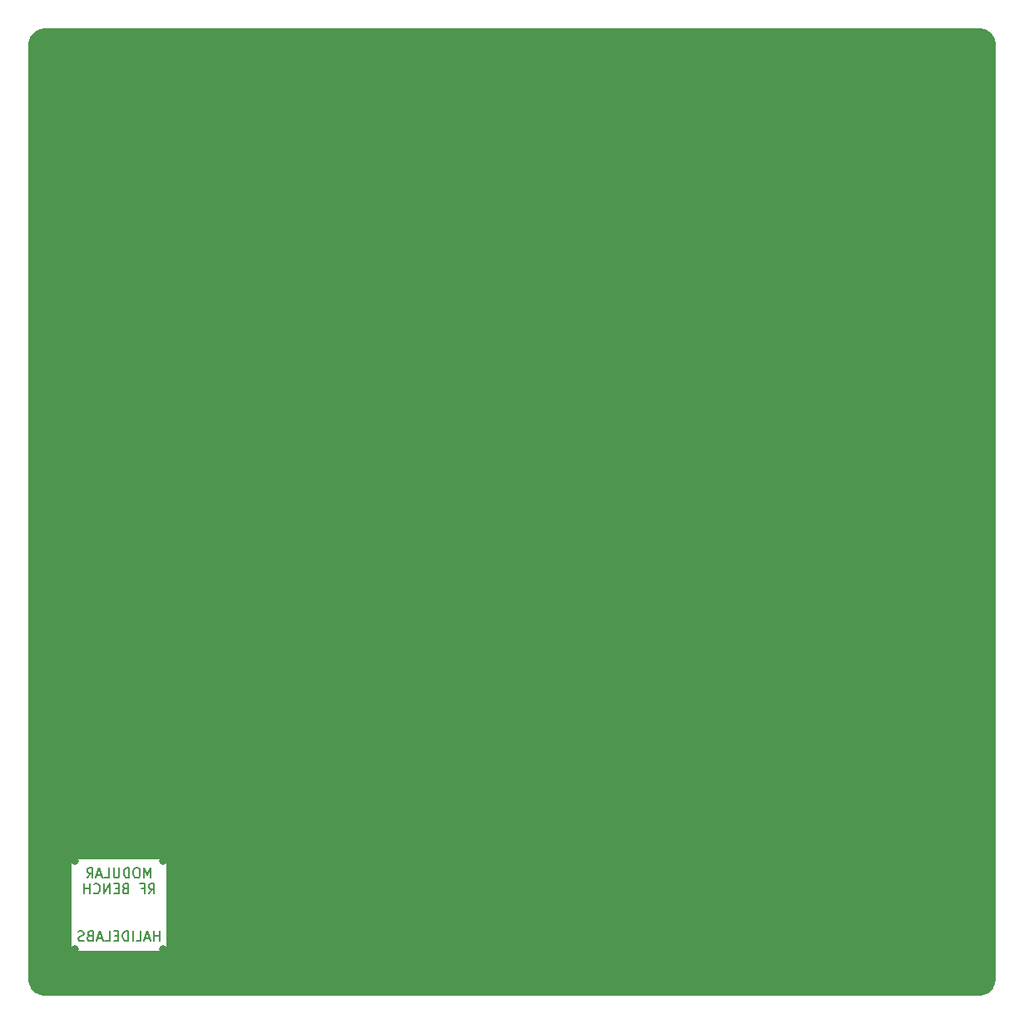
<source format=gbr>
%TF.GenerationSoftware,KiCad,Pcbnew,6.0.1-79c1e3a40b~116~ubuntu20.04.1*%
%TF.CreationDate,2022-01-22T14:19:24+01:00*%
%TF.ProjectId,base,62617365-2e6b-4696-9361-645f70636258,rev?*%
%TF.SameCoordinates,Original*%
%TF.FileFunction,Copper,L2,Bot*%
%TF.FilePolarity,Positive*%
%FSLAX46Y46*%
G04 Gerber Fmt 4.6, Leading zero omitted, Abs format (unit mm)*
G04 Created by KiCad (PCBNEW 6.0.1-79c1e3a40b~116~ubuntu20.04.1) date 2022-01-22 14:19:24*
%MOMM*%
%LPD*%
G01*
G04 APERTURE LIST*
%ADD10C,0.150000*%
%TA.AperFunction,NonConductor*%
%ADD11C,0.150000*%
%TD*%
%TA.AperFunction,ComponentPad*%
%ADD12C,3.400000*%
%TD*%
%TA.AperFunction,ViaPad*%
%ADD13C,0.800000*%
%TD*%
G04 APERTURE END LIST*
D10*
D11*
X109714285Y-133732380D02*
X109714285Y-132732380D01*
X109380952Y-133446666D01*
X109047619Y-132732380D01*
X109047619Y-133732380D01*
X108380952Y-132732380D02*
X108190476Y-132732380D01*
X108095238Y-132780000D01*
X108000000Y-132875238D01*
X107952380Y-133065714D01*
X107952380Y-133399047D01*
X108000000Y-133589523D01*
X108095238Y-133684761D01*
X108190476Y-133732380D01*
X108380952Y-133732380D01*
X108476190Y-133684761D01*
X108571428Y-133589523D01*
X108619047Y-133399047D01*
X108619047Y-133065714D01*
X108571428Y-132875238D01*
X108476190Y-132780000D01*
X108380952Y-132732380D01*
X107523809Y-133732380D02*
X107523809Y-132732380D01*
X107285714Y-132732380D01*
X107142857Y-132780000D01*
X107047619Y-132875238D01*
X107000000Y-132970476D01*
X106952380Y-133160952D01*
X106952380Y-133303809D01*
X107000000Y-133494285D01*
X107047619Y-133589523D01*
X107142857Y-133684761D01*
X107285714Y-133732380D01*
X107523809Y-133732380D01*
X106523809Y-132732380D02*
X106523809Y-133541904D01*
X106476190Y-133637142D01*
X106428571Y-133684761D01*
X106333333Y-133732380D01*
X106142857Y-133732380D01*
X106047619Y-133684761D01*
X106000000Y-133637142D01*
X105952380Y-133541904D01*
X105952380Y-132732380D01*
X105000000Y-133732380D02*
X105476190Y-133732380D01*
X105476190Y-132732380D01*
X104714285Y-133446666D02*
X104238095Y-133446666D01*
X104809523Y-133732380D02*
X104476190Y-132732380D01*
X104142857Y-133732380D01*
X103238095Y-133732380D02*
X103571428Y-133256190D01*
X103809523Y-133732380D02*
X103809523Y-132732380D01*
X103428571Y-132732380D01*
X103333333Y-132780000D01*
X103285714Y-132827619D01*
X103238095Y-132922857D01*
X103238095Y-133065714D01*
X103285714Y-133160952D01*
X103333333Y-133208571D01*
X103428571Y-133256190D01*
X103809523Y-133256190D01*
X109500000Y-135342380D02*
X109833333Y-134866190D01*
X110071428Y-135342380D02*
X110071428Y-134342380D01*
X109690476Y-134342380D01*
X109595238Y-134390000D01*
X109547619Y-134437619D01*
X109500000Y-134532857D01*
X109500000Y-134675714D01*
X109547619Y-134770952D01*
X109595238Y-134818571D01*
X109690476Y-134866190D01*
X110071428Y-134866190D01*
X108738095Y-134818571D02*
X109071428Y-134818571D01*
X109071428Y-135342380D02*
X109071428Y-134342380D01*
X108595238Y-134342380D01*
X107119047Y-134818571D02*
X106976190Y-134866190D01*
X106928571Y-134913809D01*
X106880952Y-135009047D01*
X106880952Y-135151904D01*
X106928571Y-135247142D01*
X106976190Y-135294761D01*
X107071428Y-135342380D01*
X107452380Y-135342380D01*
X107452380Y-134342380D01*
X107119047Y-134342380D01*
X107023809Y-134390000D01*
X106976190Y-134437619D01*
X106928571Y-134532857D01*
X106928571Y-134628095D01*
X106976190Y-134723333D01*
X107023809Y-134770952D01*
X107119047Y-134818571D01*
X107452380Y-134818571D01*
X106452380Y-134818571D02*
X106119047Y-134818571D01*
X105976190Y-135342380D02*
X106452380Y-135342380D01*
X106452380Y-134342380D01*
X105976190Y-134342380D01*
X105547619Y-135342380D02*
X105547619Y-134342380D01*
X104976190Y-135342380D01*
X104976190Y-134342380D01*
X103928571Y-135247142D02*
X103976190Y-135294761D01*
X104119047Y-135342380D01*
X104214285Y-135342380D01*
X104357142Y-135294761D01*
X104452380Y-135199523D01*
X104500000Y-135104285D01*
X104547619Y-134913809D01*
X104547619Y-134770952D01*
X104500000Y-134580476D01*
X104452380Y-134485238D01*
X104357142Y-134390000D01*
X104214285Y-134342380D01*
X104119047Y-134342380D01*
X103976190Y-134390000D01*
X103928571Y-134437619D01*
X103500000Y-135342380D02*
X103500000Y-134342380D01*
X103500000Y-134818571D02*
X102928571Y-134818571D01*
X102928571Y-135342380D02*
X102928571Y-134342380D01*
X110619047Y-140172380D02*
X110619047Y-139172380D01*
X110619047Y-139648571D02*
X110047619Y-139648571D01*
X110047619Y-140172380D02*
X110047619Y-139172380D01*
X109619047Y-139886666D02*
X109142857Y-139886666D01*
X109714285Y-140172380D02*
X109380952Y-139172380D01*
X109047619Y-140172380D01*
X108238095Y-140172380D02*
X108714285Y-140172380D01*
X108714285Y-139172380D01*
X107904761Y-140172380D02*
X107904761Y-139172380D01*
X107428571Y-140172380D02*
X107428571Y-139172380D01*
X107190476Y-139172380D01*
X107047619Y-139220000D01*
X106952380Y-139315238D01*
X106904761Y-139410476D01*
X106857142Y-139600952D01*
X106857142Y-139743809D01*
X106904761Y-139934285D01*
X106952380Y-140029523D01*
X107047619Y-140124761D01*
X107190476Y-140172380D01*
X107428571Y-140172380D01*
X106428571Y-139648571D02*
X106095238Y-139648571D01*
X105952380Y-140172380D02*
X106428571Y-140172380D01*
X106428571Y-139172380D01*
X105952380Y-139172380D01*
X105047619Y-140172380D02*
X105523809Y-140172380D01*
X105523809Y-139172380D01*
X104761904Y-139886666D02*
X104285714Y-139886666D01*
X104857142Y-140172380D02*
X104523809Y-139172380D01*
X104190476Y-140172380D01*
X103523809Y-139648571D02*
X103380952Y-139696190D01*
X103333333Y-139743809D01*
X103285714Y-139839047D01*
X103285714Y-139981904D01*
X103333333Y-140077142D01*
X103380952Y-140124761D01*
X103476190Y-140172380D01*
X103857142Y-140172380D01*
X103857142Y-139172380D01*
X103523809Y-139172380D01*
X103428571Y-139220000D01*
X103380952Y-139267619D01*
X103333333Y-139362857D01*
X103333333Y-139458095D01*
X103380952Y-139553333D01*
X103428571Y-139600952D01*
X103523809Y-139648571D01*
X103857142Y-139648571D01*
X102904761Y-140124761D02*
X102761904Y-140172380D01*
X102523809Y-140172380D01*
X102428571Y-140124761D01*
X102380952Y-140077142D01*
X102333333Y-139981904D01*
X102333333Y-139886666D01*
X102380952Y-139791428D01*
X102428571Y-139743809D01*
X102523809Y-139696190D01*
X102714285Y-139648571D01*
X102809523Y-139600952D01*
X102857142Y-139553333D01*
X102904761Y-139458095D01*
X102904761Y-139362857D01*
X102857142Y-139267619D01*
X102809523Y-139220000D01*
X102714285Y-139172380D01*
X102476190Y-139172380D01*
X102333333Y-139220000D01*
D12*
%TO.P,REF\u002A\u002A,1*%
%TO.N,GND*%
X169000000Y-144000000D03*
%TD*%
%TO.P,REF\u002A\u002A,1*%
%TO.N,GND*%
X154000000Y-144000000D03*
%TD*%
%TO.P,REF\u002A\u002A,1*%
%TO.N,GND*%
X179000000Y-144000000D03*
%TD*%
%TO.P,REF\u002A\u002A,1*%
%TO.N,GND*%
X159000000Y-144000000D03*
%TD*%
%TO.P,REF\u002A\u002A,1*%
%TO.N,GND*%
X184000000Y-144000000D03*
%TD*%
%TO.P,REF\u002A\u002A,1*%
%TO.N,GND*%
X114000000Y-144000000D03*
%TD*%
%TO.P,REF\u002A\u002A,1*%
%TO.N,GND*%
X174000000Y-144000000D03*
%TD*%
%TO.P,REF\u002A\u002A,1*%
%TO.N,GND*%
X124000000Y-144000000D03*
%TD*%
%TO.P,REF\u002A\u002A,1*%
%TO.N,GND*%
X194000000Y-144000000D03*
%TD*%
%TO.P,REF\u002A\u002A,1*%
%TO.N,GND*%
X149000000Y-144000000D03*
%TD*%
%TO.P,REF\u002A\u002A,1*%
%TO.N,GND*%
X164000000Y-144000000D03*
%TD*%
%TO.P,REF\u002A\u002A,1*%
%TO.N,GND*%
X119000000Y-144000000D03*
%TD*%
%TO.P,REF\u002A\u002A,1*%
%TO.N,GND*%
X129000000Y-144000000D03*
%TD*%
%TO.P,REF\u002A\u002A,1*%
%TO.N,GND*%
X109000000Y-144000000D03*
%TD*%
%TO.P,REF\u002A\u002A,1*%
%TO.N,GND*%
X144000000Y-144000000D03*
%TD*%
%TO.P,REF\u002A\u002A,1*%
%TO.N,GND*%
X189000000Y-144000000D03*
%TD*%
%TO.P,REF\u002A\u002A,1*%
%TO.N,GND*%
X134000000Y-144000000D03*
%TD*%
%TO.P,REF\u002A\u002A,1*%
%TO.N,GND*%
X139000000Y-144000000D03*
%TD*%
%TO.P,REF\u002A\u002A,1*%
%TO.N,GND*%
X99000000Y-144000000D03*
%TD*%
%TO.P,REF\u002A\u002A,1*%
%TO.N,GND*%
X104000000Y-144000000D03*
%TD*%
%TO.P,REF\u002A\u002A,1*%
%TO.N,GND*%
X154000000Y-129000000D03*
%TD*%
%TO.P,REF\u002A\u002A,1*%
%TO.N,GND*%
X114000000Y-129000000D03*
%TD*%
%TO.P,REF\u002A\u002A,1*%
%TO.N,GND*%
X109000000Y-129000000D03*
%TD*%
%TO.P,REF\u002A\u002A,1*%
%TO.N,GND*%
X129000000Y-129000000D03*
%TD*%
%TO.P,REF\u002A\u002A,1*%
%TO.N,GND*%
X179000000Y-134000000D03*
%TD*%
%TO.P,REF\u002A\u002A,1*%
%TO.N,GND*%
X144000000Y-129000000D03*
%TD*%
%TO.P,REF\u002A\u002A,1*%
%TO.N,GND*%
X149000000Y-134000000D03*
%TD*%
%TO.P,REF\u002A\u002A,1*%
%TO.N,GND*%
X174000000Y-134000000D03*
%TD*%
%TO.P,REF\u002A\u002A,1*%
%TO.N,GND*%
X184000000Y-134000000D03*
%TD*%
%TO.P,REF\u002A\u002A,1*%
%TO.N,GND*%
X139000000Y-134000000D03*
%TD*%
%TO.P,REF\u002A\u002A,1*%
%TO.N,GND*%
X139000000Y-129000000D03*
%TD*%
%TO.P,REF\u002A\u002A,1*%
%TO.N,GND*%
X159000000Y-139000000D03*
%TD*%
%TO.P,REF\u002A\u002A,1*%
%TO.N,GND*%
X134000000Y-129000000D03*
%TD*%
%TO.P,REF\u002A\u002A,1*%
%TO.N,GND*%
X174000000Y-129000000D03*
%TD*%
%TO.P,REF\u002A\u002A,1*%
%TO.N,GND*%
X164000000Y-129000000D03*
%TD*%
%TO.P,REF\u002A\u002A,1*%
%TO.N,GND*%
X174000000Y-139000000D03*
%TD*%
%TO.P,REF\u002A\u002A,1*%
%TO.N,GND*%
X129000000Y-134000000D03*
%TD*%
%TO.P,REF\u002A\u002A,1*%
%TO.N,GND*%
X159000000Y-129000000D03*
%TD*%
%TO.P,REF\u002A\u002A,1*%
%TO.N,GND*%
X154000000Y-134000000D03*
%TD*%
%TO.P,REF\u002A\u002A,1*%
%TO.N,GND*%
X164000000Y-139000000D03*
%TD*%
%TO.P,REF\u002A\u002A,1*%
%TO.N,GND*%
X119000000Y-139000000D03*
%TD*%
%TO.P,REF\u002A\u002A,1*%
%TO.N,GND*%
X184000000Y-139000000D03*
%TD*%
%TO.P,REF\u002A\u002A,1*%
%TO.N,GND*%
X114000000Y-139000000D03*
%TD*%
%TO.P,REF\u002A\u002A,1*%
%TO.N,GND*%
X159000000Y-134000000D03*
%TD*%
%TO.P,REF\u002A\u002A,1*%
%TO.N,GND*%
X144000000Y-134000000D03*
%TD*%
%TO.P,REF\u002A\u002A,1*%
%TO.N,GND*%
X169000000Y-129000000D03*
%TD*%
%TO.P,REF\u002A\u002A,1*%
%TO.N,GND*%
X189000000Y-134000000D03*
%TD*%
%TO.P,REF\u002A\u002A,1*%
%TO.N,GND*%
X139000000Y-139000000D03*
%TD*%
%TO.P,REF\u002A\u002A,1*%
%TO.N,GND*%
X99000000Y-139000000D03*
%TD*%
%TO.P,REF\u002A\u002A,1*%
%TO.N,GND*%
X134000000Y-134000000D03*
%TD*%
%TO.P,REF\u002A\u002A,1*%
%TO.N,GND*%
X149000000Y-129000000D03*
%TD*%
%TO.P,REF\u002A\u002A,1*%
%TO.N,GND*%
X119000000Y-129000000D03*
%TD*%
%TO.P,REF\u002A\u002A,1*%
%TO.N,GND*%
X149000000Y-139000000D03*
%TD*%
%TO.P,REF\u002A\u002A,1*%
%TO.N,GND*%
X134000000Y-139000000D03*
%TD*%
%TO.P,REF\u002A\u002A,1*%
%TO.N,GND*%
X99000000Y-129000000D03*
%TD*%
%TO.P,REF\u002A\u002A,1*%
%TO.N,GND*%
X169000000Y-134000000D03*
%TD*%
%TO.P,REF\u002A\u002A,1*%
%TO.N,GND*%
X179000000Y-129000000D03*
%TD*%
%TO.P,REF\u002A\u002A,1*%
%TO.N,GND*%
X169000000Y-139000000D03*
%TD*%
%TO.P,REF\u002A\u002A,1*%
%TO.N,GND*%
X189000000Y-129000000D03*
%TD*%
%TO.P,REF\u002A\u002A,1*%
%TO.N,GND*%
X114000000Y-134000000D03*
%TD*%
%TO.P,REF\u002A\u002A,1*%
%TO.N,GND*%
X154000000Y-139000000D03*
%TD*%
%TO.P,REF\u002A\u002A,1*%
%TO.N,GND*%
X179000000Y-139000000D03*
%TD*%
%TO.P,REF\u002A\u002A,1*%
%TO.N,GND*%
X164000000Y-134000000D03*
%TD*%
%TO.P,REF\u002A\u002A,1*%
%TO.N,GND*%
X104000000Y-129000000D03*
%TD*%
%TO.P,REF\u002A\u002A,1*%
%TO.N,GND*%
X119000000Y-134000000D03*
%TD*%
%TO.P,REF\u002A\u002A,1*%
%TO.N,GND*%
X124000000Y-139000000D03*
%TD*%
%TO.P,REF\u002A\u002A,1*%
%TO.N,GND*%
X194000000Y-139000000D03*
%TD*%
%TO.P,REF\u002A\u002A,1*%
%TO.N,GND*%
X124000000Y-134000000D03*
%TD*%
%TO.P,REF\u002A\u002A,1*%
%TO.N,GND*%
X124000000Y-129000000D03*
%TD*%
%TO.P,REF\u002A\u002A,1*%
%TO.N,GND*%
X144000000Y-139000000D03*
%TD*%
%TO.P,REF\u002A\u002A,1*%
%TO.N,GND*%
X189000000Y-139000000D03*
%TD*%
%TO.P,REF\u002A\u002A,1*%
%TO.N,GND*%
X194000000Y-134000000D03*
%TD*%
%TO.P,REF\u002A\u002A,1*%
%TO.N,GND*%
X99000000Y-134000000D03*
%TD*%
%TO.P,REF\u002A\u002A,1*%
%TO.N,GND*%
X129000000Y-139000000D03*
%TD*%
%TO.P,REF\u002A\u002A,1*%
%TO.N,GND*%
X194000000Y-129000000D03*
%TD*%
%TO.P,REF\u002A\u002A,1*%
%TO.N,GND*%
X184000000Y-129000000D03*
%TD*%
%TO.P,REF\u002A\u002A,1*%
%TO.N,GND*%
X124000000Y-94000000D03*
%TD*%
%TO.P,REF\u002A\u002A,1*%
%TO.N,GND*%
X164000000Y-114000000D03*
%TD*%
%TO.P,REF\u002A\u002A,1*%
%TO.N,GND*%
X174000000Y-124000000D03*
%TD*%
%TO.P,REF\u002A\u002A,1*%
%TO.N,GND*%
X154000000Y-114000000D03*
%TD*%
%TO.P,REF\u002A\u002A,1*%
%TO.N,GND*%
X164000000Y-94000000D03*
%TD*%
%TO.P,REF\u002A\u002A,1*%
%TO.N,GND*%
X144000000Y-99000000D03*
%TD*%
%TO.P,REF\u002A\u002A,1*%
%TO.N,GND*%
X104000000Y-94000000D03*
%TD*%
%TO.P,REF\u002A\u002A,1*%
%TO.N,GND*%
X119000000Y-99000000D03*
%TD*%
%TO.P,REF\u002A\u002A,1*%
%TO.N,GND*%
X194000000Y-119000000D03*
%TD*%
%TO.P,REF\u002A\u002A,1*%
%TO.N,GND*%
X109000000Y-114000000D03*
%TD*%
%TO.P,REF\u002A\u002A,1*%
%TO.N,GND*%
X99000000Y-109000000D03*
%TD*%
%TO.P,REF\u002A\u002A,1*%
%TO.N,GND*%
X194000000Y-94000000D03*
%TD*%
%TO.P,REF\u002A\u002A,1*%
%TO.N,GND*%
X139000000Y-89000000D03*
%TD*%
%TO.P,REF\u002A\u002A,1*%
%TO.N,GND*%
X194000000Y-99000000D03*
%TD*%
%TO.P,REF\u002A\u002A,1*%
%TO.N,GND*%
X174000000Y-119000000D03*
%TD*%
%TO.P,REF\u002A\u002A,1*%
%TO.N,GND*%
X139000000Y-94000000D03*
%TD*%
%TO.P,REF\u002A\u002A,1*%
%TO.N,GND*%
X164000000Y-109000000D03*
%TD*%
%TO.P,REF\u002A\u002A,1*%
%TO.N,GND*%
X114000000Y-94000000D03*
%TD*%
%TO.P,REF\u002A\u002A,1*%
%TO.N,GND*%
X169000000Y-114000000D03*
%TD*%
%TO.P,REF\u002A\u002A,1*%
%TO.N,GND*%
X189000000Y-119000000D03*
%TD*%
%TO.P,REF\u002A\u002A,1*%
%TO.N,GND*%
X139000000Y-124000000D03*
%TD*%
%TO.P,REF\u002A\u002A,1*%
%TO.N,GND*%
X134000000Y-114000000D03*
%TD*%
%TO.P,REF\u002A\u002A,1*%
%TO.N,GND*%
X139000000Y-99000000D03*
%TD*%
%TO.P,REF\u002A\u002A,1*%
%TO.N,GND*%
X174000000Y-114000000D03*
%TD*%
%TO.P,REF\u002A\u002A,1*%
%TO.N,GND*%
X174000000Y-104000000D03*
%TD*%
%TO.P,REF\u002A\u002A,1*%
%TO.N,GND*%
X189000000Y-94000000D03*
%TD*%
%TO.P,REF\u002A\u002A,1*%
%TO.N,GND*%
X194000000Y-109000000D03*
%TD*%
%TO.P,REF\u002A\u002A,1*%
%TO.N,GND*%
X134000000Y-94000000D03*
%TD*%
%TO.P,REF\u002A\u002A,1*%
%TO.N,GND*%
X164000000Y-104000000D03*
%TD*%
%TO.P,REF\u002A\u002A,1*%
%TO.N,GND*%
X129000000Y-99000000D03*
%TD*%
%TO.P,REF\u002A\u002A,1*%
%TO.N,GND*%
X164000000Y-119000000D03*
%TD*%
%TO.P,REF\u002A\u002A,1*%
%TO.N,GND*%
X149000000Y-99000000D03*
%TD*%
%TO.P,REF\u002A\u002A,1*%
%TO.N,GND*%
X149000000Y-109000000D03*
%TD*%
%TO.P,REF\u002A\u002A,1*%
%TO.N,GND*%
X124000000Y-119000000D03*
%TD*%
%TO.P,REF\u002A\u002A,1*%
%TO.N,GND*%
X194000000Y-124000000D03*
%TD*%
%TO.P,REF\u002A\u002A,1*%
%TO.N,GND*%
X104000000Y-119000000D03*
%TD*%
%TO.P,REF\u002A\u002A,1*%
%TO.N,GND*%
X134000000Y-89000000D03*
%TD*%
%TO.P,REF\u002A\u002A,1*%
%TO.N,GND*%
X134000000Y-109000000D03*
%TD*%
%TO.P,REF\u002A\u002A,1*%
%TO.N,GND*%
X154000000Y-109000000D03*
%TD*%
%TO.P,REF\u002A\u002A,1*%
%TO.N,GND*%
X104000000Y-124000000D03*
%TD*%
%TO.P,REF\u002A\u002A,1*%
%TO.N,GND*%
X174000000Y-109000000D03*
%TD*%
%TO.P,REF\u002A\u002A,1*%
%TO.N,GND*%
X189000000Y-99000000D03*
%TD*%
%TO.P,REF\u002A\u002A,1*%
%TO.N,GND*%
X139000000Y-104000000D03*
%TD*%
%TO.P,REF\u002A\u002A,1*%
%TO.N,GND*%
X179000000Y-109000000D03*
%TD*%
%TO.P,REF\u002A\u002A,1*%
%TO.N,GND*%
X114000000Y-109000000D03*
%TD*%
%TO.P,REF\u002A\u002A,1*%
%TO.N,GND*%
X124000000Y-89000000D03*
%TD*%
%TO.P,REF\u002A\u002A,1*%
%TO.N,GND*%
X184000000Y-94000000D03*
%TD*%
%TO.P,REF\u002A\u002A,1*%
%TO.N,GND*%
X184000000Y-89000000D03*
%TD*%
%TO.P,REF\u002A\u002A,1*%
%TO.N,GND*%
X184000000Y-104000000D03*
%TD*%
%TO.P,REF\u002A\u002A,1*%
%TO.N,GND*%
X169000000Y-124000000D03*
%TD*%
%TO.P,REF\u002A\u002A,1*%
%TO.N,GND*%
X144000000Y-124000000D03*
%TD*%
%TO.P,REF\u002A\u002A,1*%
%TO.N,GND*%
X189000000Y-124000000D03*
%TD*%
%TO.P,REF\u002A\u002A,1*%
%TO.N,GND*%
X149000000Y-124000000D03*
%TD*%
%TO.P,REF\u002A\u002A,1*%
%TO.N,GND*%
X99000000Y-119000000D03*
%TD*%
%TO.P,REF\u002A\u002A,1*%
%TO.N,GND*%
X124000000Y-114000000D03*
%TD*%
%TO.P,REF\u002A\u002A,1*%
%TO.N,GND*%
X184000000Y-109000000D03*
%TD*%
%TO.P,REF\u002A\u002A,1*%
%TO.N,GND*%
X104000000Y-104000000D03*
%TD*%
%TO.P,REF\u002A\u002A,1*%
%TO.N,GND*%
X164000000Y-99000000D03*
%TD*%
%TO.P,REF\u002A\u002A,1*%
%TO.N,GND*%
X124000000Y-99000000D03*
%TD*%
%TO.P,REF\u002A\u002A,1*%
%TO.N,GND*%
X144000000Y-94000000D03*
%TD*%
%TO.P,REF\u002A\u002A,1*%
%TO.N,GND*%
X169000000Y-89000000D03*
%TD*%
%TO.P,REF\u002A\u002A,1*%
%TO.N,GND*%
X149000000Y-104000000D03*
%TD*%
%TO.P,REF\u002A\u002A,1*%
%TO.N,GND*%
X189000000Y-114000000D03*
%TD*%
%TO.P,REF\u002A\u002A,1*%
%TO.N,GND*%
X124000000Y-109000000D03*
%TD*%
%TO.P,REF\u002A\u002A,1*%
%TO.N,GND*%
X169000000Y-94000000D03*
%TD*%
%TO.P,REF\u002A\u002A,1*%
%TO.N,GND*%
X149000000Y-94000000D03*
%TD*%
%TO.P,REF\u002A\u002A,1*%
%TO.N,GND*%
X134000000Y-99000000D03*
%TD*%
%TO.P,REF\u002A\u002A,1*%
%TO.N,GND*%
X179000000Y-89000000D03*
%TD*%
%TO.P,REF\u002A\u002A,1*%
%TO.N,GND*%
X129000000Y-124000000D03*
%TD*%
%TO.P,REF\u002A\u002A,1*%
%TO.N,GND*%
X144000000Y-119000000D03*
%TD*%
%TO.P,REF\u002A\u002A,1*%
%TO.N,GND*%
X144000000Y-89000000D03*
%TD*%
%TO.P,REF\u002A\u002A,1*%
%TO.N,GND*%
X154000000Y-99000000D03*
%TD*%
%TO.P,REF\u002A\u002A,1*%
%TO.N,GND*%
X179000000Y-119000000D03*
%TD*%
%TO.P,REF\u002A\u002A,1*%
%TO.N,GND*%
X144000000Y-114000000D03*
%TD*%
%TO.P,REF\u002A\u002A,1*%
%TO.N,GND*%
X169000000Y-99000000D03*
%TD*%
%TO.P,REF\u002A\u002A,1*%
%TO.N,GND*%
X169000000Y-104000000D03*
%TD*%
%TO.P,REF\u002A\u002A,1*%
%TO.N,GND*%
X114000000Y-114000000D03*
%TD*%
%TO.P,REF\u002A\u002A,1*%
%TO.N,GND*%
X179000000Y-99000000D03*
%TD*%
%TO.P,REF\u002A\u002A,1*%
%TO.N,GND*%
X174000000Y-94000000D03*
%TD*%
%TO.P,REF\u002A\u002A,1*%
%TO.N,GND*%
X124000000Y-104000000D03*
%TD*%
%TO.P,REF\u002A\u002A,1*%
%TO.N,GND*%
X129000000Y-89000000D03*
%TD*%
%TO.P,REF\u002A\u002A,1*%
%TO.N,GND*%
X184000000Y-124000000D03*
%TD*%
%TO.P,REF\u002A\u002A,1*%
%TO.N,GND*%
X194000000Y-89000000D03*
%TD*%
%TO.P,REF\u002A\u002A,1*%
%TO.N,GND*%
X154000000Y-89000000D03*
%TD*%
%TO.P,REF\u002A\u002A,1*%
%TO.N,GND*%
X144000000Y-104000000D03*
%TD*%
%TO.P,REF\u002A\u002A,1*%
%TO.N,GND*%
X154000000Y-94000000D03*
%TD*%
%TO.P,REF\u002A\u002A,1*%
%TO.N,GND*%
X114000000Y-104000000D03*
%TD*%
%TO.P,REF\u002A\u002A,1*%
%TO.N,GND*%
X114000000Y-124000000D03*
%TD*%
%TO.P,REF\u002A\u002A,1*%
%TO.N,GND*%
X184000000Y-114000000D03*
%TD*%
%TO.P,REF\u002A\u002A,1*%
%TO.N,GND*%
X159000000Y-89000000D03*
%TD*%
%TO.P,REF\u002A\u002A,1*%
%TO.N,GND*%
X109000000Y-99000000D03*
%TD*%
%TO.P,REF\u002A\u002A,1*%
%TO.N,GND*%
X139000000Y-119000000D03*
%TD*%
%TO.P,REF\u002A\u002A,1*%
%TO.N,GND*%
X159000000Y-94000000D03*
%TD*%
%TO.P,REF\u002A\u002A,1*%
%TO.N,GND*%
X99000000Y-124000000D03*
%TD*%
%TO.P,REF\u002A\u002A,1*%
%TO.N,GND*%
X119000000Y-94000000D03*
%TD*%
%TO.P,REF\u002A\u002A,1*%
%TO.N,GND*%
X134000000Y-104000000D03*
%TD*%
%TO.P,REF\u002A\u002A,1*%
%TO.N,GND*%
X104000000Y-109000000D03*
%TD*%
%TO.P,REF\u002A\u002A,1*%
%TO.N,GND*%
X109000000Y-109000000D03*
%TD*%
%TO.P,REF\u002A\u002A,1*%
%TO.N,GND*%
X129000000Y-109000000D03*
%TD*%
%TO.P,REF\u002A\u002A,1*%
%TO.N,GND*%
X109000000Y-89000000D03*
%TD*%
%TO.P,REF\u002A\u002A,1*%
%TO.N,GND*%
X104000000Y-89000000D03*
%TD*%
%TO.P,REF\u002A\u002A,1*%
%TO.N,GND*%
X154000000Y-124000000D03*
%TD*%
%TO.P,REF\u002A\u002A,1*%
%TO.N,GND*%
X179000000Y-104000000D03*
%TD*%
%TO.P,REF\u002A\u002A,1*%
%TO.N,GND*%
X114000000Y-99000000D03*
%TD*%
%TO.P,REF\u002A\u002A,1*%
%TO.N,GND*%
X99000000Y-94000000D03*
%TD*%
%TO.P,REF\u002A\u002A,1*%
%TO.N,GND*%
X194000000Y-114000000D03*
%TD*%
%TO.P,REF\u002A\u002A,1*%
%TO.N,GND*%
X104000000Y-114000000D03*
%TD*%
%TO.P,REF\u002A\u002A,1*%
%TO.N,GND*%
X119000000Y-119000000D03*
%TD*%
%TO.P,REF\u002A\u002A,1*%
%TO.N,GND*%
X124000000Y-124000000D03*
%TD*%
%TO.P,REF\u002A\u002A,1*%
%TO.N,GND*%
X109000000Y-119000000D03*
%TD*%
%TO.P,REF\u002A\u002A,1*%
%TO.N,GND*%
X179000000Y-94000000D03*
%TD*%
%TO.P,REF\u002A\u002A,1*%
%TO.N,GND*%
X99000000Y-89000000D03*
%TD*%
%TO.P,REF\u002A\u002A,1*%
%TO.N,GND*%
X189000000Y-104000000D03*
%TD*%
%TO.P,REF\u002A\u002A,1*%
%TO.N,GND*%
X149000000Y-114000000D03*
%TD*%
%TO.P,REF\u002A\u002A,1*%
%TO.N,GND*%
X119000000Y-114000000D03*
%TD*%
%TO.P,REF\u002A\u002A,1*%
%TO.N,GND*%
X119000000Y-109000000D03*
%TD*%
%TO.P,REF\u002A\u002A,1*%
%TO.N,GND*%
X184000000Y-119000000D03*
%TD*%
%TO.P,REF\u002A\u002A,1*%
%TO.N,GND*%
X109000000Y-94000000D03*
%TD*%
%TO.P,REF\u002A\u002A,1*%
%TO.N,GND*%
X184000000Y-99000000D03*
%TD*%
%TO.P,REF\u002A\u002A,1*%
%TO.N,GND*%
X114000000Y-119000000D03*
%TD*%
%TO.P,REF\u002A\u002A,1*%
%TO.N,GND*%
X159000000Y-99000000D03*
%TD*%
%TO.P,REF\u002A\u002A,1*%
%TO.N,GND*%
X134000000Y-124000000D03*
%TD*%
%TO.P,REF\u002A\u002A,1*%
%TO.N,GND*%
X99000000Y-104000000D03*
%TD*%
%TO.P,REF\u002A\u002A,1*%
%TO.N,GND*%
X114000000Y-89000000D03*
%TD*%
%TO.P,REF\u002A\u002A,1*%
%TO.N,GND*%
X109000000Y-124000000D03*
%TD*%
%TO.P,REF\u002A\u002A,1*%
%TO.N,GND*%
X119000000Y-89000000D03*
%TD*%
%TO.P,REF\u002A\u002A,1*%
%TO.N,GND*%
X99000000Y-114000000D03*
%TD*%
%TO.P,REF\u002A\u002A,1*%
%TO.N,GND*%
X169000000Y-119000000D03*
%TD*%
%TO.P,REF\u002A\u002A,1*%
%TO.N,GND*%
X189000000Y-89000000D03*
%TD*%
%TO.P,REF\u002A\u002A,1*%
%TO.N,GND*%
X189000000Y-109000000D03*
%TD*%
%TO.P,REF\u002A\u002A,1*%
%TO.N,GND*%
X179000000Y-124000000D03*
%TD*%
%TO.P,REF\u002A\u002A,1*%
%TO.N,GND*%
X109000000Y-104000000D03*
%TD*%
%TO.P,REF\u002A\u002A,1*%
%TO.N,GND*%
X159000000Y-104000000D03*
%TD*%
%TO.P,REF\u002A\u002A,1*%
%TO.N,GND*%
X139000000Y-109000000D03*
%TD*%
%TO.P,REF\u002A\u002A,1*%
%TO.N,GND*%
X164000000Y-89000000D03*
%TD*%
%TO.P,REF\u002A\u002A,1*%
%TO.N,GND*%
X174000000Y-99000000D03*
%TD*%
%TO.P,REF\u002A\u002A,1*%
%TO.N,GND*%
X169000000Y-109000000D03*
%TD*%
%TO.P,REF\u002A\u002A,1*%
%TO.N,GND*%
X129000000Y-114000000D03*
%TD*%
%TO.P,REF\u002A\u002A,1*%
%TO.N,GND*%
X129000000Y-104000000D03*
%TD*%
%TO.P,REF\u002A\u002A,1*%
%TO.N,GND*%
X134000000Y-119000000D03*
%TD*%
%TO.P,REF\u002A\u002A,1*%
%TO.N,GND*%
X99000000Y-99000000D03*
%TD*%
%TO.P,REF\u002A\u002A,1*%
%TO.N,GND*%
X149000000Y-119000000D03*
%TD*%
%TO.P,REF\u002A\u002A,1*%
%TO.N,GND*%
X159000000Y-119000000D03*
%TD*%
%TO.P,REF\u002A\u002A,1*%
%TO.N,GND*%
X164000000Y-124000000D03*
%TD*%
%TO.P,REF\u002A\u002A,1*%
%TO.N,GND*%
X119000000Y-124000000D03*
%TD*%
%TO.P,REF\u002A\u002A,1*%
%TO.N,GND*%
X174000000Y-89000000D03*
%TD*%
%TO.P,REF\u002A\u002A,1*%
%TO.N,GND*%
X159000000Y-109000000D03*
%TD*%
%TO.P,REF\u002A\u002A,1*%
%TO.N,GND*%
X144000000Y-109000000D03*
%TD*%
%TO.P,REF\u002A\u002A,1*%
%TO.N,GND*%
X154000000Y-119000000D03*
%TD*%
%TO.P,REF\u002A\u002A,1*%
%TO.N,GND*%
X129000000Y-94000000D03*
%TD*%
%TO.P,REF\u002A\u002A,1*%
%TO.N,GND*%
X119000000Y-104000000D03*
%TD*%
%TO.P,REF\u002A\u002A,1*%
%TO.N,GND*%
X149000000Y-89000000D03*
%TD*%
%TO.P,REF\u002A\u002A,1*%
%TO.N,GND*%
X179000000Y-114000000D03*
%TD*%
%TO.P,REF\u002A\u002A,1*%
%TO.N,GND*%
X129000000Y-119000000D03*
%TD*%
%TO.P,REF\u002A\u002A,1*%
%TO.N,GND*%
X159000000Y-114000000D03*
%TD*%
%TO.P,REF\u002A\u002A,1*%
%TO.N,GND*%
X194000000Y-104000000D03*
%TD*%
%TO.P,REF\u002A\u002A,1*%
%TO.N,GND*%
X139000000Y-114000000D03*
%TD*%
%TO.P,REF\u002A\u002A,1*%
%TO.N,GND*%
X154000000Y-104000000D03*
%TD*%
%TO.P,REF\u002A\u002A,1*%
%TO.N,GND*%
X159000000Y-124000000D03*
%TD*%
%TO.P,REF\u002A\u002A,1*%
%TO.N,GND*%
X104000000Y-99000000D03*
%TD*%
%TO.P,REF\u002A\u002A,1*%
%TO.N,GND*%
X124000000Y-74000000D03*
%TD*%
%TO.P,REF\u002A\u002A,1*%
%TO.N,GND*%
X164000000Y-74000000D03*
%TD*%
%TO.P,REF\u002A\u002A,1*%
%TO.N,GND*%
X144000000Y-79000000D03*
%TD*%
%TO.P,REF\u002A\u002A,1*%
%TO.N,GND*%
X104000000Y-74000000D03*
%TD*%
%TO.P,REF\u002A\u002A,1*%
%TO.N,GND*%
X119000000Y-79000000D03*
%TD*%
%TO.P,REF\u002A\u002A,1*%
%TO.N,GND*%
X194000000Y-74000000D03*
%TD*%
%TO.P,REF\u002A\u002A,1*%
%TO.N,GND*%
X139000000Y-69000000D03*
%TD*%
%TO.P,REF\u002A\u002A,1*%
%TO.N,GND*%
X194000000Y-79000000D03*
%TD*%
%TO.P,REF\u002A\u002A,1*%
%TO.N,GND*%
X139000000Y-74000000D03*
%TD*%
%TO.P,REF\u002A\u002A,1*%
%TO.N,GND*%
X114000000Y-74000000D03*
%TD*%
%TO.P,REF\u002A\u002A,1*%
%TO.N,GND*%
X139000000Y-79000000D03*
%TD*%
%TO.P,REF\u002A\u002A,1*%
%TO.N,GND*%
X174000000Y-84000000D03*
%TD*%
%TO.P,REF\u002A\u002A,1*%
%TO.N,GND*%
X189000000Y-74000000D03*
%TD*%
%TO.P,REF\u002A\u002A,1*%
%TO.N,GND*%
X134000000Y-74000000D03*
%TD*%
%TO.P,REF\u002A\u002A,1*%
%TO.N,GND*%
X164000000Y-84000000D03*
%TD*%
%TO.P,REF\u002A\u002A,1*%
%TO.N,GND*%
X129000000Y-79000000D03*
%TD*%
%TO.P,REF\u002A\u002A,1*%
%TO.N,GND*%
X149000000Y-79000000D03*
%TD*%
%TO.P,REF\u002A\u002A,1*%
%TO.N,GND*%
X134000000Y-69000000D03*
%TD*%
%TO.P,REF\u002A\u002A,1*%
%TO.N,GND*%
X189000000Y-79000000D03*
%TD*%
%TO.P,REF\u002A\u002A,1*%
%TO.N,GND*%
X139000000Y-84000000D03*
%TD*%
%TO.P,REF\u002A\u002A,1*%
%TO.N,GND*%
X124000000Y-69000000D03*
%TD*%
%TO.P,REF\u002A\u002A,1*%
%TO.N,GND*%
X184000000Y-74000000D03*
%TD*%
%TO.P,REF\u002A\u002A,1*%
%TO.N,GND*%
X184000000Y-69000000D03*
%TD*%
%TO.P,REF\u002A\u002A,1*%
%TO.N,GND*%
X184000000Y-84000000D03*
%TD*%
%TO.P,REF\u002A\u002A,1*%
%TO.N,GND*%
X104000000Y-84000000D03*
%TD*%
%TO.P,REF\u002A\u002A,1*%
%TO.N,GND*%
X164000000Y-79000000D03*
%TD*%
%TO.P,REF\u002A\u002A,1*%
%TO.N,GND*%
X124000000Y-79000000D03*
%TD*%
%TO.P,REF\u002A\u002A,1*%
%TO.N,GND*%
X144000000Y-74000000D03*
%TD*%
%TO.P,REF\u002A\u002A,1*%
%TO.N,GND*%
X169000000Y-69000000D03*
%TD*%
%TO.P,REF\u002A\u002A,1*%
%TO.N,GND*%
X149000000Y-84000000D03*
%TD*%
%TO.P,REF\u002A\u002A,1*%
%TO.N,GND*%
X169000000Y-74000000D03*
%TD*%
%TO.P,REF\u002A\u002A,1*%
%TO.N,GND*%
X149000000Y-74000000D03*
%TD*%
%TO.P,REF\u002A\u002A,1*%
%TO.N,GND*%
X134000000Y-79000000D03*
%TD*%
%TO.P,REF\u002A\u002A,1*%
%TO.N,GND*%
X179000000Y-69000000D03*
%TD*%
%TO.P,REF\u002A\u002A,1*%
%TO.N,GND*%
X144000000Y-69000000D03*
%TD*%
%TO.P,REF\u002A\u002A,1*%
%TO.N,GND*%
X154000000Y-79000000D03*
%TD*%
%TO.P,REF\u002A\u002A,1*%
%TO.N,GND*%
X169000000Y-79000000D03*
%TD*%
%TO.P,REF\u002A\u002A,1*%
%TO.N,GND*%
X169000000Y-84000000D03*
%TD*%
%TO.P,REF\u002A\u002A,1*%
%TO.N,GND*%
X179000000Y-79000000D03*
%TD*%
%TO.P,REF\u002A\u002A,1*%
%TO.N,GND*%
X174000000Y-74000000D03*
%TD*%
%TO.P,REF\u002A\u002A,1*%
%TO.N,GND*%
X124000000Y-84000000D03*
%TD*%
%TO.P,REF\u002A\u002A,1*%
%TO.N,GND*%
X129000000Y-69000000D03*
%TD*%
%TO.P,REF\u002A\u002A,1*%
%TO.N,GND*%
X194000000Y-69000000D03*
%TD*%
%TO.P,REF\u002A\u002A,1*%
%TO.N,GND*%
X154000000Y-69000000D03*
%TD*%
%TO.P,REF\u002A\u002A,1*%
%TO.N,GND*%
X144000000Y-84000000D03*
%TD*%
%TO.P,REF\u002A\u002A,1*%
%TO.N,GND*%
X154000000Y-74000000D03*
%TD*%
%TO.P,REF\u002A\u002A,1*%
%TO.N,GND*%
X114000000Y-84000000D03*
%TD*%
%TO.P,REF\u002A\u002A,1*%
%TO.N,GND*%
X159000000Y-69000000D03*
%TD*%
%TO.P,REF\u002A\u002A,1*%
%TO.N,GND*%
X109000000Y-79000000D03*
%TD*%
%TO.P,REF\u002A\u002A,1*%
%TO.N,GND*%
X159000000Y-74000000D03*
%TD*%
%TO.P,REF\u002A\u002A,1*%
%TO.N,GND*%
X119000000Y-74000000D03*
%TD*%
%TO.P,REF\u002A\u002A,1*%
%TO.N,GND*%
X134000000Y-84000000D03*
%TD*%
%TO.P,REF\u002A\u002A,1*%
%TO.N,GND*%
X109000000Y-69000000D03*
%TD*%
%TO.P,REF\u002A\u002A,1*%
%TO.N,GND*%
X104000000Y-69000000D03*
%TD*%
%TO.P,REF\u002A\u002A,1*%
%TO.N,GND*%
X179000000Y-84000000D03*
%TD*%
%TO.P,REF\u002A\u002A,1*%
%TO.N,GND*%
X114000000Y-79000000D03*
%TD*%
%TO.P,REF\u002A\u002A,1*%
%TO.N,GND*%
X99000000Y-74000000D03*
%TD*%
%TO.P,REF\u002A\u002A,1*%
%TO.N,GND*%
X179000000Y-74000000D03*
%TD*%
%TO.P,REF\u002A\u002A,1*%
%TO.N,GND*%
X99000000Y-69000000D03*
%TD*%
%TO.P,REF\u002A\u002A,1*%
%TO.N,GND*%
X189000000Y-84000000D03*
%TD*%
%TO.P,REF\u002A\u002A,1*%
%TO.N,GND*%
X109000000Y-74000000D03*
%TD*%
%TO.P,REF\u002A\u002A,1*%
%TO.N,GND*%
X184000000Y-79000000D03*
%TD*%
%TO.P,REF\u002A\u002A,1*%
%TO.N,GND*%
X159000000Y-79000000D03*
%TD*%
%TO.P,REF\u002A\u002A,1*%
%TO.N,GND*%
X99000000Y-84000000D03*
%TD*%
%TO.P,REF\u002A\u002A,1*%
%TO.N,GND*%
X114000000Y-69000000D03*
%TD*%
%TO.P,REF\u002A\u002A,1*%
%TO.N,GND*%
X119000000Y-69000000D03*
%TD*%
%TO.P,REF\u002A\u002A,1*%
%TO.N,GND*%
X189000000Y-69000000D03*
%TD*%
%TO.P,REF\u002A\u002A,1*%
%TO.N,GND*%
X109000000Y-84000000D03*
%TD*%
%TO.P,REF\u002A\u002A,1*%
%TO.N,GND*%
X159000000Y-84000000D03*
%TD*%
%TO.P,REF\u002A\u002A,1*%
%TO.N,GND*%
X164000000Y-69000000D03*
%TD*%
%TO.P,REF\u002A\u002A,1*%
%TO.N,GND*%
X174000000Y-79000000D03*
%TD*%
%TO.P,REF\u002A\u002A,1*%
%TO.N,GND*%
X129000000Y-84000000D03*
%TD*%
%TO.P,REF\u002A\u002A,1*%
%TO.N,GND*%
X99000000Y-79000000D03*
%TD*%
%TO.P,REF\u002A\u002A,1*%
%TO.N,GND*%
X174000000Y-69000000D03*
%TD*%
%TO.P,REF\u002A\u002A,1*%
%TO.N,GND*%
X129000000Y-74000000D03*
%TD*%
%TO.P,REF\u002A\u002A,1*%
%TO.N,GND*%
X119000000Y-84000000D03*
%TD*%
%TO.P,REF\u002A\u002A,1*%
%TO.N,GND*%
X149000000Y-69000000D03*
%TD*%
%TO.P,REF\u002A\u002A,1*%
%TO.N,GND*%
X194000000Y-84000000D03*
%TD*%
%TO.P,REF\u002A\u002A,1*%
%TO.N,GND*%
X154000000Y-84000000D03*
%TD*%
%TO.P,REF\u002A\u002A,1*%
%TO.N,GND*%
X104000000Y-79000000D03*
%TD*%
%TO.P,REF\u002A\u002A,1*%
%TO.N,GND*%
X124000000Y-64000000D03*
%TD*%
%TO.P,REF\u002A\u002A,1*%
%TO.N,GND*%
X164000000Y-64000000D03*
%TD*%
%TO.P,REF\u002A\u002A,1*%
%TO.N,GND*%
X104000000Y-64000000D03*
%TD*%
%TO.P,REF\u002A\u002A,1*%
%TO.N,GND*%
X194000000Y-64000000D03*
%TD*%
%TO.P,REF\u002A\u002A,1*%
%TO.N,GND*%
X139000000Y-59000000D03*
%TD*%
%TO.P,REF\u002A\u002A,1*%
%TO.N,GND*%
X139000000Y-64000000D03*
%TD*%
%TO.P,REF\u002A\u002A,1*%
%TO.N,GND*%
X114000000Y-64000000D03*
%TD*%
%TO.P,REF\u002A\u002A,1*%
%TO.N,GND*%
X189000000Y-64000000D03*
%TD*%
%TO.P,REF\u002A\u002A,1*%
%TO.N,GND*%
X134000000Y-64000000D03*
%TD*%
%TO.P,REF\u002A\u002A,1*%
%TO.N,GND*%
X134000000Y-59000000D03*
%TD*%
%TO.P,REF\u002A\u002A,1*%
%TO.N,GND*%
X124000000Y-59000000D03*
%TD*%
%TO.P,REF\u002A\u002A,1*%
%TO.N,GND*%
X184000000Y-64000000D03*
%TD*%
%TO.P,REF\u002A\u002A,1*%
%TO.N,GND*%
X184000000Y-59000000D03*
%TD*%
%TO.P,REF\u002A\u002A,1*%
%TO.N,GND*%
X144000000Y-64000000D03*
%TD*%
%TO.P,REF\u002A\u002A,1*%
%TO.N,GND*%
X169000000Y-59000000D03*
%TD*%
%TO.P,REF\u002A\u002A,1*%
%TO.N,GND*%
X169000000Y-64000000D03*
%TD*%
%TO.P,REF\u002A\u002A,1*%
%TO.N,GND*%
X149000000Y-64000000D03*
%TD*%
%TO.P,REF\u002A\u002A,1*%
%TO.N,GND*%
X179000000Y-59000000D03*
%TD*%
%TO.P,REF\u002A\u002A,1*%
%TO.N,GND*%
X144000000Y-59000000D03*
%TD*%
%TO.P,REF\u002A\u002A,1*%
%TO.N,GND*%
X174000000Y-64000000D03*
%TD*%
%TO.P,REF\u002A\u002A,1*%
%TO.N,GND*%
X129000000Y-59000000D03*
%TD*%
%TO.P,REF\u002A\u002A,1*%
%TO.N,GND*%
X194000000Y-59000000D03*
%TD*%
%TO.P,REF\u002A\u002A,1*%
%TO.N,GND*%
X154000000Y-59000000D03*
%TD*%
%TO.P,REF\u002A\u002A,1*%
%TO.N,GND*%
X154000000Y-64000000D03*
%TD*%
%TO.P,REF\u002A\u002A,1*%
%TO.N,GND*%
X159000000Y-59000000D03*
%TD*%
%TO.P,REF\u002A\u002A,1*%
%TO.N,GND*%
X159000000Y-64000000D03*
%TD*%
%TO.P,REF\u002A\u002A,1*%
%TO.N,GND*%
X119000000Y-64000000D03*
%TD*%
%TO.P,REF\u002A\u002A,1*%
%TO.N,GND*%
X109000000Y-59000000D03*
%TD*%
%TO.P,REF\u002A\u002A,1*%
%TO.N,GND*%
X104000000Y-59000000D03*
%TD*%
%TO.P,REF\u002A\u002A,1*%
%TO.N,GND*%
X99000000Y-64000000D03*
%TD*%
%TO.P,REF\u002A\u002A,1*%
%TO.N,GND*%
X179000000Y-64000000D03*
%TD*%
%TO.P,REF\u002A\u002A,1*%
%TO.N,GND*%
X99000000Y-59000000D03*
%TD*%
%TO.P,REF\u002A\u002A,1*%
%TO.N,GND*%
X109000000Y-64000000D03*
%TD*%
%TO.P,REF\u002A\u002A,1*%
%TO.N,GND*%
X114000000Y-59000000D03*
%TD*%
%TO.P,REF\u002A\u002A,1*%
%TO.N,GND*%
X119000000Y-59000000D03*
%TD*%
%TO.P,REF\u002A\u002A,1*%
%TO.N,GND*%
X189000000Y-59000000D03*
%TD*%
%TO.P,REF\u002A\u002A,1*%
%TO.N,GND*%
X164000000Y-59000000D03*
%TD*%
%TO.P,REF\u002A\u002A,1*%
%TO.N,GND*%
X174000000Y-59000000D03*
%TD*%
%TO.P,REF\u002A\u002A,1*%
%TO.N,GND*%
X129000000Y-64000000D03*
%TD*%
%TO.P,REF\u002A\u002A,1*%
%TO.N,GND*%
X149000000Y-59000000D03*
%TD*%
%TO.P,REF\u002A\u002A,1*%
%TO.N,GND*%
X139000000Y-54000000D03*
%TD*%
%TO.P,REF\u002A\u002A,1*%
%TO.N,GND*%
X134000000Y-54000000D03*
%TD*%
%TO.P,REF\u002A\u002A,1*%
%TO.N,GND*%
X124000000Y-54000000D03*
%TD*%
%TO.P,REF\u002A\u002A,1*%
%TO.N,GND*%
X184000000Y-54000000D03*
%TD*%
%TO.P,REF\u002A\u002A,1*%
%TO.N,GND*%
X169000000Y-54000000D03*
%TD*%
%TO.P,REF\u002A\u002A,1*%
%TO.N,GND*%
X179000000Y-54000000D03*
%TD*%
%TO.P,REF\u002A\u002A,1*%
%TO.N,GND*%
X144000000Y-54000000D03*
%TD*%
%TO.P,REF\u002A\u002A,1*%
%TO.N,GND*%
X129000000Y-54000000D03*
%TD*%
%TO.P,REF\u002A\u002A,1*%
%TO.N,GND*%
X194000000Y-54000000D03*
%TD*%
%TO.P,REF\u002A\u002A,1*%
%TO.N,GND*%
X154000000Y-54000000D03*
%TD*%
%TO.P,REF\u002A\u002A,1*%
%TO.N,GND*%
X159000000Y-54000000D03*
%TD*%
%TO.P,REF\u002A\u002A,1*%
%TO.N,GND*%
X109000000Y-54000000D03*
%TD*%
%TO.P,REF\u002A\u002A,1*%
%TO.N,GND*%
X104000000Y-54000000D03*
%TD*%
%TO.P,REF\u002A\u002A,1*%
%TO.N,GND*%
X99000000Y-54000000D03*
%TD*%
%TO.P,REF\u002A\u002A,1*%
%TO.N,GND*%
X114000000Y-54000000D03*
%TD*%
%TO.P,REF\u002A\u002A,1*%
%TO.N,GND*%
X119000000Y-54000000D03*
%TD*%
%TO.P,REF\u002A\u002A,1*%
%TO.N,GND*%
X189000000Y-54000000D03*
%TD*%
%TO.P,REF\u002A\u002A,1*%
%TO.N,GND*%
X164000000Y-54000000D03*
%TD*%
%TO.P,REF\u002A\u002A,1*%
%TO.N,GND*%
X174000000Y-54000000D03*
%TD*%
%TO.P,REF\u002A\u002A,1*%
%TO.N,GND*%
X149000000Y-54000000D03*
%TD*%
%TO.P,REF\u002A\u002A,1*%
%TO.N,GND*%
X194000000Y-49000000D03*
%TD*%
%TO.P,REF\u002A\u002A,1*%
%TO.N,GND*%
X179000000Y-49000000D03*
%TD*%
%TO.P,REF\u002A\u002A,1*%
%TO.N,GND*%
X184000000Y-49000000D03*
%TD*%
%TO.P,REF\u002A\u002A,1*%
%TO.N,GND*%
X189000000Y-49000000D03*
%TD*%
%TO.P,REF\u002A\u002A,1*%
%TO.N,GND*%
X174000000Y-49000000D03*
%TD*%
%TO.P,REF\u002A\u002A,1*%
%TO.N,GND*%
X164000000Y-49000000D03*
%TD*%
%TO.P,REF\u002A\u002A,1*%
%TO.N,GND*%
X159000000Y-49000000D03*
%TD*%
%TO.P,REF\u002A\u002A,1*%
%TO.N,GND*%
X149000000Y-49000000D03*
%TD*%
%TO.P,REF\u002A\u002A,1*%
%TO.N,GND*%
X169000000Y-49000000D03*
%TD*%
%TO.P,REF\u002A\u002A,1*%
%TO.N,GND*%
X154000000Y-49000000D03*
%TD*%
%TO.P,REF\u002A\u002A,1*%
%TO.N,GND*%
X134000000Y-49000000D03*
%TD*%
%TO.P,REF\u002A\u002A,1*%
%TO.N,GND*%
X129000000Y-49000000D03*
%TD*%
%TO.P,REF\u002A\u002A,1*%
%TO.N,GND*%
X124000000Y-49000000D03*
%TD*%
%TO.P,REF\u002A\u002A,1*%
%TO.N,GND*%
X139000000Y-49000000D03*
%TD*%
%TO.P,REF\u002A\u002A,1*%
%TO.N,GND*%
X144000000Y-49000000D03*
%TD*%
%TO.P,REF\u002A\u002A,1*%
%TO.N,GND*%
X119000000Y-49000000D03*
%TD*%
%TO.P,REF\u002A\u002A,1*%
%TO.N,GND*%
X114000000Y-49000000D03*
%TD*%
%TO.P,REF\u002A\u002A,1*%
%TO.N,GND*%
X109000000Y-49000000D03*
%TD*%
%TO.P,REF\u002A\u002A,1*%
%TO.N,GND*%
X104000000Y-49000000D03*
%TD*%
%TO.P,REF\u002A\u002A,1*%
%TO.N,GND*%
X99000000Y-49000000D03*
%TD*%
D13*
%TO.N,GND*%
X111000000Y-141000000D03*
X102000000Y-141000000D03*
X111000000Y-132000000D03*
X102000000Y-132000000D03*
X111000000Y-145000000D03*
X151000000Y-145000000D03*
X117000000Y-145000000D03*
X122000000Y-144000000D03*
X171000000Y-145000000D03*
X181000000Y-143000000D03*
X146000000Y-143000000D03*
X192000000Y-143000000D03*
X102000000Y-144000000D03*
X187000000Y-145000000D03*
X132000000Y-144000000D03*
X191000000Y-144000000D03*
X107000000Y-143000000D03*
X151000000Y-144000000D03*
X161000000Y-144000000D03*
X171000000Y-143000000D03*
X186000000Y-145000000D03*
X121000000Y-143000000D03*
X101000000Y-144000000D03*
X182000000Y-144000000D03*
X172000000Y-144000000D03*
X117000000Y-144000000D03*
X152000000Y-145000000D03*
X147000000Y-145000000D03*
X147000000Y-144000000D03*
X157000000Y-145000000D03*
X101000000Y-143000000D03*
X182000000Y-145000000D03*
X112000000Y-144000000D03*
X136000000Y-143000000D03*
X116000000Y-143000000D03*
X147000000Y-143000000D03*
X177000000Y-145000000D03*
X166000000Y-143000000D03*
X122000000Y-143000000D03*
X127000000Y-143000000D03*
X157000000Y-143000000D03*
X172000000Y-145000000D03*
X166000000Y-144000000D03*
X187000000Y-143000000D03*
X101000000Y-145000000D03*
X162000000Y-145000000D03*
X116000000Y-144000000D03*
X167000000Y-143000000D03*
X182000000Y-143000000D03*
X137000000Y-145000000D03*
X107000000Y-145000000D03*
X171000000Y-144000000D03*
X111000000Y-144000000D03*
X152000000Y-143000000D03*
X162000000Y-143000000D03*
X156000000Y-143000000D03*
X152000000Y-144000000D03*
X116000000Y-145000000D03*
X157000000Y-144000000D03*
X191000000Y-143000000D03*
X141000000Y-143000000D03*
X131000000Y-144000000D03*
X167000000Y-144000000D03*
X176000000Y-145000000D03*
X126000000Y-145000000D03*
X121000000Y-144000000D03*
X107000000Y-144000000D03*
X102000000Y-143000000D03*
X141000000Y-145000000D03*
X141000000Y-144000000D03*
X112000000Y-145000000D03*
X156000000Y-144000000D03*
X131000000Y-145000000D03*
X131000000Y-143000000D03*
X111000000Y-143000000D03*
X142000000Y-143000000D03*
X166000000Y-145000000D03*
X161000000Y-145000000D03*
X192000000Y-144000000D03*
X187000000Y-144000000D03*
X126000000Y-143000000D03*
X137000000Y-144000000D03*
X186000000Y-143000000D03*
X177000000Y-143000000D03*
X127000000Y-145000000D03*
X136000000Y-144000000D03*
X191000000Y-145000000D03*
X146000000Y-145000000D03*
X106000000Y-143000000D03*
X136000000Y-145000000D03*
X162000000Y-144000000D03*
X177000000Y-144000000D03*
X132000000Y-143000000D03*
X181000000Y-145000000D03*
X151000000Y-143000000D03*
X137000000Y-143000000D03*
X142000000Y-144000000D03*
X102000000Y-145000000D03*
X106000000Y-144000000D03*
X172000000Y-143000000D03*
X112000000Y-143000000D03*
X126000000Y-144000000D03*
X132000000Y-145000000D03*
X161000000Y-143000000D03*
X186000000Y-144000000D03*
X122000000Y-145000000D03*
X142000000Y-145000000D03*
X192000000Y-145000000D03*
X181000000Y-144000000D03*
X106000000Y-145000000D03*
X156000000Y-145000000D03*
X127000000Y-144000000D03*
X146000000Y-144000000D03*
X167000000Y-145000000D03*
X176000000Y-143000000D03*
X121000000Y-145000000D03*
X176000000Y-144000000D03*
X117000000Y-143000000D03*
X106000000Y-128000000D03*
X136000000Y-130000000D03*
X162000000Y-129000000D03*
X121000000Y-129000000D03*
X181000000Y-135000000D03*
X133000000Y-131000000D03*
X99000000Y-131000000D03*
X141000000Y-129000000D03*
X133000000Y-136000000D03*
X99000000Y-136000000D03*
X172000000Y-135000000D03*
X126000000Y-140000000D03*
X121000000Y-139000000D03*
X145000000Y-132000000D03*
X170000000Y-132000000D03*
X149000000Y-131000000D03*
X151000000Y-132000000D03*
X127000000Y-141000000D03*
X141000000Y-140000000D03*
X136000000Y-141000000D03*
X164000000Y-141000000D03*
X133000000Y-141000000D03*
X99000000Y-141000000D03*
X141000000Y-139000000D03*
X182000000Y-142000000D03*
X191000000Y-137000000D03*
X112000000Y-140000000D03*
X156000000Y-139000000D03*
X120000000Y-137000000D03*
X162000000Y-137000000D03*
X149000000Y-141000000D03*
X168000000Y-137000000D03*
X101000000Y-134000000D03*
X153000000Y-136000000D03*
X132000000Y-137000000D03*
X162000000Y-136000000D03*
X166000000Y-129000000D03*
X189000000Y-131000000D03*
X159000000Y-142000000D03*
X127000000Y-142000000D03*
X195000000Y-141000000D03*
X179000000Y-141000000D03*
X140000000Y-142000000D03*
X131000000Y-140000000D03*
X131000000Y-138000000D03*
X142000000Y-138000000D03*
X150000000Y-141000000D03*
X187000000Y-142000000D03*
X120000000Y-141000000D03*
X166000000Y-140000000D03*
X161000000Y-140000000D03*
X137000000Y-137000000D03*
X119000000Y-136000000D03*
X148000000Y-142000000D03*
X183000000Y-142000000D03*
X192000000Y-139000000D03*
X187000000Y-139000000D03*
X126000000Y-138000000D03*
X126000000Y-142000000D03*
X161000000Y-132000000D03*
X107000000Y-131000000D03*
X174000000Y-131000000D03*
X191000000Y-131000000D03*
X127000000Y-137000000D03*
X181000000Y-129000000D03*
X106000000Y-130000000D03*
X184000000Y-131000000D03*
X156000000Y-130000000D03*
X126000000Y-131000000D03*
X142000000Y-135000000D03*
X113000000Y-142000000D03*
X144000000Y-131000000D03*
X151000000Y-137000000D03*
X176000000Y-135000000D03*
X166000000Y-136000000D03*
X144000000Y-137000000D03*
X128000000Y-137000000D03*
X143000000Y-132000000D03*
X128000000Y-131000000D03*
X118000000Y-131000000D03*
X161000000Y-131000000D03*
X117000000Y-128000000D03*
X124000000Y-132000000D03*
X181000000Y-131000000D03*
X147000000Y-130000000D03*
X134000000Y-131000000D03*
X142000000Y-132000000D03*
X111000000Y-130000000D03*
X151000000Y-130000000D03*
X170000000Y-136000000D03*
X135000000Y-141000000D03*
X151000000Y-141000000D03*
X157000000Y-130000000D03*
X186000000Y-139000000D03*
X174000000Y-132000000D03*
X98000000Y-132000000D03*
X182000000Y-129000000D03*
X177000000Y-131000000D03*
X155000000Y-141000000D03*
X122000000Y-140000000D03*
X142000000Y-140000000D03*
X112000000Y-136000000D03*
X123000000Y-137000000D03*
X111000000Y-142000000D03*
X192000000Y-140000000D03*
X100000000Y-132000000D03*
X151000000Y-134000000D03*
X181000000Y-139000000D03*
X115000000Y-137000000D03*
X184000000Y-141000000D03*
X156000000Y-140000000D03*
X126000000Y-141000000D03*
X100000000Y-142000000D03*
X140000000Y-137000000D03*
X131000000Y-135000000D03*
X102000000Y-130000000D03*
X106000000Y-129000000D03*
X162000000Y-132000000D03*
X116000000Y-132000000D03*
X182000000Y-128000000D03*
X193000000Y-131000000D03*
X127000000Y-139000000D03*
X146000000Y-139000000D03*
X194000000Y-142000000D03*
X167000000Y-140000000D03*
X172000000Y-141000000D03*
X144000000Y-136000000D03*
X176000000Y-138000000D03*
X139000000Y-136000000D03*
X154000000Y-131000000D03*
X132000000Y-132000000D03*
X162000000Y-131000000D03*
X121000000Y-140000000D03*
X164000000Y-137000000D03*
X176000000Y-139000000D03*
X123000000Y-141000000D03*
X190000000Y-142000000D03*
X139000000Y-132000000D03*
X105000000Y-131000000D03*
X168000000Y-131000000D03*
X127000000Y-130000000D03*
X136000000Y-129000000D03*
X173000000Y-137000000D03*
X139000000Y-141000000D03*
X126000000Y-135000000D03*
X121000000Y-134000000D03*
X119000000Y-141000000D03*
X168000000Y-142000000D03*
X177000000Y-134000000D03*
X161000000Y-141000000D03*
X117000000Y-138000000D03*
X98000000Y-137000000D03*
X182000000Y-135000000D03*
X146000000Y-130000000D03*
X135000000Y-132000000D03*
X125000000Y-141000000D03*
X132000000Y-139000000D03*
X129000000Y-142000000D03*
X191000000Y-139000000D03*
X163000000Y-142000000D03*
X133000000Y-142000000D03*
X122000000Y-135000000D03*
X194000000Y-131000000D03*
X121000000Y-136000000D03*
X186000000Y-142000000D03*
X118000000Y-132000000D03*
X163000000Y-136000000D03*
X141000000Y-133000000D03*
X152000000Y-134000000D03*
X173000000Y-132000000D03*
X167000000Y-129000000D03*
X141000000Y-132000000D03*
X187000000Y-131000000D03*
X150000000Y-132000000D03*
X145000000Y-131000000D03*
X146000000Y-142000000D03*
X149000000Y-136000000D03*
X158000000Y-131000000D03*
X159000000Y-136000000D03*
X151000000Y-139000000D03*
X182000000Y-134000000D03*
X177000000Y-136000000D03*
X190000000Y-136000000D03*
X184000000Y-137000000D03*
X181000000Y-132000000D03*
X101000000Y-138000000D03*
X182000000Y-140000000D03*
X109000000Y-142000000D03*
X177000000Y-130000000D03*
X173000000Y-131000000D03*
X162000000Y-135000000D03*
X157000000Y-129000000D03*
X178000000Y-141000000D03*
X119000000Y-137000000D03*
X185000000Y-137000000D03*
X152000000Y-142000000D03*
X117000000Y-141000000D03*
X177000000Y-137000000D03*
X157000000Y-141000000D03*
X154000000Y-137000000D03*
X174000000Y-137000000D03*
X112000000Y-141000000D03*
X123000000Y-142000000D03*
X127000000Y-132000000D03*
X195000000Y-131000000D03*
X179000000Y-131000000D03*
X140000000Y-132000000D03*
X131000000Y-130000000D03*
X131000000Y-128000000D03*
X159000000Y-131000000D03*
X130000000Y-136000000D03*
X117000000Y-135000000D03*
X171000000Y-139000000D03*
X137000000Y-136000000D03*
X124000000Y-142000000D03*
X161000000Y-139000000D03*
X131000000Y-142000000D03*
X171000000Y-138000000D03*
X171000000Y-141000000D03*
X136000000Y-142000000D03*
X101000000Y-133000000D03*
X186000000Y-140000000D03*
X137000000Y-129000000D03*
X122000000Y-131000000D03*
X121000000Y-138000000D03*
X195000000Y-142000000D03*
X101000000Y-139000000D03*
X153000000Y-141000000D03*
X174000000Y-142000000D03*
X98000000Y-142000000D03*
X182000000Y-139000000D03*
X177000000Y-141000000D03*
X104000000Y-142000000D03*
X172000000Y-139000000D03*
X189000000Y-137000000D03*
X165000000Y-137000000D03*
X186000000Y-128000000D03*
X177000000Y-128000000D03*
X98000000Y-131000000D03*
X100000000Y-137000000D03*
X167000000Y-136000000D03*
X156000000Y-142000000D03*
X193000000Y-142000000D03*
X117000000Y-139000000D03*
X126000000Y-137000000D03*
X152000000Y-136000000D03*
X117000000Y-133000000D03*
X124000000Y-137000000D03*
X191000000Y-129000000D03*
X163000000Y-132000000D03*
X133000000Y-132000000D03*
X149000000Y-137000000D03*
X181000000Y-137000000D03*
X157000000Y-131000000D03*
X112000000Y-142000000D03*
X152000000Y-140000000D03*
X129000000Y-131000000D03*
X161000000Y-128000000D03*
X138000000Y-132000000D03*
X147000000Y-132000000D03*
X103000000Y-131000000D03*
X116000000Y-142000000D03*
X160000000Y-137000000D03*
X173000000Y-136000000D03*
X181000000Y-141000000D03*
X147000000Y-140000000D03*
X100000000Y-136000000D03*
X117000000Y-134000000D03*
X117000000Y-137000000D03*
X162000000Y-133000000D03*
X191000000Y-134000000D03*
X142000000Y-141000000D03*
X147000000Y-139000000D03*
X163000000Y-137000000D03*
X165000000Y-136000000D03*
X122000000Y-134000000D03*
X171000000Y-135000000D03*
X134000000Y-137000000D03*
X121000000Y-133000000D03*
X195000000Y-137000000D03*
X145000000Y-142000000D03*
X170000000Y-142000000D03*
X179000000Y-137000000D03*
X137000000Y-135000000D03*
X124000000Y-136000000D03*
X134000000Y-132000000D03*
X121000000Y-128000000D03*
X195000000Y-132000000D03*
X101000000Y-129000000D03*
X153000000Y-131000000D03*
X186000000Y-136000000D03*
X163000000Y-141000000D03*
X111000000Y-128000000D03*
X177000000Y-129000000D03*
X155000000Y-132000000D03*
X190000000Y-141000000D03*
X184000000Y-142000000D03*
X138000000Y-131000000D03*
X132000000Y-128000000D03*
X182000000Y-132000000D03*
X182000000Y-141000000D03*
X157000000Y-140000000D03*
X183000000Y-136000000D03*
X126000000Y-134000000D03*
X132000000Y-135000000D03*
X187000000Y-141000000D03*
X127000000Y-136000000D03*
X140000000Y-141000000D03*
X151000000Y-133000000D03*
X117000000Y-142000000D03*
X162000000Y-138000000D03*
X175000000Y-141000000D03*
X188000000Y-142000000D03*
X156000000Y-138000000D03*
X156000000Y-141000000D03*
X156000000Y-137000000D03*
X193000000Y-137000000D03*
X152000000Y-139000000D03*
X185000000Y-141000000D03*
X116000000Y-140000000D03*
X160000000Y-131000000D03*
X154000000Y-132000000D03*
X112000000Y-131000000D03*
X123000000Y-132000000D03*
X157000000Y-132000000D03*
X182000000Y-131000000D03*
X141000000Y-134000000D03*
X125000000Y-137000000D03*
X157000000Y-139000000D03*
X184000000Y-136000000D03*
X155000000Y-131000000D03*
X122000000Y-130000000D03*
X142000000Y-130000000D03*
X192000000Y-130000000D03*
X147000000Y-142000000D03*
X123000000Y-136000000D03*
X186000000Y-135000000D03*
X148000000Y-137000000D03*
X152000000Y-137000000D03*
X117000000Y-136000000D03*
X156000000Y-131000000D03*
X189000000Y-132000000D03*
X165000000Y-132000000D03*
X180000000Y-132000000D03*
X161000000Y-133000000D03*
X116000000Y-134000000D03*
X143000000Y-136000000D03*
X129000000Y-136000000D03*
X161000000Y-136000000D03*
X158000000Y-132000000D03*
X192000000Y-131000000D03*
X137000000Y-132000000D03*
X156000000Y-133000000D03*
X156000000Y-136000000D03*
X175000000Y-136000000D03*
X172000000Y-128000000D03*
X188000000Y-141000000D03*
X147000000Y-136000000D03*
X139000000Y-137000000D03*
X158000000Y-142000000D03*
X192000000Y-141000000D03*
X168000000Y-136000000D03*
X118000000Y-137000000D03*
X102000000Y-142000000D03*
X137000000Y-142000000D03*
X172000000Y-138000000D03*
X166000000Y-132000000D03*
X175000000Y-132000000D03*
X165000000Y-141000000D03*
X112000000Y-138000000D03*
X148000000Y-141000000D03*
X126000000Y-139000000D03*
X132000000Y-140000000D03*
X129000000Y-141000000D03*
X161000000Y-138000000D03*
X138000000Y-142000000D03*
X141000000Y-136000000D03*
X122000000Y-137000000D03*
X173000000Y-141000000D03*
X158000000Y-141000000D03*
X176000000Y-137000000D03*
X153000000Y-137000000D03*
X159000000Y-141000000D03*
X169000000Y-142000000D03*
X152000000Y-129000000D03*
X180000000Y-137000000D03*
X100000000Y-141000000D03*
X146000000Y-136000000D03*
X142000000Y-131000000D03*
X147000000Y-129000000D03*
X156000000Y-132000000D03*
X193000000Y-132000000D03*
X186000000Y-132000000D03*
X144000000Y-132000000D03*
X128000000Y-132000000D03*
X144000000Y-141000000D03*
X137000000Y-133000000D03*
X137000000Y-140000000D03*
X124000000Y-141000000D03*
X142000000Y-134000000D03*
X130000000Y-142000000D03*
X105000000Y-142000000D03*
X141000000Y-137000000D03*
X138000000Y-137000000D03*
X147000000Y-137000000D03*
X137000000Y-141000000D03*
X152000000Y-141000000D03*
X164000000Y-142000000D03*
X136000000Y-136000000D03*
X164000000Y-136000000D03*
X100000000Y-131000000D03*
X117000000Y-129000000D03*
X116000000Y-136000000D03*
X104000000Y-131000000D03*
X136000000Y-128000000D03*
X160000000Y-141000000D03*
X154000000Y-142000000D03*
X116000000Y-128000000D03*
X149000000Y-132000000D03*
X142000000Y-133000000D03*
X150000000Y-136000000D03*
X145000000Y-141000000D03*
X192000000Y-137000000D03*
X191000000Y-133000000D03*
X101000000Y-142000000D03*
X192000000Y-132000000D03*
X191000000Y-128000000D03*
X112000000Y-132000000D03*
X187000000Y-128000000D03*
X176000000Y-131000000D03*
X154000000Y-136000000D03*
X114000000Y-137000000D03*
X113000000Y-137000000D03*
X121000000Y-135000000D03*
X174000000Y-136000000D03*
X191000000Y-136000000D03*
X172000000Y-133000000D03*
X188000000Y-136000000D03*
X166000000Y-134000000D03*
X119000000Y-142000000D03*
X112000000Y-133000000D03*
X148000000Y-136000000D03*
X160000000Y-136000000D03*
X176000000Y-142000000D03*
X153000000Y-142000000D03*
X139000000Y-142000000D03*
X168000000Y-141000000D03*
X127000000Y-140000000D03*
X136000000Y-139000000D03*
X171000000Y-128000000D03*
X171000000Y-131000000D03*
X136000000Y-132000000D03*
X182000000Y-136000000D03*
X186000000Y-130000000D03*
X148000000Y-132000000D03*
X183000000Y-132000000D03*
X192000000Y-129000000D03*
X187000000Y-129000000D03*
X126000000Y-128000000D03*
X126000000Y-132000000D03*
X178000000Y-137000000D03*
X167000000Y-141000000D03*
X191000000Y-140000000D03*
X121000000Y-141000000D03*
X146000000Y-141000000D03*
X143000000Y-141000000D03*
X144000000Y-142000000D03*
X128000000Y-142000000D03*
X115000000Y-141000000D03*
X170000000Y-141000000D03*
X152000000Y-135000000D03*
X117000000Y-130000000D03*
X189000000Y-141000000D03*
X101000000Y-137000000D03*
X146000000Y-140000000D03*
X161000000Y-142000000D03*
X132000000Y-133000000D03*
X174000000Y-141000000D03*
X191000000Y-141000000D03*
X136000000Y-140000000D03*
X162000000Y-139000000D03*
X189000000Y-136000000D03*
X177000000Y-139000000D03*
X155000000Y-142000000D03*
X138000000Y-141000000D03*
X132000000Y-138000000D03*
X137000000Y-130000000D03*
X124000000Y-131000000D03*
X116000000Y-129000000D03*
X121000000Y-132000000D03*
X178000000Y-131000000D03*
X152000000Y-132000000D03*
X117000000Y-131000000D03*
X107000000Y-130000000D03*
X166000000Y-141000000D03*
X166000000Y-142000000D03*
X175000000Y-142000000D03*
X154000000Y-141000000D03*
X132000000Y-142000000D03*
X162000000Y-141000000D03*
X133000000Y-137000000D03*
X161000000Y-134000000D03*
X131000000Y-137000000D03*
X171000000Y-133000000D03*
X172000000Y-134000000D03*
X101000000Y-128000000D03*
X182000000Y-130000000D03*
X181000000Y-140000000D03*
X141000000Y-135000000D03*
X134000000Y-141000000D03*
X142000000Y-142000000D03*
X151000000Y-140000000D03*
X181000000Y-130000000D03*
X107000000Y-129000000D03*
X127000000Y-131000000D03*
X109000000Y-131000000D03*
X102000000Y-128000000D03*
X141000000Y-130000000D03*
X130000000Y-141000000D03*
X117000000Y-140000000D03*
X136000000Y-131000000D03*
X164000000Y-131000000D03*
X131000000Y-131000000D03*
X114000000Y-131000000D03*
X137000000Y-128000000D03*
X142000000Y-129000000D03*
X122000000Y-139000000D03*
X171000000Y-140000000D03*
X181000000Y-138000000D03*
X146000000Y-138000000D03*
X112000000Y-135000000D03*
X156000000Y-134000000D03*
X169000000Y-136000000D03*
X185000000Y-131000000D03*
X116000000Y-130000000D03*
X151000000Y-142000000D03*
X99000000Y-132000000D03*
X192000000Y-133000000D03*
X112000000Y-130000000D03*
X156000000Y-129000000D03*
X125000000Y-132000000D03*
X99000000Y-142000000D03*
X131000000Y-134000000D03*
X167000000Y-137000000D03*
X151000000Y-136000000D03*
X176000000Y-129000000D03*
X123000000Y-131000000D03*
X190000000Y-132000000D03*
X167000000Y-135000000D03*
X172000000Y-136000000D03*
X121000000Y-137000000D03*
X183000000Y-141000000D03*
X192000000Y-138000000D03*
X178000000Y-136000000D03*
X187000000Y-136000000D03*
X150000000Y-137000000D03*
X155000000Y-137000000D03*
X112000000Y-139000000D03*
X136000000Y-138000000D03*
X167000000Y-134000000D03*
X107000000Y-142000000D03*
X116000000Y-138000000D03*
X149000000Y-142000000D03*
X140000000Y-131000000D03*
X145000000Y-136000000D03*
X127000000Y-135000000D03*
X118000000Y-142000000D03*
X136000000Y-134000000D03*
X158000000Y-136000000D03*
X130000000Y-137000000D03*
X113000000Y-136000000D03*
X172000000Y-137000000D03*
X182000000Y-137000000D03*
X178000000Y-142000000D03*
X156000000Y-135000000D03*
X126000000Y-136000000D03*
X143000000Y-142000000D03*
X128000000Y-141000000D03*
X118000000Y-141000000D03*
X127000000Y-134000000D03*
X147000000Y-138000000D03*
X112000000Y-129000000D03*
X106000000Y-131000000D03*
X190000000Y-137000000D03*
X147000000Y-133000000D03*
X122000000Y-133000000D03*
X135000000Y-142000000D03*
X181000000Y-142000000D03*
X177000000Y-140000000D03*
X152000000Y-133000000D03*
X187000000Y-133000000D03*
X176000000Y-136000000D03*
X112000000Y-137000000D03*
X151000000Y-129000000D03*
X115000000Y-132000000D03*
X150000000Y-142000000D03*
X108000000Y-142000000D03*
X101000000Y-135000000D03*
X138000000Y-136000000D03*
X171000000Y-142000000D03*
X166000000Y-138000000D03*
X122000000Y-138000000D03*
X127000000Y-138000000D03*
X157000000Y-138000000D03*
X146000000Y-134000000D03*
X122000000Y-142000000D03*
X172000000Y-140000000D03*
X166000000Y-139000000D03*
X125000000Y-142000000D03*
X178000000Y-132000000D03*
X129000000Y-137000000D03*
X187000000Y-138000000D03*
X176000000Y-141000000D03*
X167000000Y-128000000D03*
X172000000Y-130000000D03*
X145000000Y-137000000D03*
X179000000Y-142000000D03*
X101000000Y-140000000D03*
X170000000Y-137000000D03*
X155000000Y-136000000D03*
X99000000Y-137000000D03*
X183000000Y-131000000D03*
X192000000Y-128000000D03*
X116000000Y-131000000D03*
X101000000Y-131000000D03*
X194000000Y-141000000D03*
X186000000Y-134000000D03*
X186000000Y-131000000D03*
X180000000Y-131000000D03*
X192000000Y-135000000D03*
X162000000Y-140000000D03*
X147000000Y-141000000D03*
X113000000Y-131000000D03*
X172000000Y-132000000D03*
X187000000Y-135000000D03*
X186000000Y-137000000D03*
X127000000Y-133000000D03*
X157000000Y-133000000D03*
X188000000Y-137000000D03*
X185000000Y-136000000D03*
X116000000Y-135000000D03*
X167000000Y-131000000D03*
X191000000Y-130000000D03*
X121000000Y-131000000D03*
X146000000Y-131000000D03*
X143000000Y-131000000D03*
X176000000Y-133000000D03*
X183000000Y-137000000D03*
X192000000Y-134000000D03*
X187000000Y-134000000D03*
X125000000Y-136000000D03*
X117000000Y-132000000D03*
X152000000Y-131000000D03*
X102000000Y-131000000D03*
X164000000Y-132000000D03*
X142000000Y-136000000D03*
X147000000Y-134000000D03*
X161000000Y-129000000D03*
X131000000Y-132000000D03*
X186000000Y-133000000D03*
X177000000Y-133000000D03*
X179000000Y-132000000D03*
X101000000Y-130000000D03*
X125000000Y-131000000D03*
X132000000Y-129000000D03*
X129000000Y-132000000D03*
X130000000Y-131000000D03*
X132000000Y-136000000D03*
X157000000Y-134000000D03*
X137000000Y-134000000D03*
X122000000Y-136000000D03*
X126000000Y-133000000D03*
X132000000Y-131000000D03*
X147000000Y-128000000D03*
X122000000Y-128000000D03*
X186000000Y-129000000D03*
X111000000Y-131000000D03*
X162000000Y-130000000D03*
X147000000Y-131000000D03*
X167000000Y-138000000D03*
X126000000Y-130000000D03*
X171000000Y-129000000D03*
X176000000Y-128000000D03*
X131000000Y-129000000D03*
X167000000Y-132000000D03*
X115000000Y-136000000D03*
X114000000Y-142000000D03*
X140000000Y-136000000D03*
X110000000Y-131000000D03*
X165000000Y-131000000D03*
X192000000Y-142000000D03*
X191000000Y-138000000D03*
X132000000Y-134000000D03*
X171000000Y-134000000D03*
X191000000Y-142000000D03*
X120000000Y-142000000D03*
X114000000Y-136000000D03*
X157000000Y-135000000D03*
X163000000Y-131000000D03*
X141000000Y-128000000D03*
X142000000Y-128000000D03*
X150000000Y-131000000D03*
X141000000Y-138000000D03*
X187000000Y-132000000D03*
X120000000Y-131000000D03*
X136000000Y-137000000D03*
X181000000Y-133000000D03*
X146000000Y-133000000D03*
X131000000Y-139000000D03*
X167000000Y-142000000D03*
X166000000Y-130000000D03*
X161000000Y-130000000D03*
X180000000Y-136000000D03*
X176000000Y-132000000D03*
X153000000Y-132000000D03*
X116000000Y-141000000D03*
X101000000Y-141000000D03*
X194000000Y-137000000D03*
X186000000Y-141000000D03*
X180000000Y-141000000D03*
X113000000Y-141000000D03*
X172000000Y-142000000D03*
X167000000Y-139000000D03*
X146000000Y-137000000D03*
X141000000Y-142000000D03*
X176000000Y-130000000D03*
X118000000Y-136000000D03*
X157000000Y-137000000D03*
X141000000Y-141000000D03*
X106000000Y-142000000D03*
X171000000Y-137000000D03*
X171000000Y-132000000D03*
X166000000Y-128000000D03*
X122000000Y-129000000D03*
X171000000Y-130000000D03*
X181000000Y-128000000D03*
X146000000Y-128000000D03*
X176000000Y-140000000D03*
X101000000Y-132000000D03*
X173000000Y-142000000D03*
X162000000Y-128000000D03*
X175000000Y-131000000D03*
X116000000Y-133000000D03*
X130000000Y-132000000D03*
X157000000Y-136000000D03*
X160000000Y-142000000D03*
X137000000Y-131000000D03*
X139000000Y-131000000D03*
X185000000Y-142000000D03*
X177000000Y-142000000D03*
X181000000Y-134000000D03*
X194000000Y-136000000D03*
X119000000Y-131000000D03*
X168000000Y-132000000D03*
X167000000Y-133000000D03*
X137000000Y-139000000D03*
X122000000Y-141000000D03*
X186000000Y-138000000D03*
X177000000Y-138000000D03*
X98000000Y-141000000D03*
X116000000Y-137000000D03*
X182000000Y-133000000D03*
X193000000Y-136000000D03*
X134000000Y-142000000D03*
X172000000Y-129000000D03*
X146000000Y-135000000D03*
X135000000Y-137000000D03*
X131000000Y-133000000D03*
X119000000Y-132000000D03*
X185000000Y-132000000D03*
X177000000Y-132000000D03*
X141000000Y-131000000D03*
X151000000Y-138000000D03*
X137000000Y-138000000D03*
X142000000Y-139000000D03*
X127000000Y-129000000D03*
X146000000Y-129000000D03*
X194000000Y-132000000D03*
X175000000Y-137000000D03*
X134000000Y-136000000D03*
X142000000Y-137000000D03*
X167000000Y-130000000D03*
X172000000Y-131000000D03*
X181000000Y-136000000D03*
X147000000Y-135000000D03*
X136000000Y-135000000D03*
X162000000Y-134000000D03*
X112000000Y-134000000D03*
X162000000Y-142000000D03*
X116000000Y-139000000D03*
X121000000Y-142000000D03*
X103000000Y-142000000D03*
X166000000Y-131000000D03*
X191000000Y-132000000D03*
X120000000Y-132000000D03*
X151000000Y-128000000D03*
X101000000Y-136000000D03*
X171000000Y-136000000D03*
X169000000Y-131000000D03*
X187000000Y-140000000D03*
X152000000Y-138000000D03*
X195000000Y-136000000D03*
X179000000Y-136000000D03*
X176000000Y-134000000D03*
X166000000Y-135000000D03*
X161000000Y-135000000D03*
X169000000Y-137000000D03*
X159000000Y-137000000D03*
X152000000Y-130000000D03*
X108000000Y-131000000D03*
X187000000Y-130000000D03*
X111000000Y-129000000D03*
X152000000Y-128000000D03*
X151000000Y-135000000D03*
X187000000Y-137000000D03*
X120000000Y-136000000D03*
X112000000Y-128000000D03*
X148000000Y-131000000D03*
X126000000Y-129000000D03*
X132000000Y-130000000D03*
X131000000Y-141000000D03*
X114000000Y-141000000D03*
X169000000Y-141000000D03*
X110000000Y-142000000D03*
X98000000Y-136000000D03*
X127000000Y-128000000D03*
X157000000Y-128000000D03*
X188000000Y-132000000D03*
X156000000Y-128000000D03*
X157000000Y-142000000D03*
X132000000Y-141000000D03*
X135000000Y-136000000D03*
X182000000Y-138000000D03*
X193000000Y-141000000D03*
X114000000Y-132000000D03*
X113000000Y-132000000D03*
X121000000Y-130000000D03*
X107000000Y-128000000D03*
X146000000Y-132000000D03*
X189000000Y-142000000D03*
X165000000Y-142000000D03*
X180000000Y-142000000D03*
X191000000Y-135000000D03*
X102000000Y-129000000D03*
X135000000Y-131000000D03*
X151000000Y-131000000D03*
X188000000Y-131000000D03*
X115000000Y-131000000D03*
X170000000Y-131000000D03*
X136000000Y-133000000D03*
X143000000Y-137000000D03*
X128000000Y-136000000D03*
X131000000Y-136000000D03*
X166000000Y-133000000D03*
X158000000Y-137000000D03*
X192000000Y-136000000D03*
X177000000Y-135000000D03*
X115000000Y-142000000D03*
X169000000Y-132000000D03*
X159000000Y-132000000D03*
X190000000Y-131000000D03*
X184000000Y-132000000D03*
X166000000Y-137000000D03*
X161000000Y-137000000D03*
X160000000Y-132000000D03*
X122000000Y-132000000D03*
X142000000Y-93000000D03*
X150000000Y-96000000D03*
X182000000Y-119000000D03*
X177000000Y-121000000D03*
X190000000Y-121000000D03*
X184000000Y-122000000D03*
X141000000Y-103000000D03*
X187000000Y-97000000D03*
X120000000Y-96000000D03*
X136000000Y-102000000D03*
X181000000Y-98000000D03*
X146000000Y-98000000D03*
X131000000Y-104000000D03*
X167000000Y-107000000D03*
X166000000Y-95000000D03*
X161000000Y-95000000D03*
X160000000Y-91000000D03*
X180000000Y-101000000D03*
X181000000Y-117000000D03*
X101000000Y-123000000D03*
X182000000Y-125000000D03*
X109000000Y-127000000D03*
X177000000Y-115000000D03*
X173000000Y-116000000D03*
X176000000Y-97000000D03*
X153000000Y-97000000D03*
X116000000Y-106000000D03*
X101000000Y-106000000D03*
X194000000Y-102000000D03*
X186000000Y-106000000D03*
X180000000Y-106000000D03*
X113000000Y-106000000D03*
X172000000Y-107000000D03*
X167000000Y-104000000D03*
X146000000Y-102000000D03*
X141000000Y-107000000D03*
X151000000Y-112000000D03*
X176000000Y-110000000D03*
X181000000Y-120000000D03*
X166000000Y-111000000D03*
X133000000Y-116000000D03*
X99000000Y-116000000D03*
X141000000Y-114000000D03*
X133000000Y-121000000D03*
X99000000Y-121000000D03*
X182000000Y-99000000D03*
X177000000Y-101000000D03*
X190000000Y-101000000D03*
X184000000Y-102000000D03*
X154000000Y-92000000D03*
X174000000Y-92000000D03*
X112000000Y-96000000D03*
X123000000Y-97000000D03*
X157000000Y-97000000D03*
X152000000Y-109000000D03*
X182000000Y-96000000D03*
X141000000Y-99000000D03*
X191000000Y-111000000D03*
X125000000Y-122000000D03*
X157000000Y-124000000D03*
X106000000Y-120000000D03*
X184000000Y-121000000D03*
X106000000Y-108000000D03*
X155000000Y-116000000D03*
X122000000Y-115000000D03*
X142000000Y-115000000D03*
X112000000Y-111000000D03*
X123000000Y-112000000D03*
X111000000Y-117000000D03*
X192000000Y-115000000D03*
X147000000Y-127000000D03*
X123000000Y-121000000D03*
X186000000Y-120000000D03*
X148000000Y-122000000D03*
X152000000Y-122000000D03*
X117000000Y-121000000D03*
X107000000Y-120000000D03*
X157000000Y-112000000D03*
X186000000Y-108000000D03*
X177000000Y-108000000D03*
X186000000Y-94000000D03*
X111000000Y-96000000D03*
X98000000Y-92000000D03*
X127000000Y-114000000D03*
X146000000Y-114000000D03*
X194000000Y-117000000D03*
X175000000Y-122000000D03*
X134000000Y-121000000D03*
X142000000Y-122000000D03*
X167000000Y-115000000D03*
X172000000Y-116000000D03*
X144000000Y-111000000D03*
X181000000Y-121000000D03*
X147000000Y-120000000D03*
X136000000Y-120000000D03*
X162000000Y-119000000D03*
X112000000Y-119000000D03*
X102000000Y-125000000D03*
X106000000Y-124000000D03*
X162000000Y-127000000D03*
X102000000Y-94000000D03*
X135000000Y-96000000D03*
X116000000Y-124000000D03*
X121000000Y-127000000D03*
X103000000Y-127000000D03*
X187000000Y-110000000D03*
X186000000Y-112000000D03*
X151000000Y-96000000D03*
X188000000Y-96000000D03*
X127000000Y-122000000D03*
X186000000Y-110000000D03*
X148000000Y-112000000D03*
X152000000Y-112000000D03*
X117000000Y-111000000D03*
X107000000Y-110000000D03*
X151000000Y-109000000D03*
X181000000Y-114000000D03*
X115000000Y-112000000D03*
X106000000Y-115000000D03*
X184000000Y-116000000D03*
X156000000Y-115000000D03*
X126000000Y-116000000D03*
X142000000Y-120000000D03*
X115000000Y-96000000D03*
X170000000Y-96000000D03*
X107000000Y-106000000D03*
X104000000Y-101000000D03*
X136000000Y-98000000D03*
X143000000Y-102000000D03*
X128000000Y-101000000D03*
X131000000Y-101000000D03*
X166000000Y-98000000D03*
X158000000Y-102000000D03*
X192000000Y-101000000D03*
X177000000Y-100000000D03*
X151000000Y-99000000D03*
X181000000Y-104000000D03*
X115000000Y-102000000D03*
X106000000Y-105000000D03*
X184000000Y-106000000D03*
X156000000Y-105000000D03*
X126000000Y-106000000D03*
X100000000Y-107000000D03*
X140000000Y-102000000D03*
X131000000Y-100000000D03*
X102000000Y-95000000D03*
X106000000Y-94000000D03*
X162000000Y-97000000D03*
X116000000Y-97000000D03*
X182000000Y-93000000D03*
X193000000Y-96000000D03*
X127000000Y-104000000D03*
X146000000Y-104000000D03*
X194000000Y-107000000D03*
X167000000Y-105000000D03*
X172000000Y-106000000D03*
X144000000Y-101000000D03*
X192000000Y-107000000D03*
X191000000Y-103000000D03*
X132000000Y-99000000D03*
X112000000Y-107000000D03*
X129000000Y-102000000D03*
X187000000Y-103000000D03*
X176000000Y-106000000D03*
X103000000Y-111000000D03*
X172000000Y-109000000D03*
X176000000Y-112000000D03*
X177000000Y-109000000D03*
X161000000Y-116000000D03*
X117000000Y-113000000D03*
X124000000Y-117000000D03*
X173000000Y-111000000D03*
X181000000Y-116000000D03*
X147000000Y-115000000D03*
X111000000Y-110000000D03*
X151000000Y-110000000D03*
X187000000Y-112000000D03*
X120000000Y-111000000D03*
X102000000Y-108000000D03*
X141000000Y-110000000D03*
X134000000Y-116000000D03*
X142000000Y-117000000D03*
X111000000Y-115000000D03*
X151000000Y-115000000D03*
X111000000Y-112000000D03*
X170000000Y-121000000D03*
X192000000Y-110000000D03*
X135000000Y-126000000D03*
X151000000Y-126000000D03*
X127000000Y-94000000D03*
X146000000Y-94000000D03*
X194000000Y-97000000D03*
X175000000Y-102000000D03*
X134000000Y-101000000D03*
X142000000Y-102000000D03*
X167000000Y-95000000D03*
X172000000Y-96000000D03*
X144000000Y-91000000D03*
X142000000Y-111000000D03*
X181000000Y-101000000D03*
X147000000Y-100000000D03*
X136000000Y-100000000D03*
X162000000Y-99000000D03*
X112000000Y-99000000D03*
X115000000Y-111000000D03*
X102000000Y-105000000D03*
X106000000Y-104000000D03*
X162000000Y-107000000D03*
X172000000Y-108000000D03*
X157000000Y-115000000D03*
X125000000Y-112000000D03*
X160000000Y-92000000D03*
X156000000Y-116000000D03*
X159000000Y-101000000D03*
X151000000Y-104000000D03*
X115000000Y-107000000D03*
X169000000Y-97000000D03*
X159000000Y-97000000D03*
X190000000Y-96000000D03*
X184000000Y-97000000D03*
X180000000Y-111000000D03*
X101000000Y-99000000D03*
X153000000Y-101000000D03*
X132000000Y-102000000D03*
X162000000Y-101000000D03*
X166000000Y-94000000D03*
X189000000Y-96000000D03*
X135000000Y-127000000D03*
X181000000Y-127000000D03*
X177000000Y-125000000D03*
X150000000Y-111000000D03*
X112000000Y-108000000D03*
X152000000Y-118000000D03*
X187000000Y-118000000D03*
X176000000Y-121000000D03*
X156000000Y-111000000D03*
X175000000Y-111000000D03*
X188000000Y-112000000D03*
X185000000Y-111000000D03*
X116000000Y-110000000D03*
X146000000Y-110000000D03*
X112000000Y-122000000D03*
X135000000Y-112000000D03*
X131000000Y-108000000D03*
X159000000Y-111000000D03*
X151000000Y-114000000D03*
X115000000Y-117000000D03*
X150000000Y-127000000D03*
X108000000Y-127000000D03*
X148000000Y-111000000D03*
X159000000Y-107000000D03*
X127000000Y-107000000D03*
X195000000Y-106000000D03*
X179000000Y-106000000D03*
X140000000Y-107000000D03*
X131000000Y-105000000D03*
X131000000Y-103000000D03*
X111000000Y-103000000D03*
X101000000Y-120000000D03*
X138000000Y-121000000D03*
X171000000Y-127000000D03*
X166000000Y-123000000D03*
X182000000Y-112000000D03*
X122000000Y-123000000D03*
X127000000Y-123000000D03*
X157000000Y-123000000D03*
X146000000Y-119000000D03*
X122000000Y-127000000D03*
X172000000Y-125000000D03*
X166000000Y-124000000D03*
X107000000Y-122000000D03*
X125000000Y-127000000D03*
X178000000Y-117000000D03*
X142000000Y-103000000D03*
X150000000Y-106000000D03*
X187000000Y-107000000D03*
X120000000Y-106000000D03*
X166000000Y-105000000D03*
X161000000Y-105000000D03*
X102000000Y-102000000D03*
X137000000Y-102000000D03*
X189000000Y-117000000D03*
X165000000Y-117000000D03*
X180000000Y-117000000D03*
X119000000Y-101000000D03*
X101000000Y-92000000D03*
X148000000Y-107000000D03*
X183000000Y-107000000D03*
X192000000Y-104000000D03*
X187000000Y-104000000D03*
X126000000Y-103000000D03*
X126000000Y-107000000D03*
X182000000Y-100000000D03*
X146000000Y-95000000D03*
X135000000Y-97000000D03*
X132000000Y-121000000D03*
X157000000Y-119000000D03*
X137000000Y-119000000D03*
X122000000Y-121000000D03*
X126000000Y-118000000D03*
X189000000Y-111000000D03*
X125000000Y-106000000D03*
X132000000Y-104000000D03*
X129000000Y-107000000D03*
X191000000Y-104000000D03*
X163000000Y-107000000D03*
X133000000Y-107000000D03*
X122000000Y-100000000D03*
X181000000Y-97000000D03*
X101000000Y-103000000D03*
X182000000Y-105000000D03*
X109000000Y-107000000D03*
X177000000Y-95000000D03*
X173000000Y-96000000D03*
X107000000Y-92000000D03*
X132000000Y-116000000D03*
X125000000Y-97000000D03*
X99000000Y-107000000D03*
X131000000Y-99000000D03*
X167000000Y-102000000D03*
X151000000Y-101000000D03*
X121000000Y-122000000D03*
X103000000Y-122000000D03*
X183000000Y-126000000D03*
X192000000Y-123000000D03*
X178000000Y-121000000D03*
X187000000Y-121000000D03*
X150000000Y-122000000D03*
X154000000Y-102000000D03*
X174000000Y-102000000D03*
X112000000Y-106000000D03*
X123000000Y-107000000D03*
X127000000Y-97000000D03*
X195000000Y-96000000D03*
X179000000Y-96000000D03*
X140000000Y-97000000D03*
X131000000Y-95000000D03*
X131000000Y-93000000D03*
X159000000Y-96000000D03*
X130000000Y-101000000D03*
X117000000Y-100000000D03*
X171000000Y-104000000D03*
X107000000Y-101000000D03*
X137000000Y-101000000D03*
X162000000Y-100000000D03*
X102000000Y-124000000D03*
X137000000Y-124000000D03*
X122000000Y-126000000D03*
X186000000Y-123000000D03*
X177000000Y-123000000D03*
X98000000Y-126000000D03*
X116000000Y-122000000D03*
X182000000Y-118000000D03*
X193000000Y-121000000D03*
X134000000Y-127000000D03*
X104000000Y-117000000D03*
X172000000Y-114000000D03*
X146000000Y-120000000D03*
X135000000Y-122000000D03*
X131000000Y-118000000D03*
X119000000Y-117000000D03*
X185000000Y-117000000D03*
X177000000Y-117000000D03*
X181000000Y-109000000D03*
X194000000Y-111000000D03*
X141000000Y-116000000D03*
X106000000Y-117000000D03*
X111000000Y-108000000D03*
X171000000Y-112000000D03*
X151000000Y-123000000D03*
X137000000Y-123000000D03*
X142000000Y-124000000D03*
X166000000Y-108000000D03*
X158000000Y-112000000D03*
X192000000Y-111000000D03*
X177000000Y-110000000D03*
X103000000Y-121000000D03*
X116000000Y-88000000D03*
X127000000Y-101000000D03*
X140000000Y-106000000D03*
X114000000Y-111000000D03*
X157000000Y-110000000D03*
X130000000Y-111000000D03*
X117000000Y-110000000D03*
X171000000Y-114000000D03*
X107000000Y-111000000D03*
X137000000Y-111000000D03*
X176000000Y-113000000D03*
X139000000Y-111000000D03*
X116000000Y-111000000D03*
X101000000Y-111000000D03*
X171000000Y-111000000D03*
X136000000Y-112000000D03*
X181000000Y-108000000D03*
X146000000Y-108000000D03*
X131000000Y-114000000D03*
X167000000Y-117000000D03*
X146000000Y-111000000D03*
X143000000Y-111000000D03*
X129000000Y-111000000D03*
X161000000Y-108000000D03*
X111000000Y-109000000D03*
X152000000Y-108000000D03*
X115000000Y-121000000D03*
X187000000Y-108000000D03*
X176000000Y-111000000D03*
X126000000Y-109000000D03*
X132000000Y-110000000D03*
X132000000Y-111000000D03*
X157000000Y-109000000D03*
X137000000Y-109000000D03*
X122000000Y-111000000D03*
X126000000Y-108000000D03*
X151000000Y-98000000D03*
X149000000Y-92000000D03*
X114000000Y-127000000D03*
X140000000Y-121000000D03*
X189000000Y-112000000D03*
X165000000Y-112000000D03*
X180000000Y-112000000D03*
X110000000Y-116000000D03*
X165000000Y-116000000D03*
X119000000Y-111000000D03*
X181000000Y-92000000D03*
X162000000Y-115000000D03*
X147000000Y-116000000D03*
X130000000Y-112000000D03*
X105000000Y-112000000D03*
X113000000Y-111000000D03*
X172000000Y-112000000D03*
X167000000Y-123000000D03*
X157000000Y-127000000D03*
X132000000Y-126000000D03*
X102000000Y-119000000D03*
X135000000Y-121000000D03*
X140000000Y-111000000D03*
X182000000Y-123000000D03*
X193000000Y-126000000D03*
X114000000Y-117000000D03*
X113000000Y-117000000D03*
X121000000Y-115000000D03*
X107000000Y-113000000D03*
X146000000Y-117000000D03*
X149000000Y-111000000D03*
X189000000Y-127000000D03*
X165000000Y-127000000D03*
X180000000Y-127000000D03*
X157000000Y-107000000D03*
X191000000Y-120000000D03*
X186000000Y-124000000D03*
X174000000Y-117000000D03*
X98000000Y-117000000D03*
X182000000Y-114000000D03*
X177000000Y-116000000D03*
X155000000Y-126000000D03*
X122000000Y-125000000D03*
X142000000Y-125000000D03*
X112000000Y-121000000D03*
X123000000Y-122000000D03*
X111000000Y-127000000D03*
X192000000Y-125000000D03*
X132000000Y-106000000D03*
X102000000Y-99000000D03*
X135000000Y-101000000D03*
X140000000Y-91000000D03*
X157000000Y-111000000D03*
X100000000Y-117000000D03*
X140000000Y-112000000D03*
X131000000Y-110000000D03*
X166000000Y-110000000D03*
X161000000Y-110000000D03*
X110000000Y-111000000D03*
X182000000Y-103000000D03*
X193000000Y-106000000D03*
X151000000Y-119000000D03*
X181000000Y-124000000D03*
X115000000Y-122000000D03*
X106000000Y-125000000D03*
X184000000Y-126000000D03*
X156000000Y-125000000D03*
X126000000Y-126000000D03*
X100000000Y-127000000D03*
X140000000Y-122000000D03*
X131000000Y-120000000D03*
X102000000Y-115000000D03*
X106000000Y-114000000D03*
X162000000Y-117000000D03*
X116000000Y-117000000D03*
X182000000Y-113000000D03*
X193000000Y-116000000D03*
X127000000Y-124000000D03*
X146000000Y-124000000D03*
X194000000Y-127000000D03*
X167000000Y-125000000D03*
X172000000Y-126000000D03*
X144000000Y-121000000D03*
X114000000Y-97000000D03*
X113000000Y-97000000D03*
X121000000Y-95000000D03*
X171000000Y-109000000D03*
X176000000Y-123000000D03*
X139000000Y-121000000D03*
X164000000Y-92000000D03*
X107000000Y-124000000D03*
X127000000Y-126000000D03*
X109000000Y-126000000D03*
X102000000Y-123000000D03*
X141000000Y-125000000D03*
X136000000Y-126000000D03*
X164000000Y-126000000D03*
X133000000Y-126000000D03*
X99000000Y-126000000D03*
X141000000Y-124000000D03*
X182000000Y-127000000D03*
X191000000Y-122000000D03*
X112000000Y-125000000D03*
X156000000Y-124000000D03*
X120000000Y-122000000D03*
X102000000Y-120000000D03*
X106000000Y-119000000D03*
X162000000Y-122000000D03*
X149000000Y-126000000D03*
X168000000Y-122000000D03*
X183000000Y-112000000D03*
X176000000Y-94000000D03*
X123000000Y-96000000D03*
X190000000Y-97000000D03*
X167000000Y-100000000D03*
X172000000Y-101000000D03*
X161000000Y-118000000D03*
X111000000Y-119000000D03*
X116000000Y-119000000D03*
X122000000Y-124000000D03*
X171000000Y-125000000D03*
X181000000Y-123000000D03*
X146000000Y-123000000D03*
X106000000Y-121000000D03*
X112000000Y-120000000D03*
X156000000Y-119000000D03*
X169000000Y-121000000D03*
X110000000Y-122000000D03*
X185000000Y-116000000D03*
X116000000Y-115000000D03*
X161000000Y-104000000D03*
X131000000Y-107000000D03*
X171000000Y-103000000D03*
X171000000Y-106000000D03*
X136000000Y-107000000D03*
X101000000Y-98000000D03*
X186000000Y-105000000D03*
X137000000Y-94000000D03*
X122000000Y-96000000D03*
X151000000Y-127000000D03*
X121000000Y-103000000D03*
X195000000Y-107000000D03*
X101000000Y-104000000D03*
X153000000Y-106000000D03*
X174000000Y-107000000D03*
X98000000Y-107000000D03*
X182000000Y-104000000D03*
X177000000Y-106000000D03*
X104000000Y-107000000D03*
X172000000Y-104000000D03*
X189000000Y-102000000D03*
X165000000Y-102000000D03*
X186000000Y-93000000D03*
X177000000Y-93000000D03*
X98000000Y-96000000D03*
X100000000Y-102000000D03*
X167000000Y-101000000D03*
X156000000Y-107000000D03*
X193000000Y-107000000D03*
X191000000Y-100000000D03*
X121000000Y-101000000D03*
X186000000Y-107000000D03*
X101000000Y-117000000D03*
X173000000Y-127000000D03*
X137000000Y-112000000D03*
X116000000Y-107000000D03*
X160000000Y-102000000D03*
X173000000Y-101000000D03*
X181000000Y-106000000D03*
X147000000Y-105000000D03*
X111000000Y-100000000D03*
X100000000Y-112000000D03*
X167000000Y-111000000D03*
X156000000Y-117000000D03*
X193000000Y-117000000D03*
X191000000Y-110000000D03*
X121000000Y-111000000D03*
X186000000Y-117000000D03*
X144000000Y-117000000D03*
X128000000Y-117000000D03*
X152000000Y-110000000D03*
X108000000Y-111000000D03*
X144000000Y-126000000D03*
X137000000Y-118000000D03*
X137000000Y-125000000D03*
X124000000Y-126000000D03*
X142000000Y-119000000D03*
X100000000Y-101000000D03*
X117000000Y-99000000D03*
X117000000Y-102000000D03*
X162000000Y-98000000D03*
X116000000Y-92000000D03*
X130000000Y-127000000D03*
X105000000Y-127000000D03*
X141000000Y-122000000D03*
X138000000Y-122000000D03*
X147000000Y-122000000D03*
X137000000Y-126000000D03*
X109000000Y-121000000D03*
X152000000Y-126000000D03*
X102000000Y-126000000D03*
X164000000Y-127000000D03*
X136000000Y-121000000D03*
X164000000Y-121000000D03*
X100000000Y-116000000D03*
X117000000Y-114000000D03*
X116000000Y-121000000D03*
X173000000Y-112000000D03*
X104000000Y-116000000D03*
X136000000Y-113000000D03*
X167000000Y-109000000D03*
X160000000Y-126000000D03*
X154000000Y-127000000D03*
X107000000Y-117000000D03*
X116000000Y-113000000D03*
X149000000Y-117000000D03*
X181000000Y-111000000D03*
X147000000Y-110000000D03*
X136000000Y-110000000D03*
X142000000Y-118000000D03*
X150000000Y-121000000D03*
X162000000Y-109000000D03*
X112000000Y-109000000D03*
X106000000Y-111000000D03*
X112000000Y-110000000D03*
X156000000Y-109000000D03*
X145000000Y-126000000D03*
X192000000Y-122000000D03*
X191000000Y-118000000D03*
X169000000Y-111000000D03*
X110000000Y-112000000D03*
X104000000Y-111000000D03*
X136000000Y-108000000D03*
X143000000Y-112000000D03*
X128000000Y-111000000D03*
X131000000Y-111000000D03*
X166000000Y-116000000D03*
X191000000Y-117000000D03*
X120000000Y-117000000D03*
X151000000Y-113000000D03*
X191000000Y-99000000D03*
X142000000Y-106000000D03*
X147000000Y-104000000D03*
X163000000Y-102000000D03*
X165000000Y-101000000D03*
X122000000Y-99000000D03*
X171000000Y-100000000D03*
X182000000Y-88000000D03*
X109000000Y-102000000D03*
X134000000Y-102000000D03*
X121000000Y-98000000D03*
X195000000Y-102000000D03*
X145000000Y-107000000D03*
X170000000Y-107000000D03*
X179000000Y-102000000D03*
X101000000Y-121000000D03*
X171000000Y-121000000D03*
X169000000Y-116000000D03*
X110000000Y-117000000D03*
X108000000Y-126000000D03*
X187000000Y-125000000D03*
X111000000Y-124000000D03*
X152000000Y-123000000D03*
X195000000Y-121000000D03*
X179000000Y-121000000D03*
X176000000Y-119000000D03*
X166000000Y-120000000D03*
X161000000Y-120000000D03*
X110000000Y-121000000D03*
X98000000Y-111000000D03*
X169000000Y-122000000D03*
X159000000Y-122000000D03*
X127000000Y-112000000D03*
X152000000Y-115000000D03*
X108000000Y-116000000D03*
X187000000Y-115000000D03*
X111000000Y-114000000D03*
X152000000Y-113000000D03*
X151000000Y-120000000D03*
X187000000Y-122000000D03*
X120000000Y-121000000D03*
X102000000Y-118000000D03*
X195000000Y-111000000D03*
X179000000Y-111000000D03*
X176000000Y-109000000D03*
X112000000Y-113000000D03*
X148000000Y-116000000D03*
X126000000Y-114000000D03*
X132000000Y-115000000D03*
X131000000Y-126000000D03*
X114000000Y-126000000D03*
X169000000Y-126000000D03*
X110000000Y-127000000D03*
X98000000Y-121000000D03*
X137000000Y-100000000D03*
X124000000Y-101000000D03*
X142000000Y-113000000D03*
X150000000Y-116000000D03*
X141000000Y-123000000D03*
X187000000Y-117000000D03*
X120000000Y-116000000D03*
X136000000Y-122000000D03*
X181000000Y-118000000D03*
X146000000Y-118000000D03*
X131000000Y-124000000D03*
X167000000Y-127000000D03*
X166000000Y-115000000D03*
X161000000Y-115000000D03*
X160000000Y-111000000D03*
X180000000Y-121000000D03*
X176000000Y-117000000D03*
X153000000Y-117000000D03*
X116000000Y-126000000D03*
X101000000Y-126000000D03*
X194000000Y-122000000D03*
X186000000Y-126000000D03*
X180000000Y-126000000D03*
X113000000Y-126000000D03*
X172000000Y-127000000D03*
X167000000Y-124000000D03*
X146000000Y-122000000D03*
X141000000Y-127000000D03*
X193000000Y-91000000D03*
X134000000Y-97000000D03*
X121000000Y-93000000D03*
X195000000Y-97000000D03*
X176000000Y-115000000D03*
X101000000Y-110000000D03*
X118000000Y-121000000D03*
X157000000Y-122000000D03*
X141000000Y-126000000D03*
X106000000Y-127000000D03*
X111000000Y-118000000D03*
X171000000Y-122000000D03*
X138000000Y-111000000D03*
X171000000Y-117000000D03*
X166000000Y-113000000D03*
X101000000Y-127000000D03*
X187000000Y-109000000D03*
X125000000Y-111000000D03*
X192000000Y-117000000D03*
X191000000Y-113000000D03*
X132000000Y-109000000D03*
X112000000Y-117000000D03*
X129000000Y-112000000D03*
X187000000Y-113000000D03*
X176000000Y-116000000D03*
X154000000Y-121000000D03*
X114000000Y-122000000D03*
X113000000Y-122000000D03*
X121000000Y-120000000D03*
X174000000Y-121000000D03*
X191000000Y-121000000D03*
X106000000Y-118000000D03*
X183000000Y-111000000D03*
X192000000Y-108000000D03*
X172000000Y-118000000D03*
X101000000Y-94000000D03*
X153000000Y-96000000D03*
X186000000Y-101000000D03*
X163000000Y-106000000D03*
X186000000Y-104000000D03*
X111000000Y-106000000D03*
X98000000Y-102000000D03*
X102000000Y-104000000D03*
X174000000Y-97000000D03*
X98000000Y-97000000D03*
X144000000Y-112000000D03*
X188000000Y-121000000D03*
X166000000Y-119000000D03*
X119000000Y-127000000D03*
X112000000Y-118000000D03*
X148000000Y-121000000D03*
X160000000Y-121000000D03*
X176000000Y-127000000D03*
X153000000Y-127000000D03*
X128000000Y-112000000D03*
X121000000Y-112000000D03*
X103000000Y-112000000D03*
X139000000Y-127000000D03*
X105000000Y-126000000D03*
X168000000Y-126000000D03*
X127000000Y-125000000D03*
X136000000Y-124000000D03*
X107000000Y-119000000D03*
X183000000Y-116000000D03*
X192000000Y-113000000D03*
X182000000Y-94000000D03*
X177000000Y-96000000D03*
X155000000Y-106000000D03*
X122000000Y-105000000D03*
X142000000Y-105000000D03*
X112000000Y-101000000D03*
X123000000Y-102000000D03*
X111000000Y-107000000D03*
X192000000Y-105000000D03*
X116000000Y-116000000D03*
X101000000Y-116000000D03*
X194000000Y-112000000D03*
X194000000Y-126000000D03*
X186000000Y-119000000D03*
X111000000Y-121000000D03*
X186000000Y-116000000D03*
X180000000Y-116000000D03*
X111000000Y-122000000D03*
X192000000Y-120000000D03*
X162000000Y-125000000D03*
X147000000Y-126000000D03*
X113000000Y-116000000D03*
X172000000Y-117000000D03*
X108000000Y-121000000D03*
X187000000Y-120000000D03*
X186000000Y-122000000D03*
X178000000Y-112000000D03*
X127000000Y-118000000D03*
X157000000Y-118000000D03*
X188000000Y-122000000D03*
X185000000Y-121000000D03*
X116000000Y-120000000D03*
X167000000Y-116000000D03*
X191000000Y-115000000D03*
X121000000Y-116000000D03*
X146000000Y-116000000D03*
X143000000Y-116000000D03*
X176000000Y-118000000D03*
X183000000Y-122000000D03*
X192000000Y-119000000D03*
X187000000Y-119000000D03*
X125000000Y-121000000D03*
X117000000Y-117000000D03*
X137000000Y-104000000D03*
X122000000Y-106000000D03*
X186000000Y-103000000D03*
X177000000Y-103000000D03*
X98000000Y-106000000D03*
X116000000Y-102000000D03*
X182000000Y-98000000D03*
X193000000Y-101000000D03*
X134000000Y-107000000D03*
X104000000Y-97000000D03*
X172000000Y-94000000D03*
X114000000Y-107000000D03*
X140000000Y-101000000D03*
X189000000Y-92000000D03*
X165000000Y-92000000D03*
X180000000Y-92000000D03*
X110000000Y-96000000D03*
X165000000Y-96000000D03*
X119000000Y-91000000D03*
X168000000Y-92000000D03*
X113000000Y-107000000D03*
X130000000Y-107000000D03*
X105000000Y-107000000D03*
X141000000Y-102000000D03*
X138000000Y-102000000D03*
X147000000Y-102000000D03*
X137000000Y-106000000D03*
X109000000Y-101000000D03*
X152000000Y-106000000D03*
X102000000Y-106000000D03*
X164000000Y-107000000D03*
X136000000Y-101000000D03*
X164000000Y-101000000D03*
X107000000Y-112000000D03*
X125000000Y-117000000D03*
X99000000Y-127000000D03*
X131000000Y-119000000D03*
X167000000Y-122000000D03*
X151000000Y-121000000D03*
X164000000Y-112000000D03*
X176000000Y-114000000D03*
X123000000Y-116000000D03*
X190000000Y-117000000D03*
X167000000Y-120000000D03*
X172000000Y-121000000D03*
X100000000Y-96000000D03*
X117000000Y-94000000D03*
X155000000Y-122000000D03*
X108000000Y-122000000D03*
X112000000Y-124000000D03*
X107000000Y-109000000D03*
X127000000Y-111000000D03*
X104000000Y-126000000D03*
X136000000Y-123000000D03*
X167000000Y-119000000D03*
X107000000Y-127000000D03*
X116000000Y-123000000D03*
X149000000Y-127000000D03*
X140000000Y-116000000D03*
X106000000Y-126000000D03*
X145000000Y-121000000D03*
X127000000Y-120000000D03*
X118000000Y-127000000D03*
X136000000Y-119000000D03*
X158000000Y-121000000D03*
X130000000Y-122000000D03*
X105000000Y-122000000D03*
X113000000Y-121000000D03*
X172000000Y-122000000D03*
X109000000Y-111000000D03*
X189000000Y-97000000D03*
X165000000Y-97000000D03*
X180000000Y-97000000D03*
X99000000Y-111000000D03*
X186000000Y-109000000D03*
X134000000Y-91000000D03*
X176000000Y-102000000D03*
X153000000Y-102000000D03*
X142000000Y-92000000D03*
X155000000Y-112000000D03*
X108000000Y-112000000D03*
X182000000Y-122000000D03*
X178000000Y-127000000D03*
X156000000Y-120000000D03*
X126000000Y-121000000D03*
X143000000Y-127000000D03*
X128000000Y-126000000D03*
X118000000Y-126000000D03*
X127000000Y-119000000D03*
X147000000Y-123000000D03*
X112000000Y-114000000D03*
X106000000Y-116000000D03*
X145000000Y-111000000D03*
X127000000Y-110000000D03*
X190000000Y-122000000D03*
X147000000Y-118000000D03*
X103000000Y-126000000D03*
X122000000Y-118000000D03*
X118000000Y-117000000D03*
X136000000Y-109000000D03*
X158000000Y-111000000D03*
X163000000Y-121000000D03*
X141000000Y-118000000D03*
X167000000Y-108000000D03*
X106000000Y-122000000D03*
X159000000Y-106000000D03*
X152000000Y-119000000D03*
X173000000Y-117000000D03*
X167000000Y-114000000D03*
X146000000Y-112000000D03*
X141000000Y-117000000D03*
X187000000Y-116000000D03*
X150000000Y-117000000D03*
X108000000Y-117000000D03*
X145000000Y-116000000D03*
X192000000Y-112000000D03*
X191000000Y-108000000D03*
X156000000Y-108000000D03*
X107000000Y-123000000D03*
X146000000Y-127000000D03*
X149000000Y-121000000D03*
X165000000Y-106000000D03*
X112000000Y-103000000D03*
X148000000Y-106000000D03*
X126000000Y-104000000D03*
X132000000Y-105000000D03*
X129000000Y-106000000D03*
X161000000Y-103000000D03*
X138000000Y-107000000D03*
X141000000Y-101000000D03*
X107000000Y-104000000D03*
X127000000Y-106000000D03*
X109000000Y-106000000D03*
X102000000Y-103000000D03*
X141000000Y-105000000D03*
X136000000Y-106000000D03*
X164000000Y-106000000D03*
X133000000Y-106000000D03*
X99000000Y-106000000D03*
X141000000Y-104000000D03*
X182000000Y-107000000D03*
X191000000Y-102000000D03*
X112000000Y-105000000D03*
X156000000Y-104000000D03*
X120000000Y-102000000D03*
X102000000Y-100000000D03*
X106000000Y-99000000D03*
X162000000Y-102000000D03*
X149000000Y-106000000D03*
X151000000Y-107000000D03*
X176000000Y-105000000D03*
X101000000Y-100000000D03*
X138000000Y-101000000D03*
X171000000Y-107000000D03*
X166000000Y-103000000D03*
X188000000Y-117000000D03*
X156000000Y-113000000D03*
X182000000Y-92000000D03*
X122000000Y-103000000D03*
X127000000Y-103000000D03*
X157000000Y-103000000D03*
X146000000Y-99000000D03*
X122000000Y-107000000D03*
X172000000Y-105000000D03*
X154000000Y-112000000D03*
X174000000Y-112000000D03*
X112000000Y-116000000D03*
X123000000Y-117000000D03*
X157000000Y-117000000D03*
X182000000Y-116000000D03*
X141000000Y-119000000D03*
X166000000Y-104000000D03*
X107000000Y-102000000D03*
X125000000Y-107000000D03*
X178000000Y-97000000D03*
X151000000Y-122000000D03*
X176000000Y-120000000D03*
X166000000Y-121000000D03*
X144000000Y-122000000D03*
X128000000Y-122000000D03*
X101000000Y-93000000D03*
X182000000Y-95000000D03*
X109000000Y-97000000D03*
X168000000Y-112000000D03*
X158000000Y-116000000D03*
X156000000Y-92000000D03*
X193000000Y-92000000D03*
X181000000Y-105000000D03*
X161000000Y-111000000D03*
X141000000Y-111000000D03*
X101000000Y-119000000D03*
X153000000Y-121000000D03*
X132000000Y-122000000D03*
X162000000Y-121000000D03*
X166000000Y-114000000D03*
X189000000Y-116000000D03*
X159000000Y-127000000D03*
X127000000Y-127000000D03*
X195000000Y-126000000D03*
X179000000Y-126000000D03*
X140000000Y-127000000D03*
X131000000Y-125000000D03*
X131000000Y-123000000D03*
X111000000Y-123000000D03*
X142000000Y-123000000D03*
X150000000Y-126000000D03*
X187000000Y-127000000D03*
X120000000Y-126000000D03*
X166000000Y-125000000D03*
X161000000Y-125000000D03*
X102000000Y-122000000D03*
X137000000Y-122000000D03*
X119000000Y-121000000D03*
X101000000Y-112000000D03*
X148000000Y-127000000D03*
X183000000Y-127000000D03*
X192000000Y-124000000D03*
X187000000Y-124000000D03*
X126000000Y-123000000D03*
X126000000Y-127000000D03*
X151000000Y-102000000D03*
X176000000Y-100000000D03*
X166000000Y-101000000D03*
X144000000Y-102000000D03*
X128000000Y-102000000D03*
X132000000Y-101000000D03*
X157000000Y-99000000D03*
X137000000Y-99000000D03*
X122000000Y-101000000D03*
X126000000Y-98000000D03*
X152000000Y-94000000D03*
X180000000Y-102000000D03*
X110000000Y-106000000D03*
X100000000Y-106000000D03*
X146000000Y-101000000D03*
X143000000Y-101000000D03*
X129000000Y-101000000D03*
X161000000Y-98000000D03*
X111000000Y-99000000D03*
X116000000Y-99000000D03*
X122000000Y-104000000D03*
X171000000Y-105000000D03*
X181000000Y-103000000D03*
X146000000Y-103000000D03*
X106000000Y-101000000D03*
X112000000Y-100000000D03*
X156000000Y-99000000D03*
X169000000Y-101000000D03*
X110000000Y-102000000D03*
X185000000Y-96000000D03*
X116000000Y-95000000D03*
X162000000Y-90000000D03*
X147000000Y-91000000D03*
X171000000Y-113000000D03*
X171000000Y-116000000D03*
X136000000Y-117000000D03*
X101000000Y-108000000D03*
X182000000Y-121000000D03*
X186000000Y-115000000D03*
X148000000Y-117000000D03*
X183000000Y-117000000D03*
X192000000Y-114000000D03*
X187000000Y-114000000D03*
X126000000Y-113000000D03*
X126000000Y-117000000D03*
X182000000Y-110000000D03*
X178000000Y-122000000D03*
X167000000Y-126000000D03*
X191000000Y-125000000D03*
X121000000Y-126000000D03*
X146000000Y-126000000D03*
X143000000Y-126000000D03*
X109000000Y-112000000D03*
X134000000Y-112000000D03*
X121000000Y-108000000D03*
X195000000Y-112000000D03*
X144000000Y-127000000D03*
X128000000Y-127000000D03*
X115000000Y-126000000D03*
X170000000Y-126000000D03*
X152000000Y-120000000D03*
X161000000Y-124000000D03*
X131000000Y-127000000D03*
X171000000Y-123000000D03*
X171000000Y-126000000D03*
X136000000Y-127000000D03*
X101000000Y-118000000D03*
X186000000Y-125000000D03*
X137000000Y-114000000D03*
X122000000Y-116000000D03*
X121000000Y-123000000D03*
X195000000Y-127000000D03*
X101000000Y-124000000D03*
X153000000Y-126000000D03*
X174000000Y-127000000D03*
X98000000Y-127000000D03*
X182000000Y-124000000D03*
X177000000Y-126000000D03*
X104000000Y-127000000D03*
X172000000Y-124000000D03*
X189000000Y-122000000D03*
X165000000Y-122000000D03*
X186000000Y-113000000D03*
X177000000Y-113000000D03*
X98000000Y-116000000D03*
X100000000Y-122000000D03*
X167000000Y-121000000D03*
X156000000Y-127000000D03*
X193000000Y-127000000D03*
X139000000Y-92000000D03*
X105000000Y-91000000D03*
X161000000Y-101000000D03*
X158000000Y-97000000D03*
X192000000Y-96000000D03*
X168000000Y-91000000D03*
X118000000Y-92000000D03*
X102000000Y-97000000D03*
X137000000Y-97000000D03*
X156000000Y-98000000D03*
X156000000Y-101000000D03*
X175000000Y-101000000D03*
X172000000Y-93000000D03*
X117000000Y-124000000D03*
X126000000Y-122000000D03*
X152000000Y-121000000D03*
X102000000Y-121000000D03*
X117000000Y-118000000D03*
X124000000Y-122000000D03*
X191000000Y-114000000D03*
X163000000Y-117000000D03*
X133000000Y-117000000D03*
X122000000Y-110000000D03*
X149000000Y-122000000D03*
X181000000Y-122000000D03*
X142000000Y-110000000D03*
X157000000Y-116000000D03*
X188000000Y-106000000D03*
X147000000Y-101000000D03*
X139000000Y-102000000D03*
X105000000Y-101000000D03*
X158000000Y-107000000D03*
X192000000Y-106000000D03*
X168000000Y-101000000D03*
X118000000Y-102000000D03*
X102000000Y-107000000D03*
X137000000Y-107000000D03*
X172000000Y-103000000D03*
X121000000Y-102000000D03*
X103000000Y-102000000D03*
X183000000Y-106000000D03*
X192000000Y-103000000D03*
X178000000Y-101000000D03*
X187000000Y-101000000D03*
X150000000Y-102000000D03*
X107000000Y-93000000D03*
X146000000Y-97000000D03*
X149000000Y-91000000D03*
X189000000Y-107000000D03*
X165000000Y-107000000D03*
X180000000Y-107000000D03*
X151000000Y-92000000D03*
X176000000Y-90000000D03*
X181000000Y-100000000D03*
X117000000Y-115000000D03*
X166000000Y-91000000D03*
X133000000Y-96000000D03*
X99000000Y-96000000D03*
X141000000Y-94000000D03*
X133000000Y-101000000D03*
X99000000Y-101000000D03*
X189000000Y-126000000D03*
X101000000Y-122000000D03*
X146000000Y-125000000D03*
X182000000Y-97000000D03*
X182000000Y-106000000D03*
X157000000Y-105000000D03*
X191000000Y-92000000D03*
X161000000Y-127000000D03*
X132000000Y-118000000D03*
X174000000Y-126000000D03*
X191000000Y-126000000D03*
X106000000Y-123000000D03*
X136000000Y-125000000D03*
X162000000Y-124000000D03*
X126000000Y-112000000D03*
X152000000Y-111000000D03*
X102000000Y-111000000D03*
X117000000Y-108000000D03*
X124000000Y-112000000D03*
X177000000Y-114000000D03*
X155000000Y-117000000D03*
X190000000Y-126000000D03*
X184000000Y-127000000D03*
X138000000Y-116000000D03*
X132000000Y-113000000D03*
X182000000Y-117000000D03*
X182000000Y-126000000D03*
X157000000Y-125000000D03*
X191000000Y-112000000D03*
X183000000Y-121000000D03*
X183000000Y-101000000D03*
X192000000Y-98000000D03*
X112000000Y-95000000D03*
X156000000Y-94000000D03*
X126000000Y-119000000D03*
X132000000Y-120000000D03*
X187000000Y-126000000D03*
X147000000Y-109000000D03*
X120000000Y-92000000D03*
X102000000Y-90000000D03*
X106000000Y-89000000D03*
X162000000Y-92000000D03*
X116000000Y-89000000D03*
X122000000Y-94000000D03*
X171000000Y-95000000D03*
X181000000Y-93000000D03*
X146000000Y-93000000D03*
X191000000Y-89000000D03*
X142000000Y-96000000D03*
X147000000Y-94000000D03*
X163000000Y-92000000D03*
X166000000Y-97000000D03*
X175000000Y-97000000D03*
X154000000Y-96000000D03*
X132000000Y-97000000D03*
X162000000Y-96000000D03*
X182000000Y-120000000D03*
X146000000Y-115000000D03*
X135000000Y-117000000D03*
X125000000Y-126000000D03*
X132000000Y-124000000D03*
X129000000Y-127000000D03*
X191000000Y-124000000D03*
X163000000Y-127000000D03*
X133000000Y-127000000D03*
X122000000Y-120000000D03*
X133000000Y-92000000D03*
X161000000Y-89000000D03*
X121000000Y-105000000D03*
X164000000Y-102000000D03*
X176000000Y-104000000D03*
X123000000Y-106000000D03*
X190000000Y-107000000D03*
X131000000Y-92000000D03*
X171000000Y-88000000D03*
X194000000Y-116000000D03*
X121000000Y-121000000D03*
X186000000Y-127000000D03*
X116000000Y-127000000D03*
X160000000Y-122000000D03*
X173000000Y-121000000D03*
X181000000Y-126000000D03*
X147000000Y-125000000D03*
X111000000Y-120000000D03*
X100000000Y-121000000D03*
X117000000Y-119000000D03*
X117000000Y-122000000D03*
X162000000Y-118000000D03*
X116000000Y-112000000D03*
X191000000Y-119000000D03*
X142000000Y-126000000D03*
X147000000Y-124000000D03*
X163000000Y-122000000D03*
X165000000Y-121000000D03*
X122000000Y-119000000D03*
X171000000Y-120000000D03*
X182000000Y-108000000D03*
X109000000Y-122000000D03*
X134000000Y-122000000D03*
X121000000Y-118000000D03*
X195000000Y-122000000D03*
X145000000Y-127000000D03*
X170000000Y-127000000D03*
X179000000Y-122000000D03*
X137000000Y-120000000D03*
X124000000Y-121000000D03*
X193000000Y-111000000D03*
X134000000Y-117000000D03*
X121000000Y-113000000D03*
X195000000Y-117000000D03*
X101000000Y-114000000D03*
X153000000Y-116000000D03*
X186000000Y-121000000D03*
X163000000Y-126000000D03*
X111000000Y-113000000D03*
X178000000Y-106000000D03*
X119000000Y-102000000D03*
X185000000Y-102000000D03*
X152000000Y-107000000D03*
X117000000Y-106000000D03*
X107000000Y-105000000D03*
X177000000Y-102000000D03*
X157000000Y-106000000D03*
X166000000Y-102000000D03*
X161000000Y-102000000D03*
X169000000Y-107000000D03*
X151000000Y-88000000D03*
X189000000Y-101000000D03*
X177000000Y-104000000D03*
X155000000Y-107000000D03*
X138000000Y-106000000D03*
X132000000Y-103000000D03*
X137000000Y-88000000D03*
X145000000Y-112000000D03*
X171000000Y-119000000D03*
X137000000Y-95000000D03*
X124000000Y-96000000D03*
X142000000Y-89000000D03*
X116000000Y-94000000D03*
X191000000Y-127000000D03*
X120000000Y-127000000D03*
X114000000Y-121000000D03*
X157000000Y-120000000D03*
X186000000Y-111000000D03*
X163000000Y-116000000D03*
X141000000Y-113000000D03*
X121000000Y-97000000D03*
X103000000Y-97000000D03*
X178000000Y-96000000D03*
X143000000Y-121000000D03*
X129000000Y-121000000D03*
X162000000Y-110000000D03*
X147000000Y-111000000D03*
X139000000Y-112000000D03*
X105000000Y-111000000D03*
X161000000Y-121000000D03*
X158000000Y-117000000D03*
X192000000Y-116000000D03*
X168000000Y-111000000D03*
X118000000Y-112000000D03*
X102000000Y-117000000D03*
X137000000Y-117000000D03*
X156000000Y-118000000D03*
X156000000Y-121000000D03*
X175000000Y-121000000D03*
X172000000Y-113000000D03*
X188000000Y-126000000D03*
X147000000Y-121000000D03*
X139000000Y-122000000D03*
X105000000Y-121000000D03*
X158000000Y-127000000D03*
X192000000Y-126000000D03*
X168000000Y-121000000D03*
X118000000Y-122000000D03*
X102000000Y-127000000D03*
X137000000Y-127000000D03*
X172000000Y-123000000D03*
X119000000Y-92000000D03*
X185000000Y-92000000D03*
X152000000Y-97000000D03*
X117000000Y-96000000D03*
X107000000Y-95000000D03*
X177000000Y-92000000D03*
X166000000Y-106000000D03*
X191000000Y-107000000D03*
X120000000Y-107000000D03*
X114000000Y-101000000D03*
X157000000Y-100000000D03*
X166000000Y-117000000D03*
X175000000Y-117000000D03*
X154000000Y-116000000D03*
X132000000Y-117000000D03*
X162000000Y-116000000D03*
X133000000Y-112000000D03*
X161000000Y-109000000D03*
X121000000Y-125000000D03*
X164000000Y-122000000D03*
X176000000Y-124000000D03*
X123000000Y-126000000D03*
X190000000Y-127000000D03*
X131000000Y-112000000D03*
X171000000Y-108000000D03*
X186000000Y-91000000D03*
X163000000Y-96000000D03*
X141000000Y-93000000D03*
X145000000Y-92000000D03*
X171000000Y-99000000D03*
X186000000Y-98000000D03*
X177000000Y-98000000D03*
X179000000Y-97000000D03*
X101000000Y-95000000D03*
X122000000Y-112000000D03*
X172000000Y-110000000D03*
X107000000Y-108000000D03*
X165000000Y-111000000D03*
X122000000Y-109000000D03*
X171000000Y-110000000D03*
X137000000Y-110000000D03*
X124000000Y-111000000D03*
X142000000Y-108000000D03*
X170000000Y-92000000D03*
X155000000Y-91000000D03*
X125000000Y-96000000D03*
X132000000Y-94000000D03*
X129000000Y-97000000D03*
X117000000Y-104000000D03*
X126000000Y-102000000D03*
X152000000Y-101000000D03*
X102000000Y-101000000D03*
X117000000Y-98000000D03*
X124000000Y-102000000D03*
X191000000Y-94000000D03*
X163000000Y-97000000D03*
X133000000Y-97000000D03*
X122000000Y-90000000D03*
X149000000Y-102000000D03*
X181000000Y-102000000D03*
X142000000Y-90000000D03*
X157000000Y-96000000D03*
X181000000Y-110000000D03*
X166000000Y-92000000D03*
X111000000Y-111000000D03*
X145000000Y-102000000D03*
X179000000Y-107000000D03*
X101000000Y-105000000D03*
X170000000Y-102000000D03*
X155000000Y-101000000D03*
X99000000Y-102000000D03*
X175000000Y-92000000D03*
X154000000Y-91000000D03*
X114000000Y-92000000D03*
X113000000Y-92000000D03*
X166000000Y-107000000D03*
X175000000Y-107000000D03*
X154000000Y-106000000D03*
X132000000Y-107000000D03*
X162000000Y-106000000D03*
X133000000Y-102000000D03*
X161000000Y-99000000D03*
X131000000Y-102000000D03*
X171000000Y-98000000D03*
X121000000Y-90000000D03*
X104000000Y-102000000D03*
X172000000Y-99000000D03*
X174000000Y-91000000D03*
X191000000Y-91000000D03*
X125000000Y-102000000D03*
X157000000Y-104000000D03*
X106000000Y-100000000D03*
X184000000Y-101000000D03*
X102000000Y-114000000D03*
X135000000Y-116000000D03*
X151000000Y-116000000D03*
X188000000Y-116000000D03*
X115000000Y-116000000D03*
X170000000Y-116000000D03*
X107000000Y-126000000D03*
X104000000Y-121000000D03*
X136000000Y-118000000D03*
X143000000Y-122000000D03*
X128000000Y-121000000D03*
X131000000Y-121000000D03*
X166000000Y-118000000D03*
X158000000Y-122000000D03*
X192000000Y-121000000D03*
X177000000Y-120000000D03*
X186000000Y-114000000D03*
X111000000Y-116000000D03*
X98000000Y-112000000D03*
X106000000Y-88000000D03*
X152000000Y-114000000D03*
X180000000Y-122000000D03*
X110000000Y-126000000D03*
X100000000Y-126000000D03*
X146000000Y-121000000D03*
X155000000Y-96000000D03*
X122000000Y-95000000D03*
X142000000Y-95000000D03*
X112000000Y-91000000D03*
X123000000Y-92000000D03*
X111000000Y-97000000D03*
X192000000Y-95000000D03*
X147000000Y-107000000D03*
X123000000Y-101000000D03*
X186000000Y-100000000D03*
X148000000Y-102000000D03*
X152000000Y-102000000D03*
X117000000Y-101000000D03*
X107000000Y-100000000D03*
X157000000Y-92000000D03*
X186000000Y-88000000D03*
X177000000Y-88000000D03*
X191000000Y-109000000D03*
X142000000Y-116000000D03*
X147000000Y-114000000D03*
X163000000Y-112000000D03*
X141000000Y-100000000D03*
X134000000Y-106000000D03*
X142000000Y-107000000D03*
X111000000Y-105000000D03*
X151000000Y-105000000D03*
X181000000Y-95000000D03*
X107000000Y-94000000D03*
X127000000Y-96000000D03*
X109000000Y-96000000D03*
X102000000Y-93000000D03*
X141000000Y-95000000D03*
X130000000Y-106000000D03*
X117000000Y-105000000D03*
X136000000Y-96000000D03*
X164000000Y-96000000D03*
X131000000Y-96000000D03*
X114000000Y-96000000D03*
X169000000Y-96000000D03*
X110000000Y-97000000D03*
X118000000Y-111000000D03*
X108000000Y-106000000D03*
X187000000Y-105000000D03*
X111000000Y-104000000D03*
X152000000Y-103000000D03*
X195000000Y-101000000D03*
X179000000Y-101000000D03*
X176000000Y-99000000D03*
X166000000Y-100000000D03*
X161000000Y-100000000D03*
X110000000Y-101000000D03*
X98000000Y-91000000D03*
X169000000Y-102000000D03*
X159000000Y-102000000D03*
X170000000Y-111000000D03*
X127000000Y-92000000D03*
X152000000Y-95000000D03*
X108000000Y-96000000D03*
X187000000Y-95000000D03*
X163000000Y-111000000D03*
X141000000Y-108000000D03*
X111000000Y-94000000D03*
X152000000Y-93000000D03*
X151000000Y-100000000D03*
X187000000Y-102000000D03*
X120000000Y-101000000D03*
X102000000Y-98000000D03*
X195000000Y-91000000D03*
X179000000Y-91000000D03*
X176000000Y-89000000D03*
X112000000Y-93000000D03*
X148000000Y-96000000D03*
X126000000Y-94000000D03*
X132000000Y-95000000D03*
X131000000Y-106000000D03*
X114000000Y-106000000D03*
X169000000Y-106000000D03*
X110000000Y-107000000D03*
X98000000Y-101000000D03*
X127000000Y-102000000D03*
X152000000Y-105000000D03*
X129000000Y-96000000D03*
X161000000Y-93000000D03*
X138000000Y-97000000D03*
X147000000Y-97000000D03*
X123000000Y-91000000D03*
X190000000Y-92000000D03*
X147000000Y-88000000D03*
X103000000Y-96000000D03*
X122000000Y-88000000D03*
X186000000Y-90000000D03*
X148000000Y-92000000D03*
X152000000Y-92000000D03*
X117000000Y-91000000D03*
X107000000Y-90000000D03*
X151000000Y-89000000D03*
X181000000Y-94000000D03*
X115000000Y-92000000D03*
X106000000Y-95000000D03*
X184000000Y-96000000D03*
X156000000Y-95000000D03*
X126000000Y-96000000D03*
X142000000Y-100000000D03*
X99000000Y-112000000D03*
X106000000Y-112000000D03*
X100000000Y-92000000D03*
X167000000Y-91000000D03*
X156000000Y-97000000D03*
X193000000Y-97000000D03*
X134000000Y-111000000D03*
X176000000Y-122000000D03*
X153000000Y-122000000D03*
X142000000Y-112000000D03*
X159000000Y-126000000D03*
X191000000Y-90000000D03*
X121000000Y-91000000D03*
X169000000Y-127000000D03*
X192000000Y-109000000D03*
X139000000Y-117000000D03*
X105000000Y-116000000D03*
X168000000Y-116000000D03*
X127000000Y-115000000D03*
X136000000Y-114000000D03*
X173000000Y-122000000D03*
X139000000Y-126000000D03*
X126000000Y-120000000D03*
X121000000Y-119000000D03*
X119000000Y-126000000D03*
X168000000Y-127000000D03*
X177000000Y-119000000D03*
X161000000Y-126000000D03*
X117000000Y-123000000D03*
X186000000Y-97000000D03*
X144000000Y-97000000D03*
X128000000Y-97000000D03*
X152000000Y-90000000D03*
X108000000Y-91000000D03*
X111000000Y-126000000D03*
X98000000Y-122000000D03*
X144000000Y-106000000D03*
X137000000Y-98000000D03*
X137000000Y-105000000D03*
X124000000Y-106000000D03*
X142000000Y-99000000D03*
X116000000Y-104000000D03*
X121000000Y-107000000D03*
X103000000Y-107000000D03*
X187000000Y-90000000D03*
X186000000Y-92000000D03*
X144000000Y-92000000D03*
X173000000Y-126000000D03*
X158000000Y-126000000D03*
X112000000Y-112000000D03*
X188000000Y-101000000D03*
X166000000Y-99000000D03*
X119000000Y-107000000D03*
X112000000Y-98000000D03*
X148000000Y-101000000D03*
X160000000Y-101000000D03*
X176000000Y-107000000D03*
X153000000Y-107000000D03*
X128000000Y-92000000D03*
X121000000Y-92000000D03*
X103000000Y-92000000D03*
X139000000Y-107000000D03*
X105000000Y-106000000D03*
X168000000Y-106000000D03*
X127000000Y-105000000D03*
X136000000Y-104000000D03*
X107000000Y-99000000D03*
X183000000Y-96000000D03*
X192000000Y-93000000D03*
X166000000Y-112000000D03*
X145000000Y-122000000D03*
X179000000Y-127000000D03*
X101000000Y-125000000D03*
X170000000Y-122000000D03*
X155000000Y-121000000D03*
X99000000Y-122000000D03*
X117000000Y-107000000D03*
X162000000Y-103000000D03*
X175000000Y-106000000D03*
X188000000Y-107000000D03*
X156000000Y-103000000D03*
X156000000Y-106000000D03*
X156000000Y-102000000D03*
X193000000Y-102000000D03*
X152000000Y-104000000D03*
X185000000Y-106000000D03*
X116000000Y-105000000D03*
X178000000Y-91000000D03*
X187000000Y-91000000D03*
X150000000Y-92000000D03*
X160000000Y-96000000D03*
X154000000Y-97000000D03*
X151000000Y-108000000D03*
X189000000Y-121000000D03*
X177000000Y-124000000D03*
X155000000Y-127000000D03*
X138000000Y-126000000D03*
X132000000Y-123000000D03*
X137000000Y-108000000D03*
X137000000Y-115000000D03*
X124000000Y-116000000D03*
X142000000Y-109000000D03*
X116000000Y-114000000D03*
X121000000Y-117000000D03*
X103000000Y-117000000D03*
X178000000Y-116000000D03*
X119000000Y-112000000D03*
X185000000Y-112000000D03*
X152000000Y-117000000D03*
X117000000Y-116000000D03*
X107000000Y-115000000D03*
X177000000Y-112000000D03*
X166000000Y-126000000D03*
X182000000Y-111000000D03*
X168000000Y-102000000D03*
X183000000Y-92000000D03*
X101000000Y-107000000D03*
X192000000Y-89000000D03*
X187000000Y-89000000D03*
X125000000Y-91000000D03*
X192000000Y-97000000D03*
X191000000Y-93000000D03*
X132000000Y-89000000D03*
X112000000Y-97000000D03*
X145000000Y-117000000D03*
X170000000Y-117000000D03*
X179000000Y-112000000D03*
X149000000Y-116000000D03*
X151000000Y-117000000D03*
X129000000Y-92000000D03*
X187000000Y-93000000D03*
X176000000Y-96000000D03*
X154000000Y-101000000D03*
X114000000Y-102000000D03*
X113000000Y-102000000D03*
X121000000Y-100000000D03*
X174000000Y-101000000D03*
X191000000Y-101000000D03*
X106000000Y-98000000D03*
X183000000Y-91000000D03*
X192000000Y-88000000D03*
X172000000Y-98000000D03*
X139000000Y-97000000D03*
X105000000Y-96000000D03*
X168000000Y-96000000D03*
X127000000Y-95000000D03*
X136000000Y-94000000D03*
X173000000Y-102000000D03*
X175000000Y-112000000D03*
X154000000Y-111000000D03*
X114000000Y-112000000D03*
X113000000Y-112000000D03*
X166000000Y-127000000D03*
X175000000Y-127000000D03*
X154000000Y-126000000D03*
X132000000Y-127000000D03*
X162000000Y-126000000D03*
X133000000Y-122000000D03*
X161000000Y-119000000D03*
X131000000Y-122000000D03*
X171000000Y-118000000D03*
X121000000Y-110000000D03*
X104000000Y-122000000D03*
X172000000Y-119000000D03*
X174000000Y-111000000D03*
X139000000Y-106000000D03*
X126000000Y-100000000D03*
X121000000Y-99000000D03*
X119000000Y-106000000D03*
X168000000Y-107000000D03*
X177000000Y-99000000D03*
X101000000Y-113000000D03*
X182000000Y-115000000D03*
X109000000Y-117000000D03*
X156000000Y-112000000D03*
X193000000Y-112000000D03*
X181000000Y-125000000D03*
X161000000Y-106000000D03*
X117000000Y-103000000D03*
X124000000Y-107000000D03*
X155000000Y-102000000D03*
X108000000Y-102000000D03*
X112000000Y-104000000D03*
X107000000Y-89000000D03*
X127000000Y-91000000D03*
X104000000Y-106000000D03*
X136000000Y-103000000D03*
X167000000Y-99000000D03*
X107000000Y-107000000D03*
X116000000Y-103000000D03*
X149000000Y-107000000D03*
X140000000Y-96000000D03*
X106000000Y-106000000D03*
X145000000Y-101000000D03*
X127000000Y-100000000D03*
X118000000Y-107000000D03*
X136000000Y-99000000D03*
X158000000Y-101000000D03*
X130000000Y-102000000D03*
X105000000Y-102000000D03*
X113000000Y-101000000D03*
X172000000Y-102000000D03*
X109000000Y-91000000D03*
X157000000Y-108000000D03*
X184000000Y-111000000D03*
X133000000Y-111000000D03*
X124000000Y-127000000D03*
X152000000Y-116000000D03*
X102000000Y-116000000D03*
X164000000Y-117000000D03*
X142000000Y-121000000D03*
X147000000Y-119000000D03*
X136000000Y-111000000D03*
X164000000Y-111000000D03*
X161000000Y-114000000D03*
X131000000Y-117000000D03*
X186000000Y-118000000D03*
X177000000Y-118000000D03*
X179000000Y-117000000D03*
X101000000Y-115000000D03*
X170000000Y-112000000D03*
X155000000Y-111000000D03*
X125000000Y-116000000D03*
X132000000Y-114000000D03*
X129000000Y-117000000D03*
X152000000Y-96000000D03*
X102000000Y-96000000D03*
X164000000Y-97000000D03*
X142000000Y-101000000D03*
X147000000Y-99000000D03*
X136000000Y-91000000D03*
X164000000Y-91000000D03*
X161000000Y-94000000D03*
X131000000Y-97000000D03*
X171000000Y-93000000D03*
X130000000Y-116000000D03*
X171000000Y-96000000D03*
X136000000Y-97000000D03*
X101000000Y-88000000D03*
X182000000Y-101000000D03*
X186000000Y-95000000D03*
X148000000Y-97000000D03*
X183000000Y-97000000D03*
X192000000Y-94000000D03*
X187000000Y-94000000D03*
X126000000Y-93000000D03*
X126000000Y-97000000D03*
X182000000Y-90000000D03*
X178000000Y-102000000D03*
X167000000Y-106000000D03*
X191000000Y-105000000D03*
X121000000Y-106000000D03*
X146000000Y-106000000D03*
X143000000Y-106000000D03*
X109000000Y-92000000D03*
X134000000Y-92000000D03*
X102000000Y-112000000D03*
X122000000Y-122000000D03*
X121000000Y-88000000D03*
X195000000Y-92000000D03*
X144000000Y-107000000D03*
X128000000Y-107000000D03*
X115000000Y-106000000D03*
X170000000Y-106000000D03*
X152000000Y-100000000D03*
X145000000Y-97000000D03*
X170000000Y-97000000D03*
X179000000Y-92000000D03*
X149000000Y-96000000D03*
X151000000Y-97000000D03*
X176000000Y-95000000D03*
X101000000Y-90000000D03*
X118000000Y-101000000D03*
X157000000Y-102000000D03*
X141000000Y-106000000D03*
X106000000Y-107000000D03*
X111000000Y-98000000D03*
X171000000Y-102000000D03*
X138000000Y-91000000D03*
X171000000Y-97000000D03*
X166000000Y-93000000D03*
X161000000Y-97000000D03*
X132000000Y-88000000D03*
X174000000Y-96000000D03*
X191000000Y-96000000D03*
X106000000Y-93000000D03*
X136000000Y-95000000D03*
X162000000Y-94000000D03*
X156000000Y-90000000D03*
X126000000Y-91000000D03*
X143000000Y-97000000D03*
X128000000Y-96000000D03*
X192000000Y-127000000D03*
X191000000Y-123000000D03*
X132000000Y-119000000D03*
X112000000Y-127000000D03*
X129000000Y-122000000D03*
X187000000Y-123000000D03*
X176000000Y-126000000D03*
X118000000Y-96000000D03*
X127000000Y-89000000D03*
X147000000Y-93000000D03*
X122000000Y-93000000D03*
X167000000Y-113000000D03*
X127000000Y-93000000D03*
X157000000Y-93000000D03*
X126000000Y-105000000D03*
X121000000Y-104000000D03*
X146000000Y-89000000D03*
X122000000Y-97000000D03*
X172000000Y-95000000D03*
X116000000Y-96000000D03*
X101000000Y-96000000D03*
X194000000Y-92000000D03*
X194000000Y-106000000D03*
X186000000Y-99000000D03*
X111000000Y-101000000D03*
X186000000Y-96000000D03*
X180000000Y-96000000D03*
X111000000Y-102000000D03*
X192000000Y-100000000D03*
X162000000Y-105000000D03*
X147000000Y-106000000D03*
X141000000Y-109000000D03*
X113000000Y-96000000D03*
X172000000Y-97000000D03*
X108000000Y-101000000D03*
X187000000Y-100000000D03*
X186000000Y-102000000D03*
X178000000Y-92000000D03*
X127000000Y-98000000D03*
X157000000Y-98000000D03*
X188000000Y-102000000D03*
X185000000Y-101000000D03*
X116000000Y-100000000D03*
X167000000Y-96000000D03*
X191000000Y-95000000D03*
X121000000Y-96000000D03*
X146000000Y-96000000D03*
X143000000Y-96000000D03*
X176000000Y-98000000D03*
X183000000Y-102000000D03*
X192000000Y-99000000D03*
X187000000Y-99000000D03*
X125000000Y-101000000D03*
X117000000Y-97000000D03*
X162000000Y-93000000D03*
X175000000Y-96000000D03*
X188000000Y-97000000D03*
X156000000Y-93000000D03*
X156000000Y-96000000D03*
X116000000Y-98000000D03*
X130000000Y-97000000D03*
X105000000Y-97000000D03*
X141000000Y-92000000D03*
X152000000Y-125000000D03*
X129000000Y-116000000D03*
X161000000Y-113000000D03*
X138000000Y-117000000D03*
X147000000Y-117000000D03*
X123000000Y-111000000D03*
X190000000Y-112000000D03*
X147000000Y-108000000D03*
X103000000Y-116000000D03*
X122000000Y-108000000D03*
X157000000Y-101000000D03*
X138000000Y-92000000D03*
X147000000Y-92000000D03*
X160000000Y-107000000D03*
X137000000Y-96000000D03*
X139000000Y-96000000D03*
X126000000Y-90000000D03*
X121000000Y-89000000D03*
X185000000Y-107000000D03*
X177000000Y-107000000D03*
X181000000Y-99000000D03*
X194000000Y-101000000D03*
X119000000Y-96000000D03*
X168000000Y-97000000D03*
X167000000Y-98000000D03*
X113000000Y-127000000D03*
X176000000Y-108000000D03*
X161000000Y-112000000D03*
X177000000Y-89000000D03*
X161000000Y-96000000D03*
X117000000Y-93000000D03*
X124000000Y-97000000D03*
X144000000Y-116000000D03*
X165000000Y-126000000D03*
X112000000Y-123000000D03*
X148000000Y-126000000D03*
X126000000Y-124000000D03*
X132000000Y-125000000D03*
X129000000Y-126000000D03*
X161000000Y-123000000D03*
X138000000Y-127000000D03*
X141000000Y-121000000D03*
X176000000Y-103000000D03*
X139000000Y-101000000D03*
X116000000Y-101000000D03*
X101000000Y-101000000D03*
X171000000Y-101000000D03*
X155000000Y-92000000D03*
X108000000Y-92000000D03*
X182000000Y-102000000D03*
X178000000Y-107000000D03*
X156000000Y-100000000D03*
X126000000Y-101000000D03*
X143000000Y-107000000D03*
X128000000Y-106000000D03*
X118000000Y-106000000D03*
X127000000Y-99000000D03*
X147000000Y-103000000D03*
X112000000Y-94000000D03*
X106000000Y-96000000D03*
X145000000Y-91000000D03*
X127000000Y-90000000D03*
X190000000Y-102000000D03*
X147000000Y-98000000D03*
X103000000Y-106000000D03*
X122000000Y-98000000D03*
X118000000Y-97000000D03*
X135000000Y-111000000D03*
X106000000Y-110000000D03*
X116000000Y-108000000D03*
X127000000Y-121000000D03*
X140000000Y-126000000D03*
X151000000Y-118000000D03*
X149000000Y-112000000D03*
X181000000Y-112000000D03*
X136000000Y-89000000D03*
X158000000Y-91000000D03*
X163000000Y-101000000D03*
X141000000Y-98000000D03*
X117000000Y-127000000D03*
X162000000Y-123000000D03*
X175000000Y-126000000D03*
X188000000Y-127000000D03*
X156000000Y-123000000D03*
X156000000Y-126000000D03*
X156000000Y-122000000D03*
X193000000Y-122000000D03*
X152000000Y-124000000D03*
X185000000Y-126000000D03*
X116000000Y-125000000D03*
X178000000Y-111000000D03*
X187000000Y-111000000D03*
X150000000Y-112000000D03*
X160000000Y-116000000D03*
X154000000Y-117000000D03*
X154000000Y-122000000D03*
X174000000Y-122000000D03*
X112000000Y-126000000D03*
X123000000Y-127000000D03*
X127000000Y-117000000D03*
X195000000Y-116000000D03*
X179000000Y-116000000D03*
X140000000Y-117000000D03*
X131000000Y-115000000D03*
X131000000Y-113000000D03*
X159000000Y-116000000D03*
X130000000Y-121000000D03*
X117000000Y-120000000D03*
X171000000Y-124000000D03*
X107000000Y-121000000D03*
X137000000Y-121000000D03*
X167000000Y-88000000D03*
X106000000Y-102000000D03*
X101000000Y-109000000D03*
X153000000Y-111000000D03*
X132000000Y-112000000D03*
X162000000Y-111000000D03*
X182000000Y-109000000D03*
X177000000Y-111000000D03*
X190000000Y-111000000D03*
X184000000Y-112000000D03*
X100000000Y-111000000D03*
X173000000Y-92000000D03*
X117000000Y-109000000D03*
X117000000Y-112000000D03*
X162000000Y-108000000D03*
X99000000Y-117000000D03*
X131000000Y-109000000D03*
X167000000Y-112000000D03*
X151000000Y-111000000D03*
X188000000Y-111000000D03*
X166000000Y-109000000D03*
X104000000Y-96000000D03*
X136000000Y-93000000D03*
X167000000Y-89000000D03*
X160000000Y-106000000D03*
X154000000Y-107000000D03*
X107000000Y-97000000D03*
X116000000Y-93000000D03*
X149000000Y-97000000D03*
X181000000Y-91000000D03*
X147000000Y-90000000D03*
X136000000Y-90000000D03*
X142000000Y-98000000D03*
X150000000Y-101000000D03*
X162000000Y-89000000D03*
X112000000Y-89000000D03*
X106000000Y-91000000D03*
X112000000Y-90000000D03*
X156000000Y-89000000D03*
X145000000Y-106000000D03*
X192000000Y-102000000D03*
X191000000Y-98000000D03*
X169000000Y-91000000D03*
X110000000Y-92000000D03*
X104000000Y-91000000D03*
X136000000Y-88000000D03*
X143000000Y-92000000D03*
X128000000Y-91000000D03*
X131000000Y-91000000D03*
X192000000Y-118000000D03*
X112000000Y-115000000D03*
X156000000Y-114000000D03*
X120000000Y-112000000D03*
X102000000Y-110000000D03*
X106000000Y-109000000D03*
X162000000Y-112000000D03*
X116000000Y-109000000D03*
X122000000Y-114000000D03*
X171000000Y-115000000D03*
X181000000Y-113000000D03*
X146000000Y-113000000D03*
X166000000Y-96000000D03*
X191000000Y-97000000D03*
X120000000Y-97000000D03*
X176000000Y-125000000D03*
X114000000Y-91000000D03*
X157000000Y-90000000D03*
X130000000Y-91000000D03*
X117000000Y-90000000D03*
X171000000Y-94000000D03*
X107000000Y-91000000D03*
X137000000Y-91000000D03*
X176000000Y-93000000D03*
X139000000Y-91000000D03*
X116000000Y-91000000D03*
X101000000Y-91000000D03*
X171000000Y-91000000D03*
X136000000Y-92000000D03*
X181000000Y-88000000D03*
X146000000Y-88000000D03*
X131000000Y-94000000D03*
X167000000Y-97000000D03*
X146000000Y-91000000D03*
X143000000Y-91000000D03*
X129000000Y-91000000D03*
X161000000Y-88000000D03*
X111000000Y-89000000D03*
X152000000Y-88000000D03*
X115000000Y-101000000D03*
X187000000Y-88000000D03*
X176000000Y-91000000D03*
X126000000Y-89000000D03*
X132000000Y-90000000D03*
X132000000Y-91000000D03*
X157000000Y-89000000D03*
X137000000Y-89000000D03*
X122000000Y-91000000D03*
X126000000Y-88000000D03*
X161000000Y-107000000D03*
X132000000Y-98000000D03*
X174000000Y-106000000D03*
X191000000Y-106000000D03*
X106000000Y-103000000D03*
X136000000Y-105000000D03*
X162000000Y-104000000D03*
X126000000Y-92000000D03*
X152000000Y-91000000D03*
X102000000Y-91000000D03*
X117000000Y-88000000D03*
X124000000Y-92000000D03*
X177000000Y-94000000D03*
X155000000Y-97000000D03*
X162000000Y-113000000D03*
X175000000Y-116000000D03*
X116000000Y-118000000D03*
X130000000Y-117000000D03*
X105000000Y-117000000D03*
X141000000Y-112000000D03*
X157000000Y-121000000D03*
X138000000Y-112000000D03*
X147000000Y-112000000D03*
X160000000Y-127000000D03*
X137000000Y-116000000D03*
X139000000Y-116000000D03*
X126000000Y-110000000D03*
X121000000Y-109000000D03*
X185000000Y-127000000D03*
X177000000Y-127000000D03*
X181000000Y-119000000D03*
X194000000Y-121000000D03*
X119000000Y-116000000D03*
X168000000Y-117000000D03*
X167000000Y-118000000D03*
X190000000Y-106000000D03*
X184000000Y-107000000D03*
X138000000Y-96000000D03*
X132000000Y-93000000D03*
X160000000Y-117000000D03*
X101000000Y-89000000D03*
X153000000Y-91000000D03*
X132000000Y-92000000D03*
X162000000Y-91000000D03*
X182000000Y-89000000D03*
X177000000Y-91000000D03*
X190000000Y-91000000D03*
X184000000Y-92000000D03*
X100000000Y-91000000D03*
X117000000Y-89000000D03*
X117000000Y-92000000D03*
X162000000Y-88000000D03*
X99000000Y-97000000D03*
X131000000Y-89000000D03*
X167000000Y-92000000D03*
X151000000Y-91000000D03*
X188000000Y-91000000D03*
X166000000Y-89000000D03*
X146000000Y-100000000D03*
X135000000Y-102000000D03*
X131000000Y-98000000D03*
X127000000Y-108000000D03*
X119000000Y-97000000D03*
X185000000Y-97000000D03*
X177000000Y-97000000D03*
X181000000Y-89000000D03*
X194000000Y-91000000D03*
X141000000Y-120000000D03*
X134000000Y-126000000D03*
X142000000Y-127000000D03*
X111000000Y-125000000D03*
X151000000Y-125000000D03*
X181000000Y-115000000D03*
X107000000Y-114000000D03*
X127000000Y-116000000D03*
X109000000Y-116000000D03*
X102000000Y-113000000D03*
X141000000Y-115000000D03*
X130000000Y-126000000D03*
X117000000Y-125000000D03*
X136000000Y-116000000D03*
X164000000Y-116000000D03*
X131000000Y-116000000D03*
X114000000Y-116000000D03*
X141000000Y-96000000D03*
X106000000Y-97000000D03*
X111000000Y-88000000D03*
X171000000Y-92000000D03*
X151000000Y-103000000D03*
X137000000Y-103000000D03*
X142000000Y-104000000D03*
X153000000Y-112000000D03*
X102000000Y-109000000D03*
X166000000Y-88000000D03*
X158000000Y-92000000D03*
X192000000Y-91000000D03*
X177000000Y-90000000D03*
X103000000Y-101000000D03*
X173000000Y-91000000D03*
X181000000Y-96000000D03*
X147000000Y-95000000D03*
X137000000Y-113000000D03*
X142000000Y-114000000D03*
X111000000Y-90000000D03*
X151000000Y-90000000D03*
X187000000Y-92000000D03*
X120000000Y-91000000D03*
X102000000Y-88000000D03*
X141000000Y-90000000D03*
X162000000Y-120000000D03*
X157000000Y-114000000D03*
X134000000Y-96000000D03*
X142000000Y-97000000D03*
X111000000Y-95000000D03*
X151000000Y-95000000D03*
X111000000Y-92000000D03*
X170000000Y-101000000D03*
X178000000Y-126000000D03*
X119000000Y-122000000D03*
X185000000Y-122000000D03*
X152000000Y-127000000D03*
X117000000Y-126000000D03*
X107000000Y-125000000D03*
X177000000Y-122000000D03*
X157000000Y-126000000D03*
X166000000Y-122000000D03*
X161000000Y-122000000D03*
X192000000Y-90000000D03*
X135000000Y-106000000D03*
X151000000Y-106000000D03*
X162000000Y-95000000D03*
X147000000Y-96000000D03*
X130000000Y-92000000D03*
X105000000Y-92000000D03*
X113000000Y-91000000D03*
X172000000Y-92000000D03*
X167000000Y-103000000D03*
X122000000Y-92000000D03*
X172000000Y-90000000D03*
X107000000Y-88000000D03*
X152000000Y-99000000D03*
X173000000Y-97000000D03*
X167000000Y-94000000D03*
X146000000Y-92000000D03*
X141000000Y-97000000D03*
X187000000Y-96000000D03*
X150000000Y-97000000D03*
X108000000Y-97000000D03*
X145000000Y-96000000D03*
X192000000Y-92000000D03*
X191000000Y-88000000D03*
X156000000Y-88000000D03*
X107000000Y-103000000D03*
X146000000Y-107000000D03*
X149000000Y-101000000D03*
X160000000Y-112000000D03*
X159000000Y-121000000D03*
X151000000Y-124000000D03*
X115000000Y-127000000D03*
X169000000Y-117000000D03*
X159000000Y-117000000D03*
X190000000Y-116000000D03*
X184000000Y-117000000D03*
X156000000Y-91000000D03*
X175000000Y-91000000D03*
X188000000Y-92000000D03*
X185000000Y-91000000D03*
X107000000Y-116000000D03*
X116000000Y-90000000D03*
X146000000Y-90000000D03*
X112000000Y-102000000D03*
X135000000Y-92000000D03*
X131000000Y-88000000D03*
X159000000Y-91000000D03*
X151000000Y-94000000D03*
X115000000Y-97000000D03*
X100000000Y-97000000D03*
X140000000Y-92000000D03*
X131000000Y-90000000D03*
X166000000Y-90000000D03*
X161000000Y-90000000D03*
X110000000Y-91000000D03*
X165000000Y-91000000D03*
X122000000Y-89000000D03*
X171000000Y-90000000D03*
X137000000Y-90000000D03*
X124000000Y-91000000D03*
X142000000Y-88000000D03*
X150000000Y-91000000D03*
X112000000Y-88000000D03*
X152000000Y-98000000D03*
X187000000Y-98000000D03*
X176000000Y-101000000D03*
X126000000Y-99000000D03*
X132000000Y-100000000D03*
X187000000Y-106000000D03*
X150000000Y-107000000D03*
X108000000Y-107000000D03*
X148000000Y-91000000D03*
X189000000Y-106000000D03*
X101000000Y-102000000D03*
X146000000Y-105000000D03*
X135000000Y-107000000D03*
X181000000Y-107000000D03*
X177000000Y-105000000D03*
X173000000Y-106000000D03*
X161000000Y-117000000D03*
X132000000Y-108000000D03*
X174000000Y-116000000D03*
X191000000Y-116000000D03*
X106000000Y-113000000D03*
X136000000Y-115000000D03*
X162000000Y-114000000D03*
X156000000Y-110000000D03*
X126000000Y-111000000D03*
X143000000Y-117000000D03*
X128000000Y-116000000D03*
X118000000Y-116000000D03*
X127000000Y-109000000D03*
X147000000Y-113000000D03*
X122000000Y-113000000D03*
X127000000Y-113000000D03*
X157000000Y-113000000D03*
X126000000Y-125000000D03*
X121000000Y-124000000D03*
X146000000Y-109000000D03*
X122000000Y-117000000D03*
X172000000Y-115000000D03*
X158000000Y-106000000D03*
X151000000Y-93000000D03*
X137000000Y-93000000D03*
X142000000Y-94000000D03*
X163000000Y-91000000D03*
X141000000Y-88000000D03*
X102000000Y-92000000D03*
X122000000Y-102000000D03*
X172000000Y-100000000D03*
X107000000Y-98000000D03*
X173000000Y-107000000D03*
X137000000Y-92000000D03*
X167000000Y-90000000D03*
X172000000Y-91000000D03*
X126000000Y-95000000D03*
X121000000Y-94000000D03*
X167000000Y-110000000D03*
X172000000Y-111000000D03*
X126000000Y-115000000D03*
X169000000Y-92000000D03*
X159000000Y-92000000D03*
X104000000Y-92000000D03*
X172000000Y-89000000D03*
X176000000Y-92000000D03*
X153000000Y-92000000D03*
X102000000Y-89000000D03*
X135000000Y-91000000D03*
X106000000Y-90000000D03*
X184000000Y-91000000D03*
X133000000Y-91000000D03*
X99000000Y-91000000D03*
X186000000Y-89000000D03*
X111000000Y-91000000D03*
X127000000Y-88000000D03*
X157000000Y-88000000D03*
X142000000Y-91000000D03*
X147000000Y-89000000D03*
X115000000Y-91000000D03*
X132000000Y-96000000D03*
X157000000Y-94000000D03*
X170000000Y-91000000D03*
X194000000Y-96000000D03*
X111000000Y-93000000D03*
X141000000Y-91000000D03*
X159000000Y-112000000D03*
X104000000Y-112000000D03*
X106000000Y-92000000D03*
X141000000Y-89000000D03*
X152000000Y-89000000D03*
X144000000Y-96000000D03*
X160000000Y-97000000D03*
X101000000Y-97000000D03*
X182000000Y-91000000D03*
X112000000Y-92000000D03*
X158000000Y-96000000D03*
X167000000Y-93000000D03*
X157000000Y-91000000D03*
X171000000Y-89000000D03*
X118000000Y-91000000D03*
X117000000Y-95000000D03*
X107000000Y-96000000D03*
X176000000Y-88000000D03*
X180000000Y-91000000D03*
X121000000Y-114000000D03*
X169000000Y-112000000D03*
X103000000Y-91000000D03*
X161000000Y-91000000D03*
X189000000Y-91000000D03*
X181000000Y-90000000D03*
X172000000Y-120000000D03*
X107000000Y-118000000D03*
X99000000Y-92000000D03*
X161000000Y-92000000D03*
X157000000Y-95000000D03*
X130000000Y-96000000D03*
X125000000Y-92000000D03*
X172000000Y-88000000D03*
X142000000Y-73000000D03*
X150000000Y-76000000D03*
X141000000Y-83000000D03*
X187000000Y-77000000D03*
X120000000Y-76000000D03*
X136000000Y-82000000D03*
X181000000Y-78000000D03*
X146000000Y-78000000D03*
X131000000Y-84000000D03*
X167000000Y-87000000D03*
X166000000Y-75000000D03*
X161000000Y-75000000D03*
X160000000Y-71000000D03*
X180000000Y-81000000D03*
X176000000Y-77000000D03*
X153000000Y-77000000D03*
X116000000Y-86000000D03*
X101000000Y-86000000D03*
X194000000Y-82000000D03*
X186000000Y-86000000D03*
X180000000Y-86000000D03*
X113000000Y-86000000D03*
X172000000Y-87000000D03*
X167000000Y-84000000D03*
X146000000Y-82000000D03*
X141000000Y-87000000D03*
X182000000Y-79000000D03*
X177000000Y-81000000D03*
X190000000Y-81000000D03*
X184000000Y-82000000D03*
X154000000Y-72000000D03*
X174000000Y-72000000D03*
X112000000Y-76000000D03*
X123000000Y-77000000D03*
X157000000Y-77000000D03*
X182000000Y-76000000D03*
X141000000Y-79000000D03*
X186000000Y-74000000D03*
X111000000Y-76000000D03*
X98000000Y-72000000D03*
X102000000Y-74000000D03*
X135000000Y-76000000D03*
X151000000Y-76000000D03*
X188000000Y-76000000D03*
X115000000Y-76000000D03*
X170000000Y-76000000D03*
X107000000Y-86000000D03*
X104000000Y-81000000D03*
X136000000Y-78000000D03*
X143000000Y-82000000D03*
X128000000Y-81000000D03*
X131000000Y-81000000D03*
X166000000Y-78000000D03*
X158000000Y-82000000D03*
X192000000Y-81000000D03*
X177000000Y-80000000D03*
X151000000Y-79000000D03*
X181000000Y-84000000D03*
X115000000Y-82000000D03*
X106000000Y-85000000D03*
X184000000Y-86000000D03*
X156000000Y-85000000D03*
X126000000Y-86000000D03*
X100000000Y-87000000D03*
X140000000Y-82000000D03*
X131000000Y-80000000D03*
X102000000Y-75000000D03*
X106000000Y-74000000D03*
X162000000Y-77000000D03*
X116000000Y-77000000D03*
X182000000Y-73000000D03*
X193000000Y-76000000D03*
X127000000Y-84000000D03*
X146000000Y-84000000D03*
X194000000Y-87000000D03*
X167000000Y-85000000D03*
X172000000Y-86000000D03*
X144000000Y-81000000D03*
X192000000Y-87000000D03*
X191000000Y-83000000D03*
X132000000Y-79000000D03*
X112000000Y-87000000D03*
X129000000Y-82000000D03*
X187000000Y-83000000D03*
X176000000Y-86000000D03*
X127000000Y-74000000D03*
X146000000Y-74000000D03*
X194000000Y-77000000D03*
X175000000Y-82000000D03*
X134000000Y-81000000D03*
X142000000Y-82000000D03*
X167000000Y-75000000D03*
X172000000Y-76000000D03*
X144000000Y-71000000D03*
X181000000Y-81000000D03*
X147000000Y-80000000D03*
X136000000Y-80000000D03*
X162000000Y-79000000D03*
X112000000Y-79000000D03*
X102000000Y-85000000D03*
X106000000Y-84000000D03*
X162000000Y-87000000D03*
X160000000Y-72000000D03*
X159000000Y-81000000D03*
X151000000Y-84000000D03*
X115000000Y-87000000D03*
X169000000Y-77000000D03*
X159000000Y-77000000D03*
X190000000Y-76000000D03*
X184000000Y-77000000D03*
X101000000Y-79000000D03*
X153000000Y-81000000D03*
X132000000Y-82000000D03*
X162000000Y-81000000D03*
X166000000Y-74000000D03*
X189000000Y-76000000D03*
X159000000Y-87000000D03*
X127000000Y-87000000D03*
X195000000Y-86000000D03*
X179000000Y-86000000D03*
X140000000Y-87000000D03*
X131000000Y-85000000D03*
X131000000Y-83000000D03*
X111000000Y-83000000D03*
X142000000Y-83000000D03*
X150000000Y-86000000D03*
X187000000Y-87000000D03*
X120000000Y-86000000D03*
X166000000Y-85000000D03*
X161000000Y-85000000D03*
X102000000Y-82000000D03*
X137000000Y-82000000D03*
X119000000Y-81000000D03*
X101000000Y-72000000D03*
X148000000Y-87000000D03*
X183000000Y-87000000D03*
X192000000Y-84000000D03*
X187000000Y-84000000D03*
X126000000Y-83000000D03*
X126000000Y-87000000D03*
X182000000Y-80000000D03*
X146000000Y-75000000D03*
X135000000Y-77000000D03*
X125000000Y-86000000D03*
X132000000Y-84000000D03*
X129000000Y-87000000D03*
X191000000Y-84000000D03*
X163000000Y-87000000D03*
X133000000Y-87000000D03*
X122000000Y-80000000D03*
X181000000Y-77000000D03*
X101000000Y-83000000D03*
X182000000Y-85000000D03*
X109000000Y-87000000D03*
X177000000Y-75000000D03*
X173000000Y-76000000D03*
X107000000Y-72000000D03*
X125000000Y-77000000D03*
X99000000Y-87000000D03*
X131000000Y-79000000D03*
X167000000Y-82000000D03*
X151000000Y-81000000D03*
X154000000Y-82000000D03*
X174000000Y-82000000D03*
X112000000Y-86000000D03*
X123000000Y-87000000D03*
X127000000Y-77000000D03*
X195000000Y-76000000D03*
X179000000Y-76000000D03*
X140000000Y-77000000D03*
X131000000Y-75000000D03*
X131000000Y-73000000D03*
X159000000Y-76000000D03*
X130000000Y-81000000D03*
X117000000Y-80000000D03*
X171000000Y-84000000D03*
X107000000Y-81000000D03*
X137000000Y-81000000D03*
X162000000Y-80000000D03*
X116000000Y-68000000D03*
X127000000Y-81000000D03*
X140000000Y-86000000D03*
X151000000Y-78000000D03*
X149000000Y-72000000D03*
X181000000Y-72000000D03*
X157000000Y-87000000D03*
X132000000Y-86000000D03*
X102000000Y-79000000D03*
X135000000Y-81000000D03*
X140000000Y-71000000D03*
X182000000Y-83000000D03*
X193000000Y-86000000D03*
X114000000Y-77000000D03*
X113000000Y-77000000D03*
X121000000Y-75000000D03*
X164000000Y-72000000D03*
X176000000Y-74000000D03*
X123000000Y-76000000D03*
X190000000Y-77000000D03*
X167000000Y-80000000D03*
X172000000Y-81000000D03*
X161000000Y-84000000D03*
X131000000Y-87000000D03*
X171000000Y-83000000D03*
X171000000Y-86000000D03*
X136000000Y-87000000D03*
X101000000Y-78000000D03*
X186000000Y-85000000D03*
X137000000Y-74000000D03*
X122000000Y-76000000D03*
X121000000Y-83000000D03*
X195000000Y-87000000D03*
X101000000Y-84000000D03*
X153000000Y-86000000D03*
X174000000Y-87000000D03*
X98000000Y-87000000D03*
X182000000Y-84000000D03*
X177000000Y-86000000D03*
X104000000Y-87000000D03*
X172000000Y-84000000D03*
X189000000Y-82000000D03*
X165000000Y-82000000D03*
X186000000Y-73000000D03*
X177000000Y-73000000D03*
X98000000Y-76000000D03*
X100000000Y-82000000D03*
X167000000Y-81000000D03*
X156000000Y-87000000D03*
X193000000Y-87000000D03*
X191000000Y-80000000D03*
X121000000Y-81000000D03*
X186000000Y-87000000D03*
X116000000Y-87000000D03*
X160000000Y-82000000D03*
X173000000Y-81000000D03*
X181000000Y-86000000D03*
X147000000Y-85000000D03*
X111000000Y-80000000D03*
X100000000Y-81000000D03*
X117000000Y-79000000D03*
X117000000Y-82000000D03*
X162000000Y-78000000D03*
X116000000Y-72000000D03*
X191000000Y-79000000D03*
X142000000Y-86000000D03*
X147000000Y-84000000D03*
X163000000Y-82000000D03*
X165000000Y-81000000D03*
X122000000Y-79000000D03*
X171000000Y-80000000D03*
X182000000Y-68000000D03*
X109000000Y-82000000D03*
X134000000Y-82000000D03*
X121000000Y-78000000D03*
X195000000Y-82000000D03*
X145000000Y-87000000D03*
X170000000Y-87000000D03*
X179000000Y-82000000D03*
X137000000Y-80000000D03*
X124000000Y-81000000D03*
X193000000Y-71000000D03*
X134000000Y-77000000D03*
X121000000Y-73000000D03*
X195000000Y-77000000D03*
X101000000Y-74000000D03*
X153000000Y-76000000D03*
X186000000Y-81000000D03*
X163000000Y-86000000D03*
X186000000Y-84000000D03*
X111000000Y-86000000D03*
X98000000Y-82000000D03*
X102000000Y-84000000D03*
X174000000Y-77000000D03*
X98000000Y-77000000D03*
X182000000Y-74000000D03*
X177000000Y-76000000D03*
X155000000Y-86000000D03*
X122000000Y-85000000D03*
X142000000Y-85000000D03*
X112000000Y-81000000D03*
X123000000Y-82000000D03*
X111000000Y-87000000D03*
X192000000Y-85000000D03*
X137000000Y-84000000D03*
X122000000Y-86000000D03*
X186000000Y-83000000D03*
X177000000Y-83000000D03*
X98000000Y-86000000D03*
X116000000Y-82000000D03*
X182000000Y-78000000D03*
X193000000Y-81000000D03*
X134000000Y-87000000D03*
X104000000Y-77000000D03*
X172000000Y-74000000D03*
X114000000Y-87000000D03*
X140000000Y-81000000D03*
X189000000Y-72000000D03*
X165000000Y-72000000D03*
X180000000Y-72000000D03*
X110000000Y-76000000D03*
X165000000Y-76000000D03*
X119000000Y-71000000D03*
X168000000Y-72000000D03*
X113000000Y-87000000D03*
X130000000Y-87000000D03*
X105000000Y-87000000D03*
X141000000Y-82000000D03*
X138000000Y-82000000D03*
X147000000Y-82000000D03*
X137000000Y-86000000D03*
X109000000Y-81000000D03*
X152000000Y-86000000D03*
X102000000Y-86000000D03*
X164000000Y-87000000D03*
X136000000Y-81000000D03*
X164000000Y-81000000D03*
X100000000Y-76000000D03*
X117000000Y-74000000D03*
X189000000Y-77000000D03*
X165000000Y-77000000D03*
X180000000Y-77000000D03*
X134000000Y-71000000D03*
X176000000Y-82000000D03*
X153000000Y-82000000D03*
X142000000Y-72000000D03*
X159000000Y-86000000D03*
X165000000Y-86000000D03*
X112000000Y-83000000D03*
X148000000Y-86000000D03*
X126000000Y-84000000D03*
X132000000Y-85000000D03*
X129000000Y-86000000D03*
X161000000Y-83000000D03*
X138000000Y-87000000D03*
X141000000Y-81000000D03*
X107000000Y-84000000D03*
X127000000Y-86000000D03*
X109000000Y-86000000D03*
X102000000Y-83000000D03*
X141000000Y-85000000D03*
X136000000Y-86000000D03*
X164000000Y-86000000D03*
X133000000Y-86000000D03*
X99000000Y-86000000D03*
X141000000Y-84000000D03*
X182000000Y-87000000D03*
X191000000Y-82000000D03*
X112000000Y-85000000D03*
X156000000Y-84000000D03*
X120000000Y-82000000D03*
X102000000Y-80000000D03*
X106000000Y-79000000D03*
X162000000Y-82000000D03*
X149000000Y-86000000D03*
X151000000Y-87000000D03*
X176000000Y-85000000D03*
X101000000Y-80000000D03*
X138000000Y-81000000D03*
X171000000Y-87000000D03*
X166000000Y-83000000D03*
X182000000Y-72000000D03*
X122000000Y-83000000D03*
X127000000Y-83000000D03*
X157000000Y-83000000D03*
X146000000Y-79000000D03*
X122000000Y-87000000D03*
X172000000Y-85000000D03*
X166000000Y-84000000D03*
X107000000Y-82000000D03*
X125000000Y-87000000D03*
X178000000Y-77000000D03*
X101000000Y-73000000D03*
X182000000Y-75000000D03*
X109000000Y-77000000D03*
X156000000Y-72000000D03*
X193000000Y-72000000D03*
X181000000Y-85000000D03*
X151000000Y-82000000D03*
X176000000Y-80000000D03*
X166000000Y-81000000D03*
X144000000Y-82000000D03*
X128000000Y-82000000D03*
X132000000Y-81000000D03*
X157000000Y-79000000D03*
X137000000Y-79000000D03*
X122000000Y-81000000D03*
X126000000Y-78000000D03*
X152000000Y-74000000D03*
X180000000Y-82000000D03*
X110000000Y-86000000D03*
X100000000Y-86000000D03*
X146000000Y-81000000D03*
X143000000Y-81000000D03*
X129000000Y-81000000D03*
X161000000Y-78000000D03*
X111000000Y-79000000D03*
X116000000Y-79000000D03*
X122000000Y-84000000D03*
X171000000Y-85000000D03*
X181000000Y-83000000D03*
X146000000Y-83000000D03*
X106000000Y-81000000D03*
X112000000Y-80000000D03*
X156000000Y-79000000D03*
X169000000Y-81000000D03*
X110000000Y-82000000D03*
X185000000Y-76000000D03*
X116000000Y-75000000D03*
X162000000Y-70000000D03*
X147000000Y-71000000D03*
X139000000Y-72000000D03*
X105000000Y-71000000D03*
X161000000Y-81000000D03*
X158000000Y-77000000D03*
X192000000Y-76000000D03*
X168000000Y-71000000D03*
X118000000Y-72000000D03*
X102000000Y-77000000D03*
X137000000Y-77000000D03*
X156000000Y-78000000D03*
X156000000Y-81000000D03*
X175000000Y-81000000D03*
X172000000Y-73000000D03*
X188000000Y-86000000D03*
X147000000Y-81000000D03*
X139000000Y-82000000D03*
X105000000Y-81000000D03*
X158000000Y-87000000D03*
X192000000Y-86000000D03*
X168000000Y-81000000D03*
X118000000Y-82000000D03*
X102000000Y-87000000D03*
X137000000Y-87000000D03*
X172000000Y-83000000D03*
X121000000Y-82000000D03*
X103000000Y-82000000D03*
X183000000Y-86000000D03*
X192000000Y-83000000D03*
X178000000Y-81000000D03*
X187000000Y-81000000D03*
X150000000Y-82000000D03*
X107000000Y-73000000D03*
X146000000Y-77000000D03*
X149000000Y-71000000D03*
X189000000Y-87000000D03*
X165000000Y-87000000D03*
X180000000Y-87000000D03*
X151000000Y-72000000D03*
X176000000Y-70000000D03*
X181000000Y-80000000D03*
X166000000Y-71000000D03*
X133000000Y-76000000D03*
X99000000Y-76000000D03*
X141000000Y-74000000D03*
X133000000Y-81000000D03*
X99000000Y-81000000D03*
X182000000Y-77000000D03*
X182000000Y-86000000D03*
X157000000Y-85000000D03*
X191000000Y-72000000D03*
X183000000Y-81000000D03*
X192000000Y-78000000D03*
X112000000Y-75000000D03*
X156000000Y-74000000D03*
X120000000Y-72000000D03*
X102000000Y-70000000D03*
X106000000Y-69000000D03*
X162000000Y-72000000D03*
X116000000Y-69000000D03*
X122000000Y-74000000D03*
X171000000Y-75000000D03*
X181000000Y-73000000D03*
X146000000Y-73000000D03*
X191000000Y-69000000D03*
X142000000Y-76000000D03*
X147000000Y-74000000D03*
X163000000Y-72000000D03*
X166000000Y-77000000D03*
X175000000Y-77000000D03*
X154000000Y-76000000D03*
X132000000Y-77000000D03*
X162000000Y-76000000D03*
X133000000Y-72000000D03*
X161000000Y-69000000D03*
X121000000Y-85000000D03*
X164000000Y-82000000D03*
X176000000Y-84000000D03*
X123000000Y-86000000D03*
X190000000Y-87000000D03*
X131000000Y-72000000D03*
X171000000Y-68000000D03*
X178000000Y-86000000D03*
X119000000Y-82000000D03*
X185000000Y-82000000D03*
X152000000Y-87000000D03*
X117000000Y-86000000D03*
X107000000Y-85000000D03*
X177000000Y-82000000D03*
X157000000Y-86000000D03*
X166000000Y-82000000D03*
X161000000Y-82000000D03*
X169000000Y-87000000D03*
X151000000Y-68000000D03*
X189000000Y-81000000D03*
X177000000Y-84000000D03*
X155000000Y-87000000D03*
X138000000Y-86000000D03*
X132000000Y-83000000D03*
X137000000Y-68000000D03*
X137000000Y-75000000D03*
X124000000Y-76000000D03*
X142000000Y-69000000D03*
X116000000Y-74000000D03*
X121000000Y-77000000D03*
X103000000Y-77000000D03*
X178000000Y-76000000D03*
X119000000Y-72000000D03*
X185000000Y-72000000D03*
X152000000Y-77000000D03*
X117000000Y-76000000D03*
X107000000Y-75000000D03*
X177000000Y-72000000D03*
X166000000Y-86000000D03*
X191000000Y-87000000D03*
X120000000Y-87000000D03*
X114000000Y-81000000D03*
X157000000Y-80000000D03*
X186000000Y-71000000D03*
X163000000Y-76000000D03*
X141000000Y-73000000D03*
X145000000Y-72000000D03*
X171000000Y-79000000D03*
X186000000Y-78000000D03*
X177000000Y-78000000D03*
X179000000Y-77000000D03*
X101000000Y-75000000D03*
X170000000Y-72000000D03*
X155000000Y-71000000D03*
X125000000Y-76000000D03*
X132000000Y-74000000D03*
X129000000Y-77000000D03*
X117000000Y-84000000D03*
X126000000Y-82000000D03*
X152000000Y-81000000D03*
X102000000Y-81000000D03*
X117000000Y-78000000D03*
X124000000Y-82000000D03*
X191000000Y-74000000D03*
X163000000Y-77000000D03*
X133000000Y-77000000D03*
X122000000Y-70000000D03*
X149000000Y-82000000D03*
X181000000Y-82000000D03*
X142000000Y-70000000D03*
X157000000Y-76000000D03*
X166000000Y-72000000D03*
X145000000Y-82000000D03*
X179000000Y-87000000D03*
X101000000Y-85000000D03*
X170000000Y-82000000D03*
X155000000Y-81000000D03*
X99000000Y-82000000D03*
X175000000Y-72000000D03*
X154000000Y-71000000D03*
X114000000Y-72000000D03*
X113000000Y-72000000D03*
X166000000Y-87000000D03*
X175000000Y-87000000D03*
X154000000Y-86000000D03*
X132000000Y-87000000D03*
X162000000Y-86000000D03*
X133000000Y-82000000D03*
X161000000Y-79000000D03*
X131000000Y-82000000D03*
X171000000Y-78000000D03*
X121000000Y-70000000D03*
X104000000Y-82000000D03*
X172000000Y-79000000D03*
X174000000Y-71000000D03*
X191000000Y-71000000D03*
X125000000Y-82000000D03*
X157000000Y-84000000D03*
X106000000Y-80000000D03*
X184000000Y-81000000D03*
X106000000Y-68000000D03*
X155000000Y-76000000D03*
X122000000Y-75000000D03*
X142000000Y-75000000D03*
X112000000Y-71000000D03*
X123000000Y-72000000D03*
X111000000Y-77000000D03*
X192000000Y-75000000D03*
X147000000Y-87000000D03*
X123000000Y-81000000D03*
X186000000Y-80000000D03*
X148000000Y-82000000D03*
X152000000Y-82000000D03*
X117000000Y-81000000D03*
X107000000Y-80000000D03*
X157000000Y-72000000D03*
X186000000Y-68000000D03*
X177000000Y-68000000D03*
X141000000Y-80000000D03*
X134000000Y-86000000D03*
X142000000Y-87000000D03*
X111000000Y-85000000D03*
X151000000Y-85000000D03*
X181000000Y-75000000D03*
X107000000Y-74000000D03*
X127000000Y-76000000D03*
X109000000Y-76000000D03*
X102000000Y-73000000D03*
X141000000Y-75000000D03*
X130000000Y-86000000D03*
X117000000Y-85000000D03*
X136000000Y-76000000D03*
X164000000Y-76000000D03*
X131000000Y-76000000D03*
X114000000Y-76000000D03*
X169000000Y-76000000D03*
X110000000Y-77000000D03*
X108000000Y-86000000D03*
X187000000Y-85000000D03*
X111000000Y-84000000D03*
X152000000Y-83000000D03*
X195000000Y-81000000D03*
X179000000Y-81000000D03*
X176000000Y-79000000D03*
X166000000Y-80000000D03*
X161000000Y-80000000D03*
X110000000Y-81000000D03*
X98000000Y-71000000D03*
X169000000Y-82000000D03*
X159000000Y-82000000D03*
X127000000Y-72000000D03*
X152000000Y-75000000D03*
X108000000Y-76000000D03*
X187000000Y-75000000D03*
X111000000Y-74000000D03*
X152000000Y-73000000D03*
X151000000Y-80000000D03*
X187000000Y-82000000D03*
X120000000Y-81000000D03*
X102000000Y-78000000D03*
X195000000Y-71000000D03*
X179000000Y-71000000D03*
X176000000Y-69000000D03*
X112000000Y-73000000D03*
X148000000Y-76000000D03*
X126000000Y-74000000D03*
X132000000Y-75000000D03*
X131000000Y-86000000D03*
X114000000Y-86000000D03*
X169000000Y-86000000D03*
X110000000Y-87000000D03*
X98000000Y-81000000D03*
X127000000Y-82000000D03*
X152000000Y-85000000D03*
X129000000Y-76000000D03*
X161000000Y-73000000D03*
X138000000Y-77000000D03*
X147000000Y-77000000D03*
X123000000Y-71000000D03*
X190000000Y-72000000D03*
X147000000Y-68000000D03*
X103000000Y-76000000D03*
X122000000Y-68000000D03*
X186000000Y-70000000D03*
X148000000Y-72000000D03*
X152000000Y-72000000D03*
X117000000Y-71000000D03*
X107000000Y-70000000D03*
X151000000Y-69000000D03*
X181000000Y-74000000D03*
X115000000Y-72000000D03*
X106000000Y-75000000D03*
X184000000Y-76000000D03*
X156000000Y-75000000D03*
X126000000Y-76000000D03*
X142000000Y-80000000D03*
X100000000Y-72000000D03*
X167000000Y-71000000D03*
X156000000Y-77000000D03*
X193000000Y-77000000D03*
X191000000Y-70000000D03*
X121000000Y-71000000D03*
X186000000Y-77000000D03*
X144000000Y-77000000D03*
X128000000Y-77000000D03*
X152000000Y-70000000D03*
X108000000Y-71000000D03*
X144000000Y-86000000D03*
X137000000Y-78000000D03*
X137000000Y-85000000D03*
X124000000Y-86000000D03*
X142000000Y-79000000D03*
X116000000Y-84000000D03*
X121000000Y-87000000D03*
X103000000Y-87000000D03*
X187000000Y-70000000D03*
X186000000Y-72000000D03*
X144000000Y-72000000D03*
X188000000Y-81000000D03*
X166000000Y-79000000D03*
X119000000Y-87000000D03*
X112000000Y-78000000D03*
X148000000Y-81000000D03*
X160000000Y-81000000D03*
X176000000Y-87000000D03*
X153000000Y-87000000D03*
X128000000Y-72000000D03*
X121000000Y-72000000D03*
X103000000Y-72000000D03*
X139000000Y-87000000D03*
X105000000Y-86000000D03*
X168000000Y-86000000D03*
X127000000Y-85000000D03*
X136000000Y-84000000D03*
X107000000Y-79000000D03*
X183000000Y-76000000D03*
X192000000Y-73000000D03*
X117000000Y-87000000D03*
X162000000Y-83000000D03*
X175000000Y-86000000D03*
X188000000Y-87000000D03*
X156000000Y-83000000D03*
X156000000Y-86000000D03*
X156000000Y-82000000D03*
X193000000Y-82000000D03*
X152000000Y-84000000D03*
X185000000Y-86000000D03*
X116000000Y-85000000D03*
X178000000Y-71000000D03*
X187000000Y-71000000D03*
X150000000Y-72000000D03*
X160000000Y-76000000D03*
X154000000Y-77000000D03*
X168000000Y-82000000D03*
X183000000Y-72000000D03*
X101000000Y-87000000D03*
X192000000Y-69000000D03*
X187000000Y-69000000D03*
X125000000Y-71000000D03*
X192000000Y-77000000D03*
X191000000Y-73000000D03*
X132000000Y-69000000D03*
X112000000Y-77000000D03*
X129000000Y-72000000D03*
X187000000Y-73000000D03*
X176000000Y-76000000D03*
X154000000Y-81000000D03*
X114000000Y-82000000D03*
X113000000Y-82000000D03*
X121000000Y-80000000D03*
X174000000Y-81000000D03*
X191000000Y-81000000D03*
X106000000Y-78000000D03*
X183000000Y-71000000D03*
X192000000Y-68000000D03*
X172000000Y-78000000D03*
X139000000Y-77000000D03*
X105000000Y-76000000D03*
X168000000Y-76000000D03*
X127000000Y-75000000D03*
X136000000Y-74000000D03*
X173000000Y-82000000D03*
X139000000Y-86000000D03*
X126000000Y-80000000D03*
X121000000Y-79000000D03*
X119000000Y-86000000D03*
X168000000Y-87000000D03*
X177000000Y-79000000D03*
X161000000Y-86000000D03*
X117000000Y-83000000D03*
X124000000Y-87000000D03*
X155000000Y-82000000D03*
X108000000Y-82000000D03*
X112000000Y-84000000D03*
X107000000Y-69000000D03*
X127000000Y-71000000D03*
X104000000Y-86000000D03*
X136000000Y-83000000D03*
X167000000Y-79000000D03*
X107000000Y-87000000D03*
X116000000Y-83000000D03*
X149000000Y-87000000D03*
X140000000Y-76000000D03*
X106000000Y-86000000D03*
X145000000Y-81000000D03*
X127000000Y-80000000D03*
X118000000Y-87000000D03*
X136000000Y-79000000D03*
X158000000Y-81000000D03*
X130000000Y-82000000D03*
X105000000Y-82000000D03*
X113000000Y-81000000D03*
X172000000Y-82000000D03*
X109000000Y-71000000D03*
X152000000Y-76000000D03*
X102000000Y-76000000D03*
X164000000Y-77000000D03*
X142000000Y-81000000D03*
X147000000Y-79000000D03*
X136000000Y-71000000D03*
X164000000Y-71000000D03*
X161000000Y-74000000D03*
X131000000Y-77000000D03*
X171000000Y-73000000D03*
X171000000Y-76000000D03*
X136000000Y-77000000D03*
X101000000Y-68000000D03*
X182000000Y-81000000D03*
X186000000Y-75000000D03*
X148000000Y-77000000D03*
X183000000Y-77000000D03*
X192000000Y-74000000D03*
X187000000Y-74000000D03*
X126000000Y-73000000D03*
X126000000Y-77000000D03*
X182000000Y-70000000D03*
X178000000Y-82000000D03*
X167000000Y-86000000D03*
X191000000Y-85000000D03*
X121000000Y-86000000D03*
X146000000Y-86000000D03*
X143000000Y-86000000D03*
X109000000Y-72000000D03*
X134000000Y-72000000D03*
X121000000Y-68000000D03*
X195000000Y-72000000D03*
X144000000Y-87000000D03*
X128000000Y-87000000D03*
X115000000Y-86000000D03*
X170000000Y-86000000D03*
X152000000Y-80000000D03*
X145000000Y-77000000D03*
X170000000Y-77000000D03*
X179000000Y-72000000D03*
X149000000Y-76000000D03*
X151000000Y-77000000D03*
X176000000Y-75000000D03*
X101000000Y-70000000D03*
X118000000Y-81000000D03*
X157000000Y-82000000D03*
X141000000Y-86000000D03*
X106000000Y-87000000D03*
X111000000Y-78000000D03*
X171000000Y-82000000D03*
X138000000Y-71000000D03*
X171000000Y-77000000D03*
X166000000Y-73000000D03*
X161000000Y-77000000D03*
X132000000Y-68000000D03*
X174000000Y-76000000D03*
X191000000Y-76000000D03*
X106000000Y-73000000D03*
X136000000Y-75000000D03*
X162000000Y-74000000D03*
X156000000Y-70000000D03*
X126000000Y-71000000D03*
X143000000Y-77000000D03*
X128000000Y-76000000D03*
X118000000Y-76000000D03*
X127000000Y-69000000D03*
X147000000Y-73000000D03*
X122000000Y-73000000D03*
X127000000Y-73000000D03*
X157000000Y-73000000D03*
X126000000Y-85000000D03*
X121000000Y-84000000D03*
X146000000Y-69000000D03*
X122000000Y-77000000D03*
X172000000Y-75000000D03*
X116000000Y-76000000D03*
X101000000Y-76000000D03*
X194000000Y-72000000D03*
X194000000Y-86000000D03*
X186000000Y-79000000D03*
X111000000Y-81000000D03*
X186000000Y-76000000D03*
X180000000Y-76000000D03*
X111000000Y-82000000D03*
X192000000Y-80000000D03*
X162000000Y-85000000D03*
X147000000Y-86000000D03*
X113000000Y-76000000D03*
X172000000Y-77000000D03*
X108000000Y-81000000D03*
X187000000Y-80000000D03*
X186000000Y-82000000D03*
X178000000Y-72000000D03*
X127000000Y-78000000D03*
X157000000Y-78000000D03*
X188000000Y-82000000D03*
X185000000Y-81000000D03*
X116000000Y-80000000D03*
X167000000Y-76000000D03*
X191000000Y-75000000D03*
X121000000Y-76000000D03*
X146000000Y-76000000D03*
X143000000Y-76000000D03*
X176000000Y-78000000D03*
X183000000Y-82000000D03*
X192000000Y-79000000D03*
X187000000Y-79000000D03*
X125000000Y-81000000D03*
X117000000Y-77000000D03*
X162000000Y-73000000D03*
X175000000Y-76000000D03*
X188000000Y-77000000D03*
X156000000Y-73000000D03*
X156000000Y-76000000D03*
X116000000Y-78000000D03*
X130000000Y-77000000D03*
X105000000Y-77000000D03*
X141000000Y-72000000D03*
X157000000Y-81000000D03*
X138000000Y-72000000D03*
X147000000Y-72000000D03*
X160000000Y-87000000D03*
X137000000Y-76000000D03*
X139000000Y-76000000D03*
X126000000Y-70000000D03*
X121000000Y-69000000D03*
X185000000Y-87000000D03*
X177000000Y-87000000D03*
X181000000Y-79000000D03*
X194000000Y-81000000D03*
X119000000Y-76000000D03*
X168000000Y-77000000D03*
X167000000Y-78000000D03*
X177000000Y-69000000D03*
X161000000Y-76000000D03*
X117000000Y-73000000D03*
X124000000Y-77000000D03*
X176000000Y-83000000D03*
X139000000Y-81000000D03*
X116000000Y-81000000D03*
X101000000Y-81000000D03*
X171000000Y-81000000D03*
X155000000Y-72000000D03*
X108000000Y-72000000D03*
X182000000Y-82000000D03*
X178000000Y-87000000D03*
X156000000Y-80000000D03*
X126000000Y-81000000D03*
X143000000Y-87000000D03*
X128000000Y-86000000D03*
X118000000Y-86000000D03*
X127000000Y-79000000D03*
X147000000Y-83000000D03*
X112000000Y-74000000D03*
X106000000Y-76000000D03*
X145000000Y-71000000D03*
X127000000Y-70000000D03*
X190000000Y-82000000D03*
X147000000Y-78000000D03*
X103000000Y-86000000D03*
X122000000Y-78000000D03*
X118000000Y-77000000D03*
X136000000Y-69000000D03*
X158000000Y-71000000D03*
X163000000Y-81000000D03*
X141000000Y-78000000D03*
X167000000Y-68000000D03*
X106000000Y-82000000D03*
X173000000Y-72000000D03*
X104000000Y-76000000D03*
X136000000Y-73000000D03*
X167000000Y-69000000D03*
X160000000Y-86000000D03*
X154000000Y-87000000D03*
X107000000Y-77000000D03*
X116000000Y-73000000D03*
X149000000Y-77000000D03*
X181000000Y-71000000D03*
X147000000Y-70000000D03*
X136000000Y-70000000D03*
X142000000Y-78000000D03*
X150000000Y-81000000D03*
X162000000Y-69000000D03*
X112000000Y-69000000D03*
X106000000Y-71000000D03*
X112000000Y-70000000D03*
X156000000Y-69000000D03*
X145000000Y-86000000D03*
X192000000Y-82000000D03*
X191000000Y-78000000D03*
X169000000Y-71000000D03*
X110000000Y-72000000D03*
X104000000Y-71000000D03*
X136000000Y-68000000D03*
X143000000Y-72000000D03*
X128000000Y-71000000D03*
X131000000Y-71000000D03*
X166000000Y-76000000D03*
X191000000Y-77000000D03*
X120000000Y-77000000D03*
X114000000Y-71000000D03*
X157000000Y-70000000D03*
X130000000Y-71000000D03*
X117000000Y-70000000D03*
X171000000Y-74000000D03*
X107000000Y-71000000D03*
X137000000Y-71000000D03*
X176000000Y-73000000D03*
X139000000Y-71000000D03*
X116000000Y-71000000D03*
X101000000Y-71000000D03*
X171000000Y-71000000D03*
X136000000Y-72000000D03*
X181000000Y-68000000D03*
X146000000Y-68000000D03*
X131000000Y-74000000D03*
X167000000Y-77000000D03*
X146000000Y-71000000D03*
X143000000Y-71000000D03*
X129000000Y-71000000D03*
X161000000Y-68000000D03*
X111000000Y-69000000D03*
X152000000Y-68000000D03*
X115000000Y-81000000D03*
X187000000Y-68000000D03*
X176000000Y-71000000D03*
X126000000Y-69000000D03*
X132000000Y-70000000D03*
X132000000Y-71000000D03*
X157000000Y-69000000D03*
X137000000Y-69000000D03*
X122000000Y-71000000D03*
X126000000Y-68000000D03*
X161000000Y-87000000D03*
X132000000Y-78000000D03*
X174000000Y-86000000D03*
X191000000Y-86000000D03*
X106000000Y-83000000D03*
X136000000Y-85000000D03*
X162000000Y-84000000D03*
X126000000Y-72000000D03*
X152000000Y-71000000D03*
X102000000Y-71000000D03*
X117000000Y-68000000D03*
X124000000Y-72000000D03*
X177000000Y-74000000D03*
X155000000Y-77000000D03*
X190000000Y-86000000D03*
X184000000Y-87000000D03*
X138000000Y-76000000D03*
X132000000Y-73000000D03*
X101000000Y-69000000D03*
X153000000Y-71000000D03*
X132000000Y-72000000D03*
X162000000Y-71000000D03*
X182000000Y-69000000D03*
X177000000Y-71000000D03*
X190000000Y-71000000D03*
X184000000Y-72000000D03*
X100000000Y-71000000D03*
X117000000Y-69000000D03*
X117000000Y-72000000D03*
X162000000Y-68000000D03*
X99000000Y-77000000D03*
X131000000Y-69000000D03*
X167000000Y-72000000D03*
X151000000Y-71000000D03*
X188000000Y-71000000D03*
X166000000Y-69000000D03*
X146000000Y-80000000D03*
X135000000Y-82000000D03*
X131000000Y-78000000D03*
X119000000Y-77000000D03*
X185000000Y-77000000D03*
X177000000Y-77000000D03*
X181000000Y-69000000D03*
X194000000Y-71000000D03*
X141000000Y-76000000D03*
X106000000Y-77000000D03*
X111000000Y-68000000D03*
X171000000Y-72000000D03*
X151000000Y-83000000D03*
X137000000Y-83000000D03*
X142000000Y-84000000D03*
X166000000Y-68000000D03*
X158000000Y-72000000D03*
X192000000Y-71000000D03*
X177000000Y-70000000D03*
X103000000Y-81000000D03*
X173000000Y-71000000D03*
X181000000Y-76000000D03*
X147000000Y-75000000D03*
X111000000Y-70000000D03*
X151000000Y-70000000D03*
X187000000Y-72000000D03*
X120000000Y-71000000D03*
X102000000Y-68000000D03*
X141000000Y-70000000D03*
X134000000Y-76000000D03*
X142000000Y-77000000D03*
X111000000Y-75000000D03*
X151000000Y-75000000D03*
X111000000Y-72000000D03*
X170000000Y-81000000D03*
X192000000Y-70000000D03*
X135000000Y-86000000D03*
X151000000Y-86000000D03*
X162000000Y-75000000D03*
X147000000Y-76000000D03*
X130000000Y-72000000D03*
X105000000Y-72000000D03*
X113000000Y-71000000D03*
X172000000Y-72000000D03*
X167000000Y-83000000D03*
X122000000Y-72000000D03*
X172000000Y-70000000D03*
X107000000Y-68000000D03*
X152000000Y-79000000D03*
X173000000Y-77000000D03*
X167000000Y-74000000D03*
X146000000Y-72000000D03*
X141000000Y-77000000D03*
X187000000Y-76000000D03*
X150000000Y-77000000D03*
X108000000Y-77000000D03*
X145000000Y-76000000D03*
X192000000Y-72000000D03*
X191000000Y-68000000D03*
X156000000Y-68000000D03*
X107000000Y-83000000D03*
X146000000Y-87000000D03*
X149000000Y-81000000D03*
X156000000Y-71000000D03*
X175000000Y-71000000D03*
X188000000Y-72000000D03*
X185000000Y-71000000D03*
X116000000Y-70000000D03*
X146000000Y-70000000D03*
X112000000Y-82000000D03*
X135000000Y-72000000D03*
X131000000Y-68000000D03*
X159000000Y-71000000D03*
X151000000Y-74000000D03*
X115000000Y-77000000D03*
X100000000Y-77000000D03*
X140000000Y-72000000D03*
X131000000Y-70000000D03*
X166000000Y-70000000D03*
X161000000Y-70000000D03*
X110000000Y-71000000D03*
X165000000Y-71000000D03*
X122000000Y-69000000D03*
X171000000Y-70000000D03*
X137000000Y-70000000D03*
X124000000Y-71000000D03*
X142000000Y-68000000D03*
X150000000Y-71000000D03*
X112000000Y-68000000D03*
X152000000Y-78000000D03*
X187000000Y-78000000D03*
X176000000Y-81000000D03*
X126000000Y-79000000D03*
X132000000Y-80000000D03*
X187000000Y-86000000D03*
X150000000Y-87000000D03*
X108000000Y-87000000D03*
X148000000Y-71000000D03*
X189000000Y-86000000D03*
X101000000Y-82000000D03*
X146000000Y-85000000D03*
X135000000Y-87000000D03*
X181000000Y-87000000D03*
X177000000Y-85000000D03*
X173000000Y-86000000D03*
X158000000Y-86000000D03*
X151000000Y-73000000D03*
X137000000Y-73000000D03*
X142000000Y-74000000D03*
X163000000Y-71000000D03*
X141000000Y-68000000D03*
X102000000Y-72000000D03*
X122000000Y-82000000D03*
X172000000Y-80000000D03*
X107000000Y-78000000D03*
X173000000Y-87000000D03*
X137000000Y-72000000D03*
X167000000Y-70000000D03*
X172000000Y-71000000D03*
X126000000Y-75000000D03*
X121000000Y-74000000D03*
X169000000Y-72000000D03*
X159000000Y-72000000D03*
X104000000Y-72000000D03*
X172000000Y-69000000D03*
X176000000Y-72000000D03*
X153000000Y-72000000D03*
X102000000Y-69000000D03*
X135000000Y-71000000D03*
X106000000Y-70000000D03*
X184000000Y-71000000D03*
X133000000Y-71000000D03*
X99000000Y-71000000D03*
X186000000Y-69000000D03*
X111000000Y-71000000D03*
X127000000Y-68000000D03*
X157000000Y-68000000D03*
X142000000Y-71000000D03*
X147000000Y-69000000D03*
X115000000Y-71000000D03*
X132000000Y-76000000D03*
X157000000Y-74000000D03*
X170000000Y-71000000D03*
X194000000Y-76000000D03*
X111000000Y-73000000D03*
X141000000Y-71000000D03*
X106000000Y-72000000D03*
X141000000Y-69000000D03*
X152000000Y-69000000D03*
X144000000Y-76000000D03*
X160000000Y-77000000D03*
X101000000Y-77000000D03*
X182000000Y-71000000D03*
X112000000Y-72000000D03*
X158000000Y-76000000D03*
X167000000Y-73000000D03*
X157000000Y-71000000D03*
X171000000Y-69000000D03*
X118000000Y-71000000D03*
X117000000Y-75000000D03*
X107000000Y-76000000D03*
X176000000Y-68000000D03*
X180000000Y-71000000D03*
X103000000Y-71000000D03*
X161000000Y-71000000D03*
X189000000Y-71000000D03*
X181000000Y-70000000D03*
X99000000Y-72000000D03*
X161000000Y-72000000D03*
X157000000Y-75000000D03*
X130000000Y-76000000D03*
X125000000Y-72000000D03*
X172000000Y-68000000D03*
X142000000Y-63000000D03*
X150000000Y-66000000D03*
X187000000Y-67000000D03*
X120000000Y-66000000D03*
X166000000Y-65000000D03*
X161000000Y-65000000D03*
X160000000Y-61000000D03*
X176000000Y-67000000D03*
X153000000Y-67000000D03*
X154000000Y-62000000D03*
X174000000Y-62000000D03*
X112000000Y-66000000D03*
X123000000Y-67000000D03*
X157000000Y-67000000D03*
X182000000Y-66000000D03*
X186000000Y-64000000D03*
X111000000Y-66000000D03*
X98000000Y-62000000D03*
X102000000Y-64000000D03*
X135000000Y-66000000D03*
X151000000Y-66000000D03*
X188000000Y-66000000D03*
X115000000Y-66000000D03*
X170000000Y-66000000D03*
X102000000Y-65000000D03*
X106000000Y-64000000D03*
X162000000Y-67000000D03*
X116000000Y-67000000D03*
X182000000Y-63000000D03*
X193000000Y-66000000D03*
X127000000Y-64000000D03*
X146000000Y-64000000D03*
X194000000Y-67000000D03*
X167000000Y-65000000D03*
X172000000Y-66000000D03*
X144000000Y-61000000D03*
X160000000Y-62000000D03*
X169000000Y-67000000D03*
X159000000Y-67000000D03*
X190000000Y-66000000D03*
X184000000Y-67000000D03*
X166000000Y-64000000D03*
X189000000Y-66000000D03*
X101000000Y-62000000D03*
X146000000Y-65000000D03*
X135000000Y-67000000D03*
X181000000Y-67000000D03*
X177000000Y-65000000D03*
X173000000Y-66000000D03*
X107000000Y-62000000D03*
X125000000Y-67000000D03*
X127000000Y-67000000D03*
X195000000Y-66000000D03*
X179000000Y-66000000D03*
X140000000Y-67000000D03*
X131000000Y-65000000D03*
X131000000Y-63000000D03*
X159000000Y-66000000D03*
X116000000Y-58000000D03*
X149000000Y-62000000D03*
X181000000Y-62000000D03*
X140000000Y-61000000D03*
X114000000Y-67000000D03*
X113000000Y-67000000D03*
X121000000Y-65000000D03*
X164000000Y-62000000D03*
X176000000Y-64000000D03*
X123000000Y-66000000D03*
X190000000Y-67000000D03*
X137000000Y-64000000D03*
X122000000Y-66000000D03*
X186000000Y-63000000D03*
X177000000Y-63000000D03*
X98000000Y-66000000D03*
X116000000Y-62000000D03*
X182000000Y-58000000D03*
X193000000Y-61000000D03*
X134000000Y-67000000D03*
X121000000Y-63000000D03*
X195000000Y-67000000D03*
X101000000Y-64000000D03*
X153000000Y-66000000D03*
X174000000Y-67000000D03*
X98000000Y-67000000D03*
X182000000Y-64000000D03*
X177000000Y-66000000D03*
X104000000Y-67000000D03*
X172000000Y-64000000D03*
X189000000Y-62000000D03*
X165000000Y-62000000D03*
X180000000Y-62000000D03*
X110000000Y-66000000D03*
X165000000Y-66000000D03*
X119000000Y-61000000D03*
X168000000Y-62000000D03*
X100000000Y-66000000D03*
X117000000Y-64000000D03*
X189000000Y-67000000D03*
X165000000Y-67000000D03*
X180000000Y-67000000D03*
X134000000Y-61000000D03*
X142000000Y-62000000D03*
X182000000Y-62000000D03*
X178000000Y-67000000D03*
X101000000Y-63000000D03*
X182000000Y-65000000D03*
X109000000Y-67000000D03*
X156000000Y-62000000D03*
X193000000Y-62000000D03*
X152000000Y-64000000D03*
X185000000Y-66000000D03*
X116000000Y-65000000D03*
X162000000Y-60000000D03*
X147000000Y-61000000D03*
X139000000Y-62000000D03*
X105000000Y-61000000D03*
X158000000Y-67000000D03*
X192000000Y-66000000D03*
X168000000Y-61000000D03*
X118000000Y-62000000D03*
X102000000Y-67000000D03*
X137000000Y-67000000D03*
X172000000Y-63000000D03*
X107000000Y-63000000D03*
X146000000Y-67000000D03*
X149000000Y-61000000D03*
X151000000Y-62000000D03*
X176000000Y-60000000D03*
X166000000Y-61000000D03*
X133000000Y-66000000D03*
X99000000Y-66000000D03*
X141000000Y-64000000D03*
X182000000Y-67000000D03*
X191000000Y-62000000D03*
X112000000Y-65000000D03*
X156000000Y-64000000D03*
X120000000Y-62000000D03*
X102000000Y-60000000D03*
X106000000Y-59000000D03*
X162000000Y-62000000D03*
X116000000Y-59000000D03*
X122000000Y-64000000D03*
X171000000Y-65000000D03*
X181000000Y-63000000D03*
X146000000Y-63000000D03*
X191000000Y-59000000D03*
X142000000Y-66000000D03*
X147000000Y-64000000D03*
X163000000Y-62000000D03*
X166000000Y-67000000D03*
X175000000Y-67000000D03*
X154000000Y-66000000D03*
X132000000Y-67000000D03*
X162000000Y-66000000D03*
X133000000Y-62000000D03*
X161000000Y-59000000D03*
X131000000Y-62000000D03*
X171000000Y-58000000D03*
X151000000Y-58000000D03*
X137000000Y-58000000D03*
X137000000Y-65000000D03*
X124000000Y-66000000D03*
X142000000Y-59000000D03*
X116000000Y-64000000D03*
X121000000Y-67000000D03*
X103000000Y-67000000D03*
X178000000Y-66000000D03*
X119000000Y-62000000D03*
X185000000Y-62000000D03*
X152000000Y-67000000D03*
X117000000Y-66000000D03*
X107000000Y-65000000D03*
X177000000Y-62000000D03*
X186000000Y-61000000D03*
X163000000Y-66000000D03*
X141000000Y-63000000D03*
X145000000Y-62000000D03*
X179000000Y-67000000D03*
X101000000Y-65000000D03*
X170000000Y-62000000D03*
X155000000Y-61000000D03*
X125000000Y-66000000D03*
X132000000Y-64000000D03*
X129000000Y-67000000D03*
X191000000Y-64000000D03*
X163000000Y-67000000D03*
X133000000Y-67000000D03*
X122000000Y-60000000D03*
X142000000Y-60000000D03*
X157000000Y-66000000D03*
X166000000Y-62000000D03*
X175000000Y-62000000D03*
X154000000Y-61000000D03*
X114000000Y-62000000D03*
X113000000Y-62000000D03*
X121000000Y-60000000D03*
X174000000Y-61000000D03*
X191000000Y-61000000D03*
X106000000Y-58000000D03*
X155000000Y-66000000D03*
X122000000Y-65000000D03*
X142000000Y-65000000D03*
X112000000Y-61000000D03*
X123000000Y-62000000D03*
X111000000Y-67000000D03*
X192000000Y-65000000D03*
X157000000Y-62000000D03*
X186000000Y-58000000D03*
X177000000Y-58000000D03*
X181000000Y-65000000D03*
X107000000Y-64000000D03*
X127000000Y-66000000D03*
X109000000Y-66000000D03*
X102000000Y-63000000D03*
X141000000Y-65000000D03*
X136000000Y-66000000D03*
X164000000Y-66000000D03*
X131000000Y-66000000D03*
X114000000Y-66000000D03*
X169000000Y-66000000D03*
X110000000Y-67000000D03*
X98000000Y-61000000D03*
X127000000Y-62000000D03*
X152000000Y-65000000D03*
X108000000Y-66000000D03*
X187000000Y-65000000D03*
X111000000Y-64000000D03*
X152000000Y-63000000D03*
X195000000Y-61000000D03*
X179000000Y-61000000D03*
X176000000Y-59000000D03*
X112000000Y-63000000D03*
X148000000Y-66000000D03*
X126000000Y-64000000D03*
X132000000Y-65000000D03*
X129000000Y-66000000D03*
X161000000Y-63000000D03*
X138000000Y-67000000D03*
X147000000Y-67000000D03*
X123000000Y-61000000D03*
X190000000Y-62000000D03*
X147000000Y-58000000D03*
X103000000Y-66000000D03*
X122000000Y-58000000D03*
X186000000Y-60000000D03*
X148000000Y-62000000D03*
X152000000Y-62000000D03*
X117000000Y-61000000D03*
X107000000Y-60000000D03*
X151000000Y-59000000D03*
X181000000Y-64000000D03*
X115000000Y-62000000D03*
X106000000Y-65000000D03*
X184000000Y-66000000D03*
X156000000Y-65000000D03*
X126000000Y-66000000D03*
X100000000Y-62000000D03*
X167000000Y-61000000D03*
X156000000Y-67000000D03*
X193000000Y-67000000D03*
X191000000Y-60000000D03*
X121000000Y-61000000D03*
X186000000Y-67000000D03*
X144000000Y-67000000D03*
X128000000Y-67000000D03*
X152000000Y-60000000D03*
X108000000Y-61000000D03*
X187000000Y-60000000D03*
X186000000Y-62000000D03*
X144000000Y-62000000D03*
X128000000Y-62000000D03*
X121000000Y-62000000D03*
X103000000Y-62000000D03*
X183000000Y-66000000D03*
X192000000Y-63000000D03*
X178000000Y-61000000D03*
X187000000Y-61000000D03*
X150000000Y-62000000D03*
X160000000Y-66000000D03*
X154000000Y-67000000D03*
X183000000Y-62000000D03*
X192000000Y-59000000D03*
X187000000Y-59000000D03*
X125000000Y-61000000D03*
X192000000Y-67000000D03*
X191000000Y-63000000D03*
X132000000Y-59000000D03*
X112000000Y-67000000D03*
X129000000Y-62000000D03*
X187000000Y-63000000D03*
X176000000Y-66000000D03*
X183000000Y-61000000D03*
X192000000Y-58000000D03*
X139000000Y-67000000D03*
X105000000Y-66000000D03*
X168000000Y-66000000D03*
X127000000Y-65000000D03*
X136000000Y-64000000D03*
X107000000Y-59000000D03*
X127000000Y-61000000D03*
X140000000Y-66000000D03*
X109000000Y-61000000D03*
X152000000Y-66000000D03*
X102000000Y-66000000D03*
X164000000Y-67000000D03*
X136000000Y-61000000D03*
X164000000Y-61000000D03*
X161000000Y-64000000D03*
X131000000Y-67000000D03*
X171000000Y-63000000D03*
X171000000Y-66000000D03*
X136000000Y-67000000D03*
X101000000Y-58000000D03*
X186000000Y-65000000D03*
X148000000Y-67000000D03*
X183000000Y-67000000D03*
X192000000Y-64000000D03*
X187000000Y-64000000D03*
X126000000Y-63000000D03*
X126000000Y-67000000D03*
X182000000Y-60000000D03*
X109000000Y-62000000D03*
X134000000Y-62000000D03*
X121000000Y-58000000D03*
X195000000Y-62000000D03*
X145000000Y-67000000D03*
X170000000Y-67000000D03*
X179000000Y-62000000D03*
X149000000Y-66000000D03*
X151000000Y-67000000D03*
X176000000Y-65000000D03*
X101000000Y-60000000D03*
X138000000Y-61000000D03*
X171000000Y-67000000D03*
X166000000Y-63000000D03*
X161000000Y-67000000D03*
X132000000Y-58000000D03*
X174000000Y-66000000D03*
X191000000Y-66000000D03*
X106000000Y-63000000D03*
X136000000Y-65000000D03*
X162000000Y-64000000D03*
X156000000Y-60000000D03*
X126000000Y-61000000D03*
X143000000Y-67000000D03*
X128000000Y-66000000D03*
X118000000Y-66000000D03*
X127000000Y-59000000D03*
X147000000Y-63000000D03*
X122000000Y-63000000D03*
X127000000Y-63000000D03*
X157000000Y-63000000D03*
X146000000Y-59000000D03*
X122000000Y-67000000D03*
X172000000Y-65000000D03*
X116000000Y-66000000D03*
X101000000Y-66000000D03*
X194000000Y-62000000D03*
X186000000Y-66000000D03*
X180000000Y-66000000D03*
X113000000Y-66000000D03*
X172000000Y-67000000D03*
X178000000Y-62000000D03*
X167000000Y-66000000D03*
X191000000Y-65000000D03*
X121000000Y-66000000D03*
X146000000Y-66000000D03*
X143000000Y-66000000D03*
X117000000Y-67000000D03*
X162000000Y-63000000D03*
X175000000Y-66000000D03*
X188000000Y-67000000D03*
X156000000Y-63000000D03*
X156000000Y-66000000D03*
X130000000Y-67000000D03*
X105000000Y-67000000D03*
X141000000Y-62000000D03*
X138000000Y-62000000D03*
X147000000Y-62000000D03*
X137000000Y-66000000D03*
X139000000Y-66000000D03*
X126000000Y-60000000D03*
X121000000Y-59000000D03*
X119000000Y-66000000D03*
X168000000Y-67000000D03*
X177000000Y-59000000D03*
X161000000Y-66000000D03*
X117000000Y-63000000D03*
X124000000Y-67000000D03*
X155000000Y-62000000D03*
X108000000Y-62000000D03*
X112000000Y-64000000D03*
X106000000Y-66000000D03*
X145000000Y-61000000D03*
X127000000Y-60000000D03*
X118000000Y-67000000D03*
X136000000Y-59000000D03*
X158000000Y-61000000D03*
X167000000Y-58000000D03*
X173000000Y-62000000D03*
X104000000Y-66000000D03*
X136000000Y-63000000D03*
X167000000Y-59000000D03*
X107000000Y-67000000D03*
X116000000Y-63000000D03*
X149000000Y-67000000D03*
X181000000Y-61000000D03*
X147000000Y-60000000D03*
X136000000Y-60000000D03*
X162000000Y-59000000D03*
X112000000Y-59000000D03*
X106000000Y-61000000D03*
X112000000Y-60000000D03*
X156000000Y-59000000D03*
X169000000Y-61000000D03*
X110000000Y-62000000D03*
X104000000Y-61000000D03*
X136000000Y-58000000D03*
X143000000Y-62000000D03*
X128000000Y-61000000D03*
X131000000Y-61000000D03*
X166000000Y-66000000D03*
X191000000Y-67000000D03*
X120000000Y-67000000D03*
X114000000Y-61000000D03*
X157000000Y-60000000D03*
X130000000Y-61000000D03*
X117000000Y-60000000D03*
X171000000Y-64000000D03*
X107000000Y-61000000D03*
X137000000Y-61000000D03*
X176000000Y-63000000D03*
X139000000Y-61000000D03*
X116000000Y-61000000D03*
X101000000Y-61000000D03*
X171000000Y-61000000D03*
X136000000Y-62000000D03*
X181000000Y-58000000D03*
X146000000Y-58000000D03*
X131000000Y-64000000D03*
X167000000Y-67000000D03*
X146000000Y-61000000D03*
X143000000Y-61000000D03*
X129000000Y-61000000D03*
X161000000Y-58000000D03*
X111000000Y-59000000D03*
X152000000Y-58000000D03*
X187000000Y-58000000D03*
X176000000Y-61000000D03*
X126000000Y-59000000D03*
X132000000Y-60000000D03*
X132000000Y-61000000D03*
X157000000Y-59000000D03*
X137000000Y-59000000D03*
X122000000Y-61000000D03*
X126000000Y-58000000D03*
X126000000Y-62000000D03*
X152000000Y-61000000D03*
X102000000Y-61000000D03*
X117000000Y-58000000D03*
X124000000Y-62000000D03*
X177000000Y-64000000D03*
X155000000Y-67000000D03*
X138000000Y-66000000D03*
X132000000Y-63000000D03*
X101000000Y-59000000D03*
X153000000Y-61000000D03*
X132000000Y-62000000D03*
X162000000Y-61000000D03*
X182000000Y-59000000D03*
X177000000Y-61000000D03*
X190000000Y-61000000D03*
X184000000Y-62000000D03*
X100000000Y-61000000D03*
X117000000Y-59000000D03*
X117000000Y-62000000D03*
X162000000Y-58000000D03*
X99000000Y-67000000D03*
X131000000Y-59000000D03*
X167000000Y-62000000D03*
X151000000Y-61000000D03*
X188000000Y-61000000D03*
X166000000Y-59000000D03*
X119000000Y-67000000D03*
X185000000Y-67000000D03*
X177000000Y-67000000D03*
X181000000Y-59000000D03*
X194000000Y-61000000D03*
X141000000Y-66000000D03*
X106000000Y-67000000D03*
X111000000Y-58000000D03*
X171000000Y-62000000D03*
X166000000Y-58000000D03*
X158000000Y-62000000D03*
X192000000Y-61000000D03*
X177000000Y-60000000D03*
X173000000Y-61000000D03*
X181000000Y-66000000D03*
X147000000Y-65000000D03*
X111000000Y-60000000D03*
X151000000Y-60000000D03*
X187000000Y-62000000D03*
X120000000Y-61000000D03*
X102000000Y-58000000D03*
X141000000Y-60000000D03*
X134000000Y-66000000D03*
X142000000Y-67000000D03*
X111000000Y-65000000D03*
X151000000Y-65000000D03*
X111000000Y-62000000D03*
X192000000Y-60000000D03*
X162000000Y-65000000D03*
X147000000Y-66000000D03*
X130000000Y-62000000D03*
X105000000Y-62000000D03*
X113000000Y-61000000D03*
X172000000Y-62000000D03*
X122000000Y-62000000D03*
X172000000Y-60000000D03*
X107000000Y-58000000D03*
X173000000Y-67000000D03*
X167000000Y-64000000D03*
X146000000Y-62000000D03*
X141000000Y-67000000D03*
X187000000Y-66000000D03*
X150000000Y-67000000D03*
X108000000Y-67000000D03*
X145000000Y-66000000D03*
X192000000Y-62000000D03*
X191000000Y-58000000D03*
X156000000Y-58000000D03*
X156000000Y-61000000D03*
X175000000Y-61000000D03*
X188000000Y-62000000D03*
X185000000Y-61000000D03*
X116000000Y-60000000D03*
X146000000Y-60000000D03*
X135000000Y-62000000D03*
X131000000Y-58000000D03*
X159000000Y-61000000D03*
X151000000Y-64000000D03*
X115000000Y-67000000D03*
X100000000Y-67000000D03*
X140000000Y-62000000D03*
X131000000Y-60000000D03*
X166000000Y-60000000D03*
X161000000Y-60000000D03*
X110000000Y-61000000D03*
X165000000Y-61000000D03*
X122000000Y-59000000D03*
X171000000Y-60000000D03*
X137000000Y-60000000D03*
X124000000Y-61000000D03*
X142000000Y-58000000D03*
X150000000Y-61000000D03*
X112000000Y-58000000D03*
X148000000Y-61000000D03*
X151000000Y-63000000D03*
X137000000Y-63000000D03*
X142000000Y-64000000D03*
X163000000Y-61000000D03*
X141000000Y-58000000D03*
X102000000Y-62000000D03*
X137000000Y-62000000D03*
X167000000Y-60000000D03*
X172000000Y-61000000D03*
X126000000Y-65000000D03*
X121000000Y-64000000D03*
X169000000Y-62000000D03*
X159000000Y-62000000D03*
X104000000Y-62000000D03*
X172000000Y-59000000D03*
X176000000Y-62000000D03*
X153000000Y-62000000D03*
X102000000Y-59000000D03*
X135000000Y-61000000D03*
X106000000Y-60000000D03*
X184000000Y-61000000D03*
X133000000Y-61000000D03*
X99000000Y-61000000D03*
X186000000Y-59000000D03*
X111000000Y-61000000D03*
X127000000Y-58000000D03*
X157000000Y-58000000D03*
X142000000Y-61000000D03*
X147000000Y-59000000D03*
X115000000Y-61000000D03*
X132000000Y-66000000D03*
X157000000Y-64000000D03*
X170000000Y-61000000D03*
X194000000Y-66000000D03*
X111000000Y-63000000D03*
X141000000Y-61000000D03*
X106000000Y-62000000D03*
X141000000Y-59000000D03*
X152000000Y-59000000D03*
X144000000Y-66000000D03*
X160000000Y-67000000D03*
X101000000Y-67000000D03*
X182000000Y-61000000D03*
X112000000Y-62000000D03*
X158000000Y-66000000D03*
X167000000Y-63000000D03*
X157000000Y-61000000D03*
X171000000Y-59000000D03*
X118000000Y-61000000D03*
X117000000Y-65000000D03*
X107000000Y-66000000D03*
X176000000Y-58000000D03*
X180000000Y-61000000D03*
X103000000Y-61000000D03*
X161000000Y-61000000D03*
X189000000Y-61000000D03*
X181000000Y-60000000D03*
X99000000Y-62000000D03*
X161000000Y-62000000D03*
X157000000Y-65000000D03*
X130000000Y-66000000D03*
X125000000Y-62000000D03*
X172000000Y-58000000D03*
X160000000Y-56000000D03*
X154000000Y-57000000D03*
X174000000Y-57000000D03*
X98000000Y-57000000D03*
X144000000Y-56000000D03*
X160000000Y-57000000D03*
X101000000Y-57000000D03*
X107000000Y-57000000D03*
X116000000Y-53000000D03*
X149000000Y-57000000D03*
X181000000Y-57000000D03*
X140000000Y-56000000D03*
X164000000Y-57000000D03*
X116000000Y-57000000D03*
X182000000Y-53000000D03*
X193000000Y-56000000D03*
X189000000Y-57000000D03*
X165000000Y-57000000D03*
X180000000Y-57000000D03*
X119000000Y-56000000D03*
X168000000Y-57000000D03*
X134000000Y-56000000D03*
X142000000Y-57000000D03*
X182000000Y-57000000D03*
X156000000Y-57000000D03*
X193000000Y-57000000D03*
X162000000Y-55000000D03*
X147000000Y-56000000D03*
X139000000Y-57000000D03*
X105000000Y-56000000D03*
X168000000Y-56000000D03*
X118000000Y-57000000D03*
X149000000Y-56000000D03*
X151000000Y-57000000D03*
X176000000Y-55000000D03*
X166000000Y-56000000D03*
X191000000Y-57000000D03*
X120000000Y-57000000D03*
X102000000Y-55000000D03*
X106000000Y-54000000D03*
X162000000Y-57000000D03*
X116000000Y-54000000D03*
X191000000Y-54000000D03*
X163000000Y-57000000D03*
X133000000Y-57000000D03*
X161000000Y-54000000D03*
X131000000Y-57000000D03*
X171000000Y-53000000D03*
X151000000Y-53000000D03*
X137000000Y-53000000D03*
X142000000Y-54000000D03*
X119000000Y-57000000D03*
X185000000Y-57000000D03*
X177000000Y-57000000D03*
X186000000Y-56000000D03*
X145000000Y-57000000D03*
X170000000Y-57000000D03*
X155000000Y-56000000D03*
X122000000Y-55000000D03*
X142000000Y-55000000D03*
X166000000Y-57000000D03*
X175000000Y-57000000D03*
X154000000Y-56000000D03*
X114000000Y-57000000D03*
X113000000Y-57000000D03*
X121000000Y-55000000D03*
X174000000Y-56000000D03*
X191000000Y-56000000D03*
X106000000Y-53000000D03*
X112000000Y-56000000D03*
X123000000Y-57000000D03*
X157000000Y-57000000D03*
X186000000Y-53000000D03*
X177000000Y-53000000D03*
X98000000Y-56000000D03*
X127000000Y-57000000D03*
X195000000Y-56000000D03*
X179000000Y-56000000D03*
X176000000Y-54000000D03*
X123000000Y-56000000D03*
X190000000Y-57000000D03*
X147000000Y-53000000D03*
X122000000Y-53000000D03*
X186000000Y-55000000D03*
X148000000Y-57000000D03*
X152000000Y-57000000D03*
X117000000Y-56000000D03*
X107000000Y-55000000D03*
X151000000Y-54000000D03*
X115000000Y-57000000D03*
X100000000Y-57000000D03*
X167000000Y-56000000D03*
X191000000Y-55000000D03*
X121000000Y-56000000D03*
X152000000Y-55000000D03*
X108000000Y-56000000D03*
X187000000Y-55000000D03*
X186000000Y-57000000D03*
X144000000Y-57000000D03*
X128000000Y-57000000D03*
X121000000Y-57000000D03*
X103000000Y-57000000D03*
X178000000Y-56000000D03*
X187000000Y-56000000D03*
X150000000Y-57000000D03*
X183000000Y-57000000D03*
X192000000Y-54000000D03*
X187000000Y-54000000D03*
X125000000Y-56000000D03*
X132000000Y-54000000D03*
X129000000Y-57000000D03*
X183000000Y-56000000D03*
X192000000Y-53000000D03*
X107000000Y-54000000D03*
X127000000Y-56000000D03*
X109000000Y-56000000D03*
X136000000Y-56000000D03*
X164000000Y-56000000D03*
X101000000Y-53000000D03*
X182000000Y-55000000D03*
X109000000Y-57000000D03*
X134000000Y-57000000D03*
X121000000Y-53000000D03*
X195000000Y-57000000D03*
X179000000Y-57000000D03*
X101000000Y-55000000D03*
X138000000Y-56000000D03*
X132000000Y-53000000D03*
X156000000Y-55000000D03*
X126000000Y-56000000D03*
X127000000Y-54000000D03*
X146000000Y-54000000D03*
X194000000Y-57000000D03*
X178000000Y-57000000D03*
X141000000Y-57000000D03*
X138000000Y-57000000D03*
X147000000Y-57000000D03*
X126000000Y-55000000D03*
X121000000Y-54000000D03*
X177000000Y-54000000D03*
X155000000Y-57000000D03*
X108000000Y-57000000D03*
X145000000Y-56000000D03*
X127000000Y-55000000D03*
X136000000Y-54000000D03*
X158000000Y-56000000D03*
X167000000Y-53000000D03*
X173000000Y-57000000D03*
X167000000Y-54000000D03*
X181000000Y-56000000D03*
X147000000Y-55000000D03*
X136000000Y-55000000D03*
X162000000Y-54000000D03*
X112000000Y-54000000D03*
X106000000Y-56000000D03*
X112000000Y-55000000D03*
X156000000Y-54000000D03*
X169000000Y-56000000D03*
X110000000Y-57000000D03*
X104000000Y-56000000D03*
X136000000Y-53000000D03*
X143000000Y-57000000D03*
X128000000Y-56000000D03*
X131000000Y-56000000D03*
X114000000Y-56000000D03*
X157000000Y-55000000D03*
X130000000Y-56000000D03*
X117000000Y-55000000D03*
X107000000Y-56000000D03*
X137000000Y-56000000D03*
X139000000Y-56000000D03*
X116000000Y-56000000D03*
X101000000Y-56000000D03*
X171000000Y-56000000D03*
X136000000Y-57000000D03*
X181000000Y-53000000D03*
X146000000Y-53000000D03*
X146000000Y-56000000D03*
X143000000Y-56000000D03*
X129000000Y-56000000D03*
X161000000Y-53000000D03*
X111000000Y-54000000D03*
X152000000Y-53000000D03*
X187000000Y-53000000D03*
X176000000Y-56000000D03*
X126000000Y-54000000D03*
X132000000Y-55000000D03*
X132000000Y-56000000D03*
X157000000Y-54000000D03*
X137000000Y-54000000D03*
X122000000Y-56000000D03*
X126000000Y-53000000D03*
X126000000Y-57000000D03*
X152000000Y-56000000D03*
X102000000Y-56000000D03*
X117000000Y-53000000D03*
X124000000Y-57000000D03*
X101000000Y-54000000D03*
X153000000Y-56000000D03*
X132000000Y-57000000D03*
X162000000Y-56000000D03*
X182000000Y-54000000D03*
X177000000Y-56000000D03*
X190000000Y-56000000D03*
X184000000Y-57000000D03*
X100000000Y-56000000D03*
X117000000Y-54000000D03*
X117000000Y-57000000D03*
X162000000Y-53000000D03*
X131000000Y-54000000D03*
X167000000Y-57000000D03*
X151000000Y-56000000D03*
X188000000Y-56000000D03*
X166000000Y-54000000D03*
X181000000Y-54000000D03*
X194000000Y-56000000D03*
X111000000Y-53000000D03*
X171000000Y-57000000D03*
X166000000Y-53000000D03*
X158000000Y-57000000D03*
X192000000Y-56000000D03*
X177000000Y-55000000D03*
X173000000Y-56000000D03*
X111000000Y-55000000D03*
X151000000Y-55000000D03*
X187000000Y-57000000D03*
X120000000Y-56000000D03*
X102000000Y-53000000D03*
X141000000Y-55000000D03*
X111000000Y-57000000D03*
X192000000Y-55000000D03*
X130000000Y-57000000D03*
X105000000Y-57000000D03*
X113000000Y-56000000D03*
X172000000Y-57000000D03*
X122000000Y-57000000D03*
X172000000Y-55000000D03*
X107000000Y-53000000D03*
X146000000Y-57000000D03*
X192000000Y-57000000D03*
X191000000Y-53000000D03*
X156000000Y-53000000D03*
X156000000Y-56000000D03*
X175000000Y-56000000D03*
X188000000Y-57000000D03*
X185000000Y-56000000D03*
X116000000Y-55000000D03*
X146000000Y-55000000D03*
X135000000Y-57000000D03*
X131000000Y-53000000D03*
X159000000Y-56000000D03*
X140000000Y-57000000D03*
X131000000Y-55000000D03*
X166000000Y-55000000D03*
X161000000Y-55000000D03*
X110000000Y-56000000D03*
X165000000Y-56000000D03*
X122000000Y-54000000D03*
X171000000Y-55000000D03*
X137000000Y-55000000D03*
X124000000Y-56000000D03*
X142000000Y-53000000D03*
X150000000Y-56000000D03*
X112000000Y-53000000D03*
X148000000Y-56000000D03*
X163000000Y-56000000D03*
X141000000Y-53000000D03*
X102000000Y-57000000D03*
X137000000Y-57000000D03*
X167000000Y-55000000D03*
X172000000Y-56000000D03*
X169000000Y-57000000D03*
X159000000Y-57000000D03*
X104000000Y-57000000D03*
X172000000Y-54000000D03*
X176000000Y-57000000D03*
X153000000Y-57000000D03*
X102000000Y-54000000D03*
X135000000Y-56000000D03*
X106000000Y-55000000D03*
X184000000Y-56000000D03*
X133000000Y-56000000D03*
X99000000Y-56000000D03*
X186000000Y-54000000D03*
X111000000Y-56000000D03*
X127000000Y-53000000D03*
X157000000Y-53000000D03*
X142000000Y-56000000D03*
X147000000Y-54000000D03*
X115000000Y-56000000D03*
X170000000Y-56000000D03*
X141000000Y-56000000D03*
X106000000Y-57000000D03*
X141000000Y-54000000D03*
X152000000Y-54000000D03*
X182000000Y-56000000D03*
X112000000Y-57000000D03*
X157000000Y-56000000D03*
X171000000Y-54000000D03*
X118000000Y-56000000D03*
X176000000Y-53000000D03*
X180000000Y-56000000D03*
X103000000Y-56000000D03*
X161000000Y-56000000D03*
X189000000Y-56000000D03*
X181000000Y-55000000D03*
X99000000Y-57000000D03*
X161000000Y-57000000D03*
X125000000Y-57000000D03*
X172000000Y-53000000D03*
X160000000Y-52000000D03*
X144000000Y-52000000D03*
X140000000Y-52000000D03*
X193000000Y-52000000D03*
X119000000Y-52000000D03*
X134000000Y-52000000D03*
X147000000Y-52000000D03*
X105000000Y-52000000D03*
X168000000Y-52000000D03*
X149000000Y-52000000D03*
X166000000Y-52000000D03*
X186000000Y-52000000D03*
X155000000Y-52000000D03*
X154000000Y-52000000D03*
X174000000Y-52000000D03*
X191000000Y-52000000D03*
X112000000Y-52000000D03*
X98000000Y-52000000D03*
X195000000Y-52000000D03*
X179000000Y-52000000D03*
X123000000Y-52000000D03*
X117000000Y-52000000D03*
X167000000Y-52000000D03*
X121000000Y-52000000D03*
X108000000Y-52000000D03*
X178000000Y-52000000D03*
X187000000Y-52000000D03*
X125000000Y-52000000D03*
X183000000Y-52000000D03*
X127000000Y-52000000D03*
X109000000Y-52000000D03*
X136000000Y-52000000D03*
X164000000Y-52000000D03*
X138000000Y-52000000D03*
X126000000Y-52000000D03*
X145000000Y-52000000D03*
X158000000Y-52000000D03*
X181000000Y-52000000D03*
X106000000Y-52000000D03*
X169000000Y-52000000D03*
X104000000Y-52000000D03*
X128000000Y-52000000D03*
X131000000Y-52000000D03*
X114000000Y-52000000D03*
X130000000Y-52000000D03*
X107000000Y-52000000D03*
X137000000Y-52000000D03*
X139000000Y-52000000D03*
X116000000Y-52000000D03*
X101000000Y-52000000D03*
X171000000Y-52000000D03*
X146000000Y-52000000D03*
X143000000Y-52000000D03*
X129000000Y-52000000D03*
X176000000Y-52000000D03*
X132000000Y-52000000D03*
X122000000Y-52000000D03*
X152000000Y-52000000D03*
X102000000Y-52000000D03*
X153000000Y-52000000D03*
X162000000Y-52000000D03*
X177000000Y-52000000D03*
X190000000Y-52000000D03*
X100000000Y-52000000D03*
X151000000Y-52000000D03*
X188000000Y-52000000D03*
X194000000Y-52000000D03*
X192000000Y-52000000D03*
X173000000Y-52000000D03*
X120000000Y-52000000D03*
X113000000Y-52000000D03*
X156000000Y-52000000D03*
X175000000Y-52000000D03*
X185000000Y-52000000D03*
X159000000Y-52000000D03*
X110000000Y-52000000D03*
X165000000Y-52000000D03*
X124000000Y-52000000D03*
X150000000Y-52000000D03*
X148000000Y-52000000D03*
X163000000Y-52000000D03*
X172000000Y-52000000D03*
X135000000Y-52000000D03*
X184000000Y-52000000D03*
X133000000Y-52000000D03*
X99000000Y-52000000D03*
X111000000Y-52000000D03*
X142000000Y-52000000D03*
X115000000Y-52000000D03*
X170000000Y-52000000D03*
X141000000Y-52000000D03*
X182000000Y-52000000D03*
X157000000Y-52000000D03*
X118000000Y-52000000D03*
X180000000Y-52000000D03*
X103000000Y-52000000D03*
X161000000Y-52000000D03*
X189000000Y-52000000D03*
X185000000Y-51000000D03*
X187000000Y-50000000D03*
X193000000Y-51000000D03*
X174000000Y-51000000D03*
X191000000Y-51000000D03*
X186000000Y-49000000D03*
X176000000Y-48000000D03*
X180000000Y-51000000D03*
X179000000Y-51000000D03*
X176000000Y-49000000D03*
X192000000Y-51000000D03*
X177000000Y-50000000D03*
X189000000Y-51000000D03*
X181000000Y-50000000D03*
X183000000Y-51000000D03*
X192000000Y-48000000D03*
X192000000Y-49000000D03*
X187000000Y-49000000D03*
X181000000Y-49000000D03*
X194000000Y-51000000D03*
X182000000Y-50000000D03*
X186000000Y-48000000D03*
X177000000Y-48000000D03*
X182000000Y-49000000D03*
X177000000Y-51000000D03*
X178000000Y-51000000D03*
X187000000Y-51000000D03*
X187000000Y-48000000D03*
X176000000Y-51000000D03*
X191000000Y-49000000D03*
X191000000Y-48000000D03*
X176000000Y-50000000D03*
X181000000Y-48000000D03*
X181000000Y-51000000D03*
X184000000Y-51000000D03*
X191000000Y-50000000D03*
X186000000Y-50000000D03*
X190000000Y-51000000D03*
X175000000Y-51000000D03*
X173000000Y-51000000D03*
X188000000Y-51000000D03*
X192000000Y-50000000D03*
X182000000Y-48000000D03*
X195000000Y-51000000D03*
X177000000Y-49000000D03*
X182000000Y-51000000D03*
X186000000Y-51000000D03*
X169000000Y-51000000D03*
X165000000Y-51000000D03*
X159000000Y-51000000D03*
X172000000Y-51000000D03*
X162000000Y-48000000D03*
X167000000Y-49000000D03*
X167000000Y-50000000D03*
X148000000Y-51000000D03*
X172000000Y-48000000D03*
X150000000Y-51000000D03*
X157000000Y-49000000D03*
X152000000Y-51000000D03*
X161000000Y-51000000D03*
X163000000Y-51000000D03*
X157000000Y-48000000D03*
X151000000Y-51000000D03*
X152000000Y-49000000D03*
X171000000Y-49000000D03*
X151000000Y-50000000D03*
X170000000Y-51000000D03*
X152000000Y-50000000D03*
X161000000Y-49000000D03*
X172000000Y-50000000D03*
X161000000Y-50000000D03*
X161000000Y-48000000D03*
X153000000Y-51000000D03*
X156000000Y-51000000D03*
X155000000Y-51000000D03*
X162000000Y-51000000D03*
X164000000Y-51000000D03*
X171000000Y-48000000D03*
X171000000Y-51000000D03*
X168000000Y-51000000D03*
X154000000Y-51000000D03*
X151000000Y-49000000D03*
X157000000Y-50000000D03*
X157000000Y-51000000D03*
X162000000Y-49000000D03*
X151000000Y-48000000D03*
X156000000Y-49000000D03*
X166000000Y-50000000D03*
X171000000Y-50000000D03*
X156000000Y-48000000D03*
X156000000Y-50000000D03*
X162000000Y-50000000D03*
X149000000Y-51000000D03*
X167000000Y-48000000D03*
X166000000Y-48000000D03*
X160000000Y-51000000D03*
X158000000Y-51000000D03*
X152000000Y-48000000D03*
X167000000Y-51000000D03*
X172000000Y-49000000D03*
X166000000Y-51000000D03*
X166000000Y-49000000D03*
X141000000Y-48000000D03*
X144000000Y-51000000D03*
X130000000Y-51000000D03*
X127000000Y-50000000D03*
X131000000Y-49000000D03*
X141000000Y-49000000D03*
X147000000Y-50000000D03*
X146000000Y-50000000D03*
X131000000Y-48000000D03*
X137000000Y-51000000D03*
X123000000Y-51000000D03*
X147000000Y-48000000D03*
X142000000Y-51000000D03*
X132000000Y-50000000D03*
X146000000Y-51000000D03*
X133000000Y-51000000D03*
X132000000Y-49000000D03*
X134000000Y-51000000D03*
X126000000Y-48000000D03*
X146000000Y-48000000D03*
X126000000Y-50000000D03*
X146000000Y-49000000D03*
X137000000Y-49000000D03*
X131000000Y-51000000D03*
X137000000Y-50000000D03*
X129000000Y-51000000D03*
X139000000Y-51000000D03*
X142000000Y-50000000D03*
X132000000Y-51000000D03*
X141000000Y-51000000D03*
X126000000Y-51000000D03*
X136000000Y-49000000D03*
X147000000Y-51000000D03*
X127000000Y-51000000D03*
X142000000Y-48000000D03*
X126000000Y-49000000D03*
X125000000Y-51000000D03*
X142000000Y-49000000D03*
X136000000Y-48000000D03*
X136000000Y-50000000D03*
X145000000Y-51000000D03*
X127000000Y-48000000D03*
X138000000Y-51000000D03*
X132000000Y-48000000D03*
X141000000Y-50000000D03*
X135000000Y-51000000D03*
X147000000Y-49000000D03*
X137000000Y-48000000D03*
X127000000Y-49000000D03*
X131000000Y-50000000D03*
X124000000Y-51000000D03*
X136000000Y-51000000D03*
X140000000Y-51000000D03*
X143000000Y-51000000D03*
X128000000Y-51000000D03*
X122000000Y-51000000D03*
X122000000Y-50000000D03*
X122000000Y-49000000D03*
X122000000Y-48000000D03*
X121000000Y-48000000D03*
X121000000Y-49000000D03*
X121000000Y-50000000D03*
X121000000Y-51000000D03*
X118000000Y-51000000D03*
X119000000Y-51000000D03*
X120000000Y-51000000D03*
X113000000Y-51000000D03*
X114000000Y-51000000D03*
X115000000Y-51000000D03*
X116000000Y-51000000D03*
X117000000Y-51000000D03*
X117000000Y-50000000D03*
X116000000Y-50000000D03*
X116000000Y-49000000D03*
X117000000Y-49000000D03*
X117000000Y-48000000D03*
X116000000Y-48000000D03*
X111000000Y-48000000D03*
X112000000Y-48000000D03*
X112000000Y-49000000D03*
X111000000Y-49000000D03*
X111000000Y-50000000D03*
X112000000Y-50000000D03*
X112000000Y-51000000D03*
X111000000Y-51000000D03*
X99000000Y-51000000D03*
X104000000Y-51000000D03*
X102000000Y-51000000D03*
X101000000Y-51000000D03*
X102000000Y-49000000D03*
X101000000Y-49000000D03*
X107000000Y-49000000D03*
X106000000Y-49000000D03*
X106000000Y-51000000D03*
X107000000Y-51000000D03*
X109000000Y-51000000D03*
X110000000Y-51000000D03*
X108000000Y-51000000D03*
X107000000Y-48000000D03*
X107000000Y-50000000D03*
X106000000Y-48000000D03*
X106000000Y-50000000D03*
X105000000Y-51000000D03*
X103000000Y-51000000D03*
X98000000Y-51000000D03*
X100000000Y-51000000D03*
X102000000Y-50000000D03*
X101000000Y-50000000D03*
X102000000Y-48000000D03*
X101000000Y-48000000D03*
%TD*%
%TA.AperFunction,Conductor*%
%TO.N,GND*%
G36*
X193986852Y-47262479D02*
G01*
X194000000Y-47265094D01*
X194012462Y-47262615D01*
X194025169Y-47262615D01*
X194025169Y-47263274D01*
X194036168Y-47262587D01*
X194238423Y-47277053D01*
X194256640Y-47279672D01*
X194481196Y-47328520D01*
X194498857Y-47333706D01*
X194714184Y-47414019D01*
X194730919Y-47421662D01*
X194871827Y-47498603D01*
X194932617Y-47531797D01*
X194948099Y-47541747D01*
X195132068Y-47679463D01*
X195145979Y-47691516D01*
X195308484Y-47854021D01*
X195320537Y-47867932D01*
X195458253Y-48051901D01*
X195468202Y-48067382D01*
X195578338Y-48269081D01*
X195585981Y-48285816D01*
X195666294Y-48501143D01*
X195671480Y-48518804D01*
X195720328Y-48743360D01*
X195722947Y-48761577D01*
X195737413Y-48963832D01*
X195736726Y-48974831D01*
X195737385Y-48974831D01*
X195737385Y-48987538D01*
X195734906Y-49000000D01*
X195737385Y-49012461D01*
X195737521Y-49013145D01*
X195740000Y-49038313D01*
X195740000Y-143961687D01*
X195737521Y-143986852D01*
X195734906Y-144000000D01*
X195737385Y-144012462D01*
X195737385Y-144025169D01*
X195736726Y-144025169D01*
X195737413Y-144036168D01*
X195722947Y-144238423D01*
X195720328Y-144256640D01*
X195671480Y-144481196D01*
X195666294Y-144498857D01*
X195585981Y-144714184D01*
X195578338Y-144730919D01*
X195468203Y-144932617D01*
X195458253Y-144948099D01*
X195320537Y-145132068D01*
X195308484Y-145145979D01*
X195145979Y-145308484D01*
X195132068Y-145320537D01*
X194948099Y-145458253D01*
X194932618Y-145468202D01*
X194730919Y-145578338D01*
X194714184Y-145585981D01*
X194498857Y-145666294D01*
X194481196Y-145671480D01*
X194256640Y-145720328D01*
X194238423Y-145722947D01*
X194036168Y-145737413D01*
X194025169Y-145736726D01*
X194025169Y-145737385D01*
X194012462Y-145737385D01*
X194000000Y-145734906D01*
X193986852Y-145737521D01*
X193961687Y-145740000D01*
X99038313Y-145740000D01*
X99013148Y-145737521D01*
X99000000Y-145734906D01*
X98987538Y-145737385D01*
X98974831Y-145737385D01*
X98974831Y-145736726D01*
X98963832Y-145737413D01*
X98761577Y-145722947D01*
X98743360Y-145720328D01*
X98518804Y-145671480D01*
X98501143Y-145666294D01*
X98285816Y-145585981D01*
X98269081Y-145578338D01*
X98067382Y-145468202D01*
X98051901Y-145458253D01*
X97867932Y-145320537D01*
X97854021Y-145308484D01*
X97691516Y-145145979D01*
X97679463Y-145132068D01*
X97541747Y-144948099D01*
X97531797Y-144932617D01*
X97421662Y-144730919D01*
X97414019Y-144714184D01*
X97333706Y-144498857D01*
X97328520Y-144481196D01*
X97279672Y-144256640D01*
X97277053Y-144238423D01*
X97262587Y-144036168D01*
X97263274Y-144025169D01*
X97262615Y-144025169D01*
X97262615Y-144012462D01*
X97265094Y-144000000D01*
X97262479Y-143986852D01*
X97260000Y-143961687D01*
X97260000Y-141160000D01*
X101657857Y-141160000D01*
X111342143Y-141160000D01*
X111342143Y-131840000D01*
X101657857Y-131840000D01*
X101657857Y-141160000D01*
X97260000Y-141160000D01*
X97260000Y-49038313D01*
X97262479Y-49013145D01*
X97262615Y-49012461D01*
X97265094Y-49000000D01*
X97262615Y-48987538D01*
X97262615Y-48974831D01*
X97263274Y-48974831D01*
X97262587Y-48963832D01*
X97277053Y-48761577D01*
X97279672Y-48743360D01*
X97328520Y-48518804D01*
X97333706Y-48501143D01*
X97414019Y-48285816D01*
X97421662Y-48269081D01*
X97531798Y-48067382D01*
X97541747Y-48051901D01*
X97679463Y-47867932D01*
X97691516Y-47854021D01*
X97854021Y-47691516D01*
X97867932Y-47679463D01*
X98051901Y-47541747D01*
X98067383Y-47531797D01*
X98128173Y-47498603D01*
X98269081Y-47421662D01*
X98285816Y-47414019D01*
X98501143Y-47333706D01*
X98518804Y-47328520D01*
X98743360Y-47279672D01*
X98761577Y-47277053D01*
X98963832Y-47262587D01*
X98974831Y-47263274D01*
X98974831Y-47262615D01*
X98987538Y-47262615D01*
X99000000Y-47265094D01*
X99013148Y-47262479D01*
X99038313Y-47260000D01*
X193961687Y-47260000D01*
X193986852Y-47262479D01*
G37*
%TD.AperFunction*%
%TD*%
M02*

</source>
